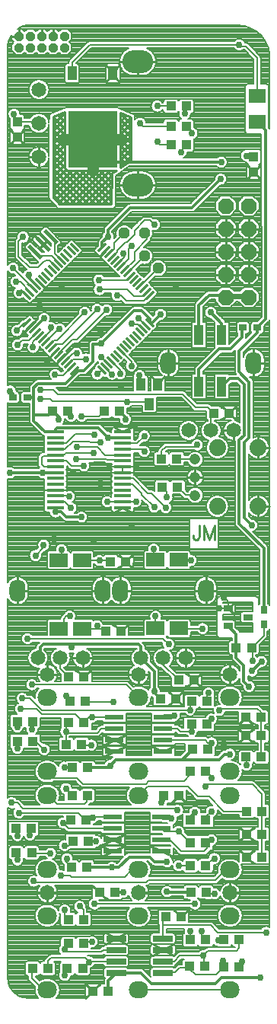
<source format=gtl>
G04 DipTrace 3.2.0.1*
G04 Mwarp.GTL*
%MOIN*%
G04 #@! TF.FileFunction,Copper,L1,Top*
G04 #@! TF.Part,Single*
%AMOUTLINE9*
4,1,4,
-0.019685,0.021654,
0.019685,0.021654,
0.019685,-0.021654,
-0.019685,-0.021654,
-0.019685,0.021654,
0*%
%AMOUTLINE12*
4,1,4,
-0.021654,-0.019685,
-0.021654,0.019685,
0.021654,0.019685,
0.021654,-0.019685,
-0.021654,-0.019685,
0*%
%AMOUTLINE15*
4,1,4,
0.021654,0.019685,
0.021654,-0.019685,
-0.021654,-0.019685,
-0.021654,0.019685,
0.021654,0.019685,
0*%
%AMOUTLINE27*
4,1,4,
-0.03937,-0.029528,
0.03937,-0.029528,
0.03937,0.029528,
-0.03937,0.029528,
-0.03937,-0.029528,
0*%
%AMOUTLINE30*
4,1,4,
-0.019685,-0.027559,
0.019685,-0.027559,
0.019685,0.027559,
-0.019685,0.027559,
-0.019685,-0.027559,
0*%
%AMOUTLINE33*
4,1,4,
-0.019685,-0.031496,
0.019685,-0.031496,
0.019685,0.031496,
-0.019685,0.031496,
-0.019685,-0.031496,
0*%
%AMOUTLINE36*
4,1,4,
-0.106299,-0.122047,
0.106299,-0.122047,
0.106299,0.122047,
-0.106299,0.122047,
-0.106299,-0.122047,
0*%
%AMOUTLINE39*
4,1,4,
0.019685,-0.01378,
0.019685,0.01378,
-0.019685,0.01378,
-0.019685,-0.01378,
0.019685,-0.01378,
0*%
%AMOUTLINE42*
4,1,4,
0.012528,-0.020879,
0.020879,-0.012528,
-0.012528,0.020879,
-0.020879,0.012528,
0.012528,-0.020879,
0*%
%AMOUTLINE45*
4,1,4,
0.020879,0.012528,
0.012528,0.020879,
-0.020879,-0.012528,
-0.012528,-0.020879,
0.020879,0.012528,
0*%
%AMOUTLINE48*
4,1,4,
-0.012528,0.020879,
-0.020879,0.012528,
0.012528,-0.020879,
0.020879,-0.012528,
-0.012528,0.020879,
0*%
%AMOUTLINE51*
4,1,4,
-0.020879,-0.012528,
-0.012528,-0.020879,
0.020879,0.012528,
0.012528,0.020879,
-0.020879,-0.012528,
0*%
%AMOUTLINE54*
4,1,4,
0.0375,0.0075,
-0.0375,0.0075,
-0.0375,-0.0075,
0.0375,-0.0075,
0.0375,0.0075,
0*%
%AMOUTLINE57*
4,1,4,
-0.043307,0.011811,
-0.043307,-0.011811,
0.043307,-0.011811,
0.043307,0.011811,
-0.043307,0.011811,
0*%
%AMOUTLINE60*
4,1,8,
-0.020325,0.008419,
-0.008419,0.020325,
0.008419,0.020325,
0.020325,0.008419,
0.020325,-0.008419,
0.008419,-0.020325,
-0.008419,-0.020325,
-0.020325,-0.008419,
-0.020325,0.008419,
0*%
%AMOUTLINE63*
4,1,8,
-0.014159,-0.034184,
-0.034184,-0.014159,
-0.034184,0.014159,
-0.014159,0.034184,
0.014159,0.034184,
0.034184,0.014159,
0.034184,-0.014159,
0.014159,-0.034184,
-0.014159,-0.034184,
0*%
%AMOUTLINE66*
4,1,4,
-0.016732,-0.01378,
0.016732,-0.01378,
0.016732,0.01378,
-0.016732,0.01378,
-0.016732,-0.01378,
0*%
%AMOUTLINE69*
4,1,4,
-0.01378,0.016732,
-0.01378,-0.016732,
0.01378,-0.016732,
0.01378,0.016732,
-0.01378,0.016732,
0*%
%AMOUTLINE75*
4,1,4,
0.035492,-0.031496,
0.035492,0.031496,
-0.035492,0.031496,
-0.035492,-0.031496,
0.035492,-0.031496,
0*%
%AMOUTLINE78*
4,1,36,
0.025,0.0,
0.024621,0.004341,
0.023492,0.00855,
0.021651,0.0125,
0.019151,0.01607,
0.01607,0.019151,
0.0125,0.021651,
0.00855,0.023492,
0.004341,0.024621,
0.0,0.025,
-0.004341,0.024621,
-0.00855,0.023492,
-0.0125,0.021651,
-0.01607,0.019151,
-0.019151,0.01607,
-0.021651,0.0125,
-0.023492,0.00855,
-0.024621,0.004341,
-0.025,0.0,
-0.024621,-0.004341,
-0.023492,-0.00855,
-0.021651,-0.0125,
-0.019151,-0.01607,
-0.01607,-0.019151,
-0.0125,-0.021651,
-0.00855,-0.023492,
-0.004341,-0.024621,
0.0,-0.025,
0.004341,-0.024621,
0.00855,-0.023492,
0.0125,-0.021651,
0.01607,-0.019151,
0.019151,-0.01607,
0.021651,-0.0125,
0.023492,-0.00855,
0.024621,-0.004341,
0.025,0.0,
0*%
%AMOUTLINE81*
4,1,4,
-0.033407,0.022272,
-0.022272,0.033407,
0.033407,-0.022272,
0.022272,-0.033407,
-0.033407,0.022272,
0*%
G04 #@! TA.AperFunction,Conductor*
%ADD13C,0.012*%
G04 #@! TA.AperFunction,CopperBalancing*
%ADD14C,0.01*%
G04 #@! TA.AperFunction,Conductor*
%ADD15C,0.007*%
G04 #@! TA.AperFunction,CopperBalancing*
%ADD16C,0.008*%
%ADD18C,0.011*%
%ADD19C,0.05*%
G04 #@! TA.AperFunction,ComponentPad*
%ADD22C,0.065*%
%ADD23O,0.135X0.1*%
%ADD26O,0.085X0.075*%
%ADD27R,0.03937X0.086614*%
%ADD31R,0.043307X0.03937*%
G04 #@! TA.AperFunction,ComponentPad*
%ADD36C,0.047559*%
%ADD37O,0.07X0.1*%
%ADD38C,0.074*%
%ADD39R,0.07874X0.023622*%
G04 #@! TA.AperFunction,ViaPad*
%ADD42C,0.03*%
%ADD80C,0.009264*%
%ADD90OUTLINE9*%
%ADD93OUTLINE12*%
%ADD96OUTLINE15*%
%ADD108OUTLINE27*%
%ADD111OUTLINE30*%
%ADD114OUTLINE33*%
%ADD117OUTLINE36*%
%ADD120OUTLINE39*%
%ADD123OUTLINE42*%
%ADD126OUTLINE45*%
%ADD129OUTLINE48*%
%ADD132OUTLINE51*%
%ADD135OUTLINE54*%
%ADD138OUTLINE57*%
G04 #@! TA.AperFunction,ComponentPad*
%ADD141OUTLINE60*%
%ADD144OUTLINE63*%
%ADD147OUTLINE66*%
%ADD150OUTLINE69*%
%ADD156OUTLINE75*%
%ADD159OUTLINE78*%
%ADD162OUTLINE81*%
%FSLAX26Y26*%
G04*
G70*
G90*
G75*
G01*
G04 Top*
%LPD*%
X918587Y2868549D2*
D13*
X853480D1*
X811889Y2910140D1*
X629889D1*
X623138Y2903389D1*
Y2894140D1*
X785625Y4175487D2*
D3*
X1349889Y4074140D2*
X886973D1*
X785625Y4175487D1*
X828373Y3700390D2*
Y3722624D1*
X853889Y3748140D1*
X1035750Y3371279D2*
X1047028D1*
X1083889Y3408140D1*
X526393Y3342733D2*
X573889Y3390229D1*
X707346Y3161780D2*
X723529D1*
X747529D1*
X787889Y3202140D1*
Y3276140D1*
X827889D1*
X823889Y3280140D1*
X1035750Y3371279D2*
Y3388279D1*
X999889Y3424140D1*
X967889D1*
X823889Y3280140D1*
X723529Y3161780D2*
X665889Y3104140D1*
X545889D1*
X527889Y3086140D1*
Y3044140D1*
Y2968140D1*
X594960D1*
X610960Y2984140D1*
X623138Y2894140D2*
X575889D1*
X527889Y2942140D1*
Y2968140D1*
X853889Y3748140D2*
Y3778140D1*
X949889Y3874140D1*
X1221889D1*
X1347889Y4000140D1*
X1459889Y4102140D2*
X1487889D1*
X1491889Y4098140D1*
X499889Y3044140D2*
X527889D1*
X635889Y2946140D2*
Y2959211D1*
X610960Y2984140D1*
X929889Y2948140D2*
Y2957604D1*
X903354Y2984140D1*
X991889Y3140140D2*
Y3107337D1*
X997086Y3102140D1*
X623138Y2561463D2*
Y2542892D1*
X567889Y2714140D2*
X622272D1*
X623138Y2715006D1*
X1095960Y1300389D2*
Y1277211D1*
X1087889Y1269140D1*
X1131640Y1200389D2*
X1094238D1*
X1087987Y1206640D1*
X1144140Y1650389D2*
X1100487D1*
X1094238Y1644140D1*
X1056640Y1756640D2*
Y1752209D1*
X1083460Y1725389D1*
X1056640Y1756640D2*
Y1843889D1*
X997389Y1903140D1*
Y1953389D1*
X987889Y1962889D1*
X693889D1*
X569140D1*
X556640Y1950389D1*
Y1913390D1*
X546389Y1903140D1*
X539606Y3533356D2*
Y3534423D1*
D14*
X493889Y3580140D1*
X506640D1*
X424506Y2714140D2*
D13*
X567889D1*
X623138Y2542892D2*
X647137D1*
X669889Y2520140D1*
X737889D1*
X693889Y1950140D2*
Y1962889D1*
X436897Y3044140D2*
Y3060345D1*
X425102Y3072140D1*
X540313Y3328813D2*
D15*
Y3327813D1*
X506640Y3294140D1*
X477889D1*
X457889Y3274140D1*
X462889Y1225389D2*
X725390D1*
X756640Y1194140D1*
X775389D1*
X786528Y1205279D1*
X787889Y1206640D1*
X875389D1*
X800389Y1100389D2*
X767318D1*
X456640Y4250389D2*
X544680D1*
X550930Y4244140D1*
X525687Y3519438D2*
X524591D1*
X501889Y3542140D1*
X505889D1*
X437889Y3610140D1*
X441889Y4284140D2*
Y4235638D1*
X456640Y4250389D1*
X765104Y1423175D2*
D13*
X853910D1*
X862875Y1432140D1*
X888875Y1458140D1*
X1176890D1*
X1223175Y1504425D1*
X1216925Y877604D2*
X1114425D1*
X1111889Y880140D1*
Y1010140D2*
X1057889D1*
X1035889Y1032140D1*
X945889D1*
X899889Y986140D1*
X871272D1*
X762818D1*
X761069Y987889D1*
X883889Y876140D2*
X917889D1*
X919889Y878140D1*
X1415425Y1948175D2*
Y1904604D1*
X1447889Y1872140D1*
Y1802140D1*
X1471889Y1778140D1*
X1387889Y1482140D2*
X1363889D1*
X1339889Y1458140D1*
X1181711D1*
X1223175Y1504425D1*
X1415425Y1948175D2*
Y2008301D1*
X1379389Y2044337D1*
X623138Y2587053D2*
D15*
X664976D1*
X691889Y2560140D1*
X685889Y2086140D2*
X671889D1*
X659889Y2074140D1*
Y2053640D1*
X637889Y2031640D1*
X623138Y2638234D2*
X561795D1*
X559889Y2640140D1*
X918587Y2715006D2*
X846755D1*
X845889Y2714140D1*
X918587Y2715006D2*
X997023D1*
X997889Y2714140D1*
X623138Y2638234D2*
X671984D1*
X687889Y2654140D1*
X918587Y2740596D2*
Y2715006D1*
Y2740596D2*
X846346D1*
X918587D2*
X991432D1*
X1379389Y2119140D2*
X1342889D1*
X1339889Y2122140D1*
X1379389Y2119140D2*
Y2150640D1*
X1361889Y2168140D1*
X918587Y2791778D2*
X840251D1*
X805889Y2826140D1*
X717889D1*
X715889Y3238140D2*
X700188D1*
X665587Y3203539D1*
X691889Y2962140D2*
X669889Y2984140D1*
X677889D1*
X679507Y3189619D2*
Y3192007D1*
X699640Y3212140D1*
X755889D1*
X713889Y2774140D2*
X782889D1*
X781640Y2775389D1*
X844140D1*
X850389Y2769140D1*
X915634D1*
X918587Y2766187D1*
X737889Y2962140D2*
X814425D1*
X836425Y2984140D1*
X623138Y2740596D2*
X572682D1*
X562889Y2750389D1*
Y2781638D1*
X569140Y2787889D1*
X619250D1*
X623138Y2791778D1*
Y2794140D1*
X662890D1*
X668890Y2800140D1*
X789889D1*
X805889Y3146140D2*
Y3141418D1*
X826959Y3162487D1*
X840879Y3176407D2*
X839620D1*
X870514Y3145514D1*
X793889Y2880140D2*
Y2884140D1*
X709140D1*
X669140Y2844140D1*
X624320D1*
X623138Y2842959D1*
X854797Y3190326D2*
X825389Y3219734D1*
X747889Y2744140D2*
X694138D1*
X672091Y2766187D1*
X623138D1*
Y2817368D2*
X665117D1*
X699889Y2852140D1*
X769889D1*
X775889Y2846140D1*
X821889D1*
X907889Y3148140D2*
Y3165074D1*
X868717Y3204246D1*
X918587Y2689415D2*
X962613D1*
X1027889Y2624140D1*
X1043889D1*
X1105889Y2562140D1*
X1061889Y2086140D2*
Y2033002D1*
X1061708Y2032821D1*
X918587Y2663825D2*
X962204D1*
X1001889Y2624140D1*
Y2618140D1*
X1055889Y2564140D1*
X1053889Y2380140D2*
Y2340640D1*
X1061708Y2332821D1*
X1037165Y3491599D2*
Y3491415D1*
X1011889Y3466140D1*
X933889D1*
X909889Y3490140D1*
X893889D1*
X815889Y3516140D2*
X935889D1*
X965889Y3486140D1*
X1003867D1*
X1023245Y3505518D1*
X813889Y3558140D2*
X936673D1*
X953648Y3575115D1*
X1007911Y3343440D2*
Y3340117D1*
X983889Y3364140D1*
X961889D1*
X957889Y3368140D1*
X897970Y3630793D2*
X899543D1*
X925389Y3656640D1*
Y3669140D1*
X919140Y3675389D1*
X1189889Y4286140D2*
Y4319140D1*
X1196354D1*
X1087889Y2775389D2*
Y2810140D1*
X1105889Y2828140D1*
X1235889D1*
X1243889Y2836140D1*
X805889Y3430140D2*
X653889Y3278140D1*
X625889D1*
Y3275195D1*
X609910Y3259216D1*
X595990Y3273136D2*
X596885D1*
X617889Y3294140D1*
X629889D1*
X751889Y3416140D1*
X1111889Y2606140D2*
Y2632140D1*
X1091889Y2652140D1*
X911889Y3616873D2*
Y3618138D1*
X944140Y3650389D1*
Y3694140D1*
X956640Y3706640D1*
X1173889Y4118140D2*
Y4123889D1*
X1200389Y4150389D1*
X1196354D1*
X870131Y3658632D2*
X871132D1*
X894140Y3681640D1*
Y3687889D1*
X931640Y3725389D1*
X937889D1*
X969140Y3756640D1*
Y3775390D1*
X1012889Y3819140D1*
X1037889D1*
X1056640Y3800389D1*
X1221889Y4200140D2*
Y4212140D1*
X1202389Y4231640D1*
X1196354D1*
X511767Y3505518D2*
Y3507762D1*
X469389Y3550140D1*
X449889D1*
X469889Y1680140D2*
X539389D1*
X562889Y1656640D1*
X711069D1*
X748569Y1619140D1*
X881640Y1644140D2*
X783889D1*
X778729Y1649300D1*
X748569Y1619140D1*
X779889Y1522140D2*
X737889D1*
Y1525389D1*
X554233Y3314894D2*
X552394D1*
X525389Y3287889D1*
Y3262890D1*
X500389Y1987889D2*
X1094140D1*
X1119140Y1962889D1*
X1095389Y1902864D2*
Y1874140D1*
X1162889Y1806640D1*
X497847Y3491599D2*
X496679D1*
X475014Y3513264D1*
X463889Y3502140D1*
X477889Y1726140D2*
X512138D1*
X562889Y1675389D1*
X1212889D1*
X1219140Y1581638D2*
Y1612889D1*
Y1581638D2*
X1169141D1*
X1156640Y1594140D1*
X1094238D1*
X1212889Y1675389D2*
Y1704818D1*
X1220960Y1712889D1*
X603889Y3350140D2*
Y3336712D1*
X568152Y3300974D1*
X644389Y1902864D2*
Y1856390D1*
X681640Y1819140D1*
X623138Y2612644D2*
X681385D1*
X683889Y2610140D1*
X649889Y2378140D2*
Y2319640D1*
X637889Y2331640D1*
X877889Y1710140D2*
X757568D1*
X754818Y1712889D1*
X687889D2*
Y1719140D1*
X669140Y1737889D1*
Y1581640D2*
Y1606640D1*
X681640Y1619140D1*
X669140Y1581640D2*
Y1527209D1*
X670960Y1525389D1*
X698175Y1423175D2*
X665103D1*
X662889Y1425389D1*
X881640Y1594140D2*
X825390D1*
X806640Y1575389D1*
X675390D1*
X669140Y1581640D1*
X1158818Y2652140D2*
Y2651211D1*
X1193889Y2616140D1*
X1234640D1*
X1235380Y2615400D1*
X1214711Y1406640D2*
Y1392961D1*
X1185889Y1364140D1*
X1031889D1*
X1019889Y1352140D1*
X743889D1*
X717889Y1378140D1*
X615889D1*
X587889Y1406140D1*
X1287889Y1712889D2*
Y1744140D1*
X1293889Y1750140D1*
X1305889Y1636140D2*
X1303889Y1638140D1*
Y1630709D1*
X1286069Y1612889D1*
X1307889Y1532140D2*
Y1522209D1*
X1290104Y1504425D1*
X1305889Y1376140D2*
Y1382390D1*
X1281640Y1406640D1*
X1307889Y1532140D2*
X1291889D1*
X1279889Y1544140D1*
X1094238D1*
X1214711Y1194140D2*
Y1208961D1*
X1233889Y1228140D1*
X523569Y1625389D2*
Y1593820D1*
X519889Y1590140D1*
Y1786140D2*
X932889D1*
X987889Y1731140D1*
X587889Y1300889D2*
X595140D1*
X631889Y1264140D1*
X751889D1*
X761889Y1274140D1*
Y1299389D1*
X762889Y1300389D1*
X695960D2*
Y1304820D1*
X669140Y1331640D1*
X656640Y1181640D2*
X677211D1*
X689711Y1194140D1*
X662889Y1081640D2*
X681640D1*
X700389Y1100389D1*
X673889Y1024140D2*
X669889D1*
Y1012140D1*
X694140Y987889D1*
X875389Y1156640D2*
X681640D1*
X656640Y1181640D1*
X523569Y1537889D2*
X538140D1*
X573889Y1502140D1*
X1021830Y3357359D2*
X1020670D1*
X991889Y3386140D1*
X979889D1*
X985889Y3392140D1*
X1154818Y2775389D2*
X1232871D1*
X1235380Y2772880D1*
X1281640Y1194140D2*
Y1206640D1*
X1306640Y1231640D1*
Y1106640D2*
X1292318D1*
X1279818Y1094140D1*
X1319140Y1025389D2*
X1312889D1*
X1281640Y994140D1*
X1087987Y1106640D2*
X1125389D1*
X1175389Y1056640D1*
X1275389D1*
X1287889Y1069140D1*
Y1086069D1*
X1279818Y1094140D1*
X1319889Y870140D2*
X1291318D1*
X1283854Y877604D1*
X1506640Y4362889D2*
Y4531389D1*
X1455889Y4582140D1*
X1433889D1*
X1427889Y4588140D1*
X773889D1*
X695889Y4510140D1*
Y4462917D1*
X695862Y4462889D1*
X918587Y2587053D2*
X917751Y2587889D1*
X850389D1*
X918587Y2587053D2*
X974802D1*
X975889Y2588140D1*
X1525389Y1469140D2*
Y1562889D1*
Y1642320D1*
X1523569Y1644140D1*
Y1666460D1*
X1507889Y1682140D1*
X1349889D1*
X1341889Y1674140D1*
X1267889Y2032140D2*
X1164751D1*
X1164070Y2032821D1*
X693427Y3175700D2*
Y3175678D1*
X657889Y3140140D1*
X625889D1*
X621889Y3144140D1*
X1460675Y1231640D2*
X1360389D1*
X1295889Y1296140D1*
X1247889D1*
X1203889Y1340140D1*
X1027140D1*
X987889Y1300889D1*
X1459889Y1434140D2*
Y1467711D1*
X1458460Y1469140D1*
X1527604Y1031640D2*
Y1131640D1*
Y1231640D1*
Y1308425D1*
X1485889Y1350140D1*
X1291889D1*
X1281889Y1340140D1*
X1217889Y2330140D2*
X1166751D1*
X1164070Y2332821D1*
X740251Y2031640D2*
X805889D1*
X831640D1*
X844140Y2019140D1*
X746354Y758854D2*
Y799675D1*
X729889Y816140D1*
X805889Y2044140D2*
Y2031640D1*
X939728Y3589035D2*
Y3589728D1*
X1012889Y3662889D1*
X675389Y544140D2*
Y525640D1*
X663889Y514140D1*
Y626140D2*
Y637069D1*
X679425Y652604D1*
X663889Y800140D2*
Y774389D1*
X679425Y758854D1*
X889415Y625389D2*
X833138D1*
X823889Y616140D1*
X673889D1*
X663889Y626140D1*
X925809Y3602953D2*
X927953D1*
X969140Y3644140D1*
Y3681640D1*
X1025389Y3737889D1*
Y3750389D1*
X1012889Y3762889D1*
X995406Y3533356D2*
X995856D1*
X1072640Y3610140D1*
X1073889D1*
X889415Y575389D2*
X773568D1*
X770322Y572144D1*
X742318Y544140D1*
X783889Y660140D2*
X753889D1*
X746354Y652604D1*
X590104Y544140D2*
Y576355D1*
X603889Y590140D1*
X752326D1*
X770322Y572144D1*
X587889Y449889D2*
X570140D1*
X519889Y500140D1*
Y540854D1*
X523175Y544140D1*
X856212Y3672550D2*
X860050D1*
X881640Y3694140D1*
Y3719140D1*
X925389Y3762889D1*
X740251Y2331640D2*
X815889D1*
X858460D1*
X864711Y2325389D1*
X1214711Y669140D2*
Y707318D1*
X1213889Y708140D1*
X1233889Y826140D2*
X793889D1*
X815889Y2330140D2*
Y2331640D1*
X1094140Y575389D2*
X1143138D1*
X1167889Y600140D1*
X1269889D1*
X1273889Y596140D1*
Y556320D1*
X1277604Y552604D1*
X1263889Y708140D2*
Y686890D1*
X1281640Y669140D1*
X1428818Y670140D2*
Y633069D1*
X1415889Y620140D1*
X1289889D1*
X1269889Y600140D1*
X1210675Y552604D2*
Y541354D1*
X1235889Y516140D1*
X1326426D1*
X1360675Y550389D1*
X1210675Y552604D2*
X1204211Y546140D1*
X1165889D1*
X1145889Y526140D1*
X1094890D1*
X1094140Y525389D1*
X1210675Y552604D2*
D3*
X1360675Y550389D2*
Y575354D1*
X1357889Y578140D1*
X1335889Y666140D2*
X1357889D1*
X1361889Y670140D1*
X1441889Y574140D2*
X1427604Y550389D1*
X1387889Y449889D2*
Y452140D1*
X990140D1*
X987889Y449889D1*
Y975889D2*
X957638D1*
X925889Y944140D1*
X693889D1*
X687889Y950140D1*
X647889D1*
X601889Y1048140D2*
X521389D1*
X519140Y1050389D1*
X1387889Y975640D2*
X1369389D1*
X1323889Y930140D1*
X1029889D1*
X1021889Y922140D1*
X531889D1*
X527889Y926140D1*
X511889Y1128140D2*
Y1151211D1*
X517318Y1156640D1*
X918587Y2817368D2*
X1002161D1*
X1012889Y2806640D1*
X918587Y2842959D2*
X980459D1*
X1012889Y2875389D1*
X1351889Y3316943D2*
D13*
Y3368140D1*
X1303889Y3416140D1*
X1251889Y3316943D2*
Y3448140D1*
X1295889Y3492140D1*
X1459140D1*
X1469140Y3482140D1*
X1369140D2*
X1469140D1*
X650961Y3644712D2*
D16*
X649817D1*
X619140Y3675389D1*
Y3730074D1*
X602732Y3746481D1*
X637041Y3630793D2*
Y3632487D1*
X606640Y3662889D1*
X551955D1*
X535548Y3679297D1*
X1129425Y4319140D2*
D15*
X1069140D1*
X1129425Y4150389D2*
X1081640D1*
X1069140Y4162889D1*
X1129425Y4231640D2*
X1006640D1*
X994138Y4244140D1*
X1251889Y3092140D2*
D13*
Y3166140D1*
X1341889Y3256140D1*
X1389889D1*
X1439889Y3306140D1*
Y3345132D1*
X1444897Y3350140D1*
X1535889Y2113132D2*
Y2384140D1*
X1427889Y2492140D1*
Y2856140D1*
X1449889Y2878140D1*
Y3100140D1*
X1423889Y3126140D1*
X1385889D1*
X1351889Y3092140D1*
X452211Y1050389D2*
D15*
Y1023569D1*
X456640Y1019140D1*
Y1125389D2*
Y1150389D1*
X450389Y1156640D1*
X456640Y1506640D2*
Y1537889D1*
Y1600389D2*
Y1625389D1*
X1034487Y3015526D2*
Y3024140D1*
X935889D1*
X955889Y3182140D2*
Y3200590D1*
X910476Y3246005D1*
X935889Y3024140D2*
Y3026140D1*
X611889D1*
X599889Y3038140D1*
X555889D1*
X571889Y2398140D2*
Y2388140D1*
X535889Y2352140D1*
X498554Y3370571D2*
X488321D1*
X453889Y3336140D1*
X431638Y1269140D2*
X456640D1*
X481640Y1244140D1*
X1150389D1*
X1158389Y1236140D1*
X1162889Y1144140D2*
X1100487D1*
X1087987Y1156640D1*
X1212889Y1094140D2*
X1162889Y1144140D1*
Y994140D2*
X1214711D1*
X1316925Y2975389D2*
X1305043Y2987271D1*
X1292174Y3000140D1*
X1237889D1*
X1179889Y3058140D1*
X633889D1*
X614889Y3077140D1*
X557889D1*
X641889Y3344140D2*
Y3346873D1*
X582071Y3287056D1*
X1305043Y2899186D2*
Y2987271D1*
X623123Y3616873D2*
Y3616906D1*
X595889Y3644140D1*
X581889D1*
X577889Y3640140D1*
X573889D1*
X547889Y3614140D1*
X509889D1*
X461889Y3662140D1*
Y3726140D1*
X481889Y3746140D1*
X637749Y3231377D2*
Y3235999D1*
X697889Y3296140D1*
X715889D1*
X847889Y3428140D1*
X854818Y444389D2*
D13*
Y490792D1*
X889415Y525389D1*
X996640D1*
X1043889Y478140D1*
X1323889D1*
X1349889Y504140D1*
X1521889D1*
X1483889Y1846140D2*
X1525889Y1888140D1*
X1507889Y3350140D2*
Y3328140D1*
X1427889Y3248140D1*
Y3156140D1*
X1471889Y3112140D1*
Y2866140D1*
X1451889Y2846140D1*
Y2516138D1*
X1483888Y2484140D1*
X1507889Y3350140D2*
Y3352140D1*
X1543889Y3388140D1*
Y4213671D1*
X1506640Y4250921D1*
X1094140Y675389D2*
D15*
Y732800D1*
Y756640D1*
X1106640Y769140D1*
X1094140Y732800D2*
X1303229D1*
X1333889Y702140D1*
X1545889D1*
X1485889Y1890140D2*
Y1944640D1*
X1482354Y1948175D1*
X1535889Y2050140D2*
Y2001711D1*
X1482354Y1948175D1*
D42*
X785625Y4175487D3*
X1349889Y4074140D3*
X853889Y3748140D3*
X1083889Y3408140D3*
X573889Y3390229D3*
X823889Y3280140D3*
X853889Y3748140D3*
X1347889Y4000140D3*
X1459889Y4102140D3*
X853480Y2868549D3*
D3*
X635889Y2946140D3*
X929889Y2948140D3*
X991889Y3140140D3*
X623138Y2542892D3*
X567889Y2714140D3*
X1087889Y1269140D3*
X1131640Y1200389D3*
X1144140Y1650389D3*
X1087889Y1269140D3*
X1056640Y1756640D3*
D3*
X506640Y3580140D3*
X424506Y2714140D3*
X567889D3*
X737889Y2520140D3*
X693889Y1950140D3*
X425102Y3072140D3*
X457889Y3274140D3*
X462889Y1225389D3*
X800389Y1100389D3*
X786528Y1205279D3*
X437889Y3610140D3*
X441889Y4284140D3*
X1111889Y880140D3*
Y1010140D3*
X871272Y986140D3*
X862875Y1432140D3*
X919889Y878140D3*
X871272Y986140D3*
X1471889Y1778140D3*
X1387889Y1482140D3*
X691889Y2560140D3*
X685889Y2086140D3*
X717889Y2826140D3*
X715889Y3238140D3*
X691889Y2962140D3*
X755889Y3212140D3*
X713889Y2774140D3*
X737889Y2962140D3*
X789889Y2800140D3*
X805889Y3146140D3*
X870514Y3145514D3*
X793889Y2880140D3*
X825389Y3219734D3*
X747889Y2744140D3*
X821889Y2846140D3*
X907889Y3148140D3*
X1105889Y2562140D3*
X1061889Y2086140D3*
X1055889Y2564140D3*
X1053889Y2380140D3*
X893889Y3490140D3*
X815889Y3516140D3*
X813889Y3558140D3*
X957889Y3368140D3*
X919140Y3675389D3*
X1189889Y4286140D3*
X1243889Y2836140D3*
X805889Y3430140D3*
X751889Y3416140D3*
X1111889Y2606140D3*
X956640Y3706640D3*
X1173889Y4118140D3*
X1056640Y3800389D3*
X1221889Y4200140D3*
X449889Y3550140D3*
X469889Y1680140D3*
X779889Y1522140D3*
X783889Y1644140D3*
X525389Y3262890D3*
X500389Y1987889D3*
X1119140Y1962889D3*
X463889Y3502140D3*
X477889Y1726140D3*
X1212889Y1675389D3*
X1219140Y1581638D3*
D3*
X603889Y3350140D3*
X683889Y2610140D3*
X649889Y2378140D3*
X877889Y1710140D3*
X669140Y1737889D3*
Y1581640D3*
D3*
X662889Y1425389D3*
X669140Y1581640D3*
X1293889Y1750140D3*
X1305889Y1636140D3*
X1307889Y1532140D3*
X1305889Y1376140D3*
X1307889Y1532140D3*
X1233889Y1228140D3*
X519889Y1590140D3*
Y1786140D3*
X669140Y1331640D3*
X656640Y1181640D3*
X662889Y1081640D3*
X673889Y1024140D3*
X656640Y1181640D3*
X573889Y1502140D3*
X985889Y3392140D3*
X1306640Y1231640D3*
Y1106640D3*
X1319140Y1025389D3*
X1319889Y870140D3*
X1427889Y4588140D3*
X850389Y2587889D3*
X975889Y2588140D3*
X1341889Y1674140D3*
X1267889Y2032140D3*
X621889Y3144140D3*
X1459889Y1434140D3*
X1281889Y1340140D3*
X1217889Y2330140D3*
X729889Y816140D3*
X805889Y2044140D3*
X663889Y514140D3*
Y626140D3*
Y800140D3*
Y626140D3*
X783889Y660140D3*
X770322Y572144D3*
X1213889Y708140D3*
X1233889Y826140D3*
X793889D3*
X815889Y2330140D3*
X1263889Y708140D3*
X1269889Y600140D3*
X1357889Y578140D3*
X1335889Y666140D3*
X1441889Y574140D3*
X647889Y950140D3*
X601889Y1048140D3*
X527889Y926140D3*
X511889Y1128140D3*
X1012889Y2806640D3*
Y2875389D3*
X1303889Y3416140D3*
X1069140Y4319140D3*
Y4162889D3*
X994138Y4244140D3*
X456640Y1019140D3*
Y1125389D3*
Y1506640D3*
Y1600389D3*
X935889Y3024140D3*
X955889Y3182140D3*
X555889Y3038140D3*
X571889Y2398140D3*
X535889Y2352140D3*
X453889Y3336140D3*
X431638Y1269140D3*
X1158389Y1236140D3*
X1162889Y1144140D3*
D3*
Y994140D3*
X557889Y3077140D3*
X641889Y3344140D3*
X481889Y3746140D3*
X847889Y3428140D3*
X1521889Y504140D3*
X1483889Y1846140D3*
X1525889Y1888140D3*
X1483888Y2484140D3*
X1545889Y702140D3*
X1485889Y1890140D3*
X1339889Y2122140D3*
X1361889Y2168140D3*
Y1528140D3*
X649889Y3534140D3*
X587889Y3196140D3*
X553889Y3448140D3*
X1151889Y3524140D3*
X821889Y3338140D3*
X969889Y2922140D3*
X821889Y2668140D3*
X909889Y3094140D3*
X617889Y2424140D3*
X789889Y2412140D3*
X957889Y2484140D3*
X701889Y2718140D3*
X474948Y4666271D2*
D16*
X1464129D1*
X459260Y4658402D2*
X1483785D1*
X484713Y4650533D2*
X491066D1*
X534713D2*
X541066D1*
X584713D2*
X591066D1*
X634713D2*
X641066D1*
X684713D2*
X1497269D1*
X692588Y4642665D2*
X1508316D1*
X696291Y4634796D2*
X1516848D1*
X696338Y4626927D2*
X1525379D1*
X425338Y4619058D2*
X429441D1*
X696338D2*
X1531254D1*
X422010Y4611190D2*
X430879D1*
X694901D2*
X1412426D1*
X1443354D2*
X1536738D1*
X418776Y4603321D2*
X437988D1*
X687791D2*
X768644D1*
X1451401D2*
X1542223D1*
X417479Y4595452D2*
X435988D1*
X689791D2*
X758035D1*
X1465229D2*
X1546144D1*
X416182Y4587583D2*
X430035D1*
X695744D2*
X750160D1*
X1473619D2*
X1549394D1*
X414948Y4579715D2*
X429441D1*
X696338D2*
X742285D1*
X1481494D2*
X1552644D1*
X414948Y4571846D2*
X429441D1*
X696338D2*
X734426D1*
X780776D2*
X941035D1*
X1026963D2*
X1405160D1*
X1489354D2*
X1555660D1*
X414948Y4563977D2*
X429816D1*
X695963D2*
X726551D1*
X772901D2*
X927660D1*
X1040338D2*
X1414348D1*
X1441432D2*
X1450879D1*
X1497229D2*
X1557051D1*
X414948Y4556108D2*
X435207D1*
X690573D2*
X718691D1*
X765026D2*
X919207D1*
X1048791D2*
X1458754D1*
X1505088D2*
X1558426D1*
X414948Y4548239D2*
X443066D1*
X482713D2*
X493066D1*
X532713D2*
X543066D1*
X582713D2*
X593066D1*
X632713D2*
X643066D1*
X682713D2*
X710816D1*
X757166D2*
X913238D1*
X1054776D2*
X1466613D1*
X1512963D2*
X1559816D1*
X414948Y4540371D2*
X702941D1*
X749291D2*
X908957D1*
X1059041D2*
X1474488D1*
X1520463D2*
X1560832D1*
X414948Y4532502D2*
X695082D1*
X741432D2*
X906004D1*
X1061994D2*
X1482348D1*
X1523213D2*
X1560832D1*
X414948Y4524633D2*
X687207D1*
X733557D2*
X904191D1*
X1063807D2*
X1490019D1*
X1523260D2*
X1560832D1*
X414948Y4516764D2*
X680723D1*
X725682D2*
X903426D1*
X1064588D2*
X1490019D1*
X1523260D2*
X1560832D1*
X414948Y4508896D2*
X679269D1*
X717823D2*
X903644D1*
X1064354D2*
X1490019D1*
X1523260D2*
X1560832D1*
X414948Y4501027D2*
X665004D1*
X726729D2*
X844535D1*
X1063119D2*
X1490019D1*
X1523260D2*
X1560832D1*
X414948Y4493158D2*
X663051D1*
X728666D2*
X842582D1*
X1060807D2*
X1490019D1*
X1523260D2*
X1560832D1*
X414948Y4485289D2*
X663051D1*
X728666D2*
X842582D1*
X1057291D2*
X1490019D1*
X1523260D2*
X1560832D1*
X414948Y4477421D2*
X663051D1*
X728666D2*
X842582D1*
X908198D2*
X915691D1*
X1052307D2*
X1490019D1*
X1523260D2*
X1560832D1*
X414948Y4469552D2*
X663051D1*
X728666D2*
X842582D1*
X908198D2*
X922644D1*
X1045354D2*
X1490019D1*
X1523260D2*
X1560848D1*
X414948Y4461683D2*
X663051D1*
X728666D2*
X842582D1*
X908198D2*
X932801D1*
X1035198D2*
X1490019D1*
X1523260D2*
X1560848D1*
X414948Y4453814D2*
X663051D1*
X728666D2*
X842582D1*
X908198D2*
X952019D1*
X1015994D2*
X1490019D1*
X1523260D2*
X1560848D1*
X414948Y4445946D2*
X663051D1*
X728666D2*
X842582D1*
X908198D2*
X1490019D1*
X1523260D2*
X1560848D1*
X414948Y4438077D2*
X663051D1*
X728666D2*
X842582D1*
X908198D2*
X1490019D1*
X1523260D2*
X1560848D1*
X414948Y4430208D2*
X527066D1*
X574791D2*
X663113D1*
X728604D2*
X842644D1*
X908135D2*
X1490019D1*
X1523260D2*
X1560848D1*
X414948Y4422339D2*
X517348D1*
X584510D2*
X667019D1*
X724698D2*
X846551D1*
X904229D2*
X1490019D1*
X1523260D2*
X1560848D1*
X414948Y4414470D2*
X511473D1*
X590385D2*
X1459082D1*
X1554198D2*
X1560848D1*
X414948Y4406602D2*
X507832D1*
X594026D2*
X1454348D1*
X414948Y4398733D2*
X505848D1*
X596010D2*
X1454144D1*
X414948Y4390864D2*
X505316D1*
X596541D2*
X1454144D1*
X414948Y4382995D2*
X506176D1*
X595682D2*
X1454144D1*
X414948Y4375127D2*
X508519D1*
X593338D2*
X1454144D1*
X414948Y4367258D2*
X512613D1*
X589244D2*
X1454144D1*
X414948Y4359389D2*
X519144D1*
X582713D2*
X1454144D1*
X414948Y4351520D2*
X530426D1*
X571432D2*
X1454144D1*
X414948Y4343652D2*
X1056269D1*
X1082010D2*
X1095629D1*
X1230135D2*
X1454144D1*
X414948Y4335783D2*
X1046676D1*
X1231135D2*
X1454144D1*
X414948Y4327914D2*
X1042473D1*
X1231135D2*
X1454144D1*
X414948Y4320045D2*
X1041035D1*
X1231135D2*
X1454144D1*
X414948Y4312176D2*
X664957D1*
X900666D2*
X1041926D1*
X1231135D2*
X1454144D1*
X414948Y4304308D2*
X422660D1*
X461119D2*
X644973D1*
X919776D2*
X1045394D1*
X1231135D2*
X1454144D1*
X467088Y4296439D2*
X625004D1*
X938885D2*
X1053144D1*
X1085135D2*
X1095019D1*
X1230760D2*
X1454144D1*
X469651Y4288570D2*
X544238D1*
X557619D2*
X605035D1*
X957994D2*
X1101207D1*
X1157651D2*
X1161879D1*
X1224573D2*
X1454144D1*
X485885Y4280701D2*
X524207D1*
X577651D2*
X595644D1*
X971119D2*
X1162316D1*
X1217463D2*
X1454144D1*
X489416Y4272833D2*
X515691D1*
X586166D2*
X594769D1*
X973010D2*
X1165223D1*
X1214557D2*
X1454144D1*
X414948Y4264964D2*
X421629D1*
X1012619D2*
X1171832D1*
X1207948D2*
X1454144D1*
X414948Y4257095D2*
X423832D1*
X1018994D2*
X1096082D1*
X1229698D2*
X1454144D1*
X414948Y4249226D2*
X423832D1*
X1021776D2*
X1094644D1*
X1231135D2*
X1454144D1*
X414948Y4241358D2*
X423832D1*
X1231135D2*
X1454144D1*
X414948Y4233489D2*
X423832D1*
X489448D2*
X506598D1*
X1231135D2*
X1454144D1*
X414948Y4225620D2*
X424238D1*
X489041D2*
X509316D1*
X1232541D2*
X1454144D1*
X414948Y4217751D2*
X430582D1*
X482698D2*
X513894D1*
X587963D2*
X594769D1*
X1243573D2*
X1454144D1*
X414948Y4209883D2*
X424801D1*
X488479D2*
X521223D1*
X580635D2*
X594769D1*
X1248213D2*
X1454144D1*
X414948Y4202014D2*
X423832D1*
X489448D2*
X534832D1*
X567041D2*
X594769D1*
X1249948D2*
X1456535D1*
X414948Y4194145D2*
X423832D1*
X489448D2*
X594769D1*
X1249338D2*
X1524769D1*
X414948Y4186276D2*
X423832D1*
X489448D2*
X594769D1*
X1246229D2*
X1524769D1*
X414948Y4178407D2*
X423832D1*
X489448D2*
X594769D1*
X1239244D2*
X1524769D1*
X414948Y4170539D2*
X423832D1*
X489448D2*
X594769D1*
X1231119D2*
X1524769D1*
X414948Y4162670D2*
X423832D1*
X489448D2*
X594769D1*
X1231135D2*
X1524769D1*
X414948Y4154801D2*
X426019D1*
X487260D2*
X594769D1*
X1231135D2*
X1524769D1*
X414948Y4146932D2*
X594769D1*
X1231135D2*
X1524769D1*
X414948Y4139064D2*
X536082D1*
X565776D2*
X594769D1*
X1231135D2*
X1524769D1*
X414948Y4131195D2*
X521754D1*
X580104D2*
X594769D1*
X1231135D2*
X1466738D1*
X1517041D2*
X1524769D1*
X414948Y4123326D2*
X514223D1*
X587635D2*
X594769D1*
X1228666D2*
X1441848D1*
X414948Y4115457D2*
X509519D1*
X1201869D2*
X1435238D1*
X414948Y4107589D2*
X506707D1*
X1199885D2*
X1432316D1*
X414948Y4099720D2*
X505426D1*
X1194869D2*
X1339488D1*
X1360276D2*
X1431879D1*
X414948Y4091851D2*
X505551D1*
X1371494D2*
X1433785D1*
X414948Y4083982D2*
X507098D1*
X1376182D2*
X1438676D1*
X414948Y4076113D2*
X510223D1*
X1377932D2*
X1450785D1*
X414948Y4068245D2*
X515348D1*
X586526D2*
X594769D1*
X1377369D2*
X1462254D1*
X414948Y4060376D2*
X523598D1*
X578260D2*
X594769D1*
X1374291D2*
X1461644D1*
X414948Y4052507D2*
X541566D1*
X560291D2*
X594769D1*
X943901D2*
X1332410D1*
X1367369D2*
X1459082D1*
X414948Y4044638D2*
X594769D1*
X931823D2*
X1459082D1*
X414948Y4036770D2*
X594769D1*
X919729D2*
X1459082D1*
X414948Y4028901D2*
X594769D1*
X907651D2*
X936832D1*
X1031166D2*
X1459082D1*
X414948Y4021032D2*
X594769D1*
X895573D2*
X925207D1*
X1042807D2*
X1329488D1*
X1366291D2*
X1459082D1*
X414948Y4013163D2*
X594769D1*
X887010D2*
X917488D1*
X1050510D2*
X1323066D1*
X1372698D2*
X1459082D1*
X414948Y4005295D2*
X594769D1*
X887010D2*
X912004D1*
X1055994D2*
X1320254D1*
X1375526D2*
X1459848D1*
X414948Y3997426D2*
X594769D1*
X887010D2*
X908082D1*
X1059916D2*
X1318473D1*
X1375869D2*
X1469254D1*
X1514526D2*
X1524769D1*
X414948Y3989557D2*
X594769D1*
X887010D2*
X905441D1*
X1062557D2*
X1310598D1*
X1373869D2*
X1524769D1*
X414948Y3981688D2*
X594769D1*
X887010D2*
X903894D1*
X1064104D2*
X1302723D1*
X1368838D2*
X1524769D1*
X414948Y3973820D2*
X594769D1*
X887010D2*
X903379D1*
X1064619D2*
X1294863D1*
X1356010D2*
X1524769D1*
X414948Y3965951D2*
X594769D1*
X887010D2*
X903863D1*
X1064135D2*
X1286988D1*
X1340416D2*
X1524769D1*
X414948Y3958082D2*
X594769D1*
X887010D2*
X905363D1*
X1062635D2*
X1279129D1*
X1332541D2*
X1524769D1*
X414948Y3950213D2*
X594769D1*
X887010D2*
X907957D1*
X1060041D2*
X1271254D1*
X1324666D2*
X1524769D1*
X414948Y3942344D2*
X594769D1*
X887010D2*
X911832D1*
X1056182D2*
X1263379D1*
X1316807D2*
X1524769D1*
X414948Y3934476D2*
X594769D1*
X887010D2*
X917254D1*
X1050760D2*
X1255519D1*
X1308932D2*
X1524769D1*
X414948Y3926607D2*
X594769D1*
X887010D2*
X924848D1*
X1043151D2*
X1247644D1*
X1301073D2*
X1347394D1*
X1390885D2*
X1447394D1*
X1490885D2*
X1524769D1*
X414948Y3918738D2*
X594769D1*
X887010D2*
X936269D1*
X1031744D2*
X1239785D1*
X1293198D2*
X1339176D1*
X1399104D2*
X1439176D1*
X1499104D2*
X1524769D1*
X414948Y3910869D2*
X597144D1*
X887010D2*
X1231910D1*
X1285323D2*
X1331301D1*
X1406979D2*
X1431301D1*
X1506979D2*
X1524769D1*
X414948Y3903001D2*
X604019D1*
X887010D2*
X1224035D1*
X1277463D2*
X1323816D1*
X1414463D2*
X1423816D1*
X1514463D2*
X1524769D1*
X414948Y3895132D2*
X610957D1*
X887010D2*
X1216176D1*
X1269588D2*
X1321832D1*
X1416448D2*
X1421832D1*
X1516448D2*
X1524769D1*
X414948Y3887263D2*
X617910D1*
X887010D2*
X936301D1*
X1261729D2*
X1321832D1*
X1416448D2*
X1421832D1*
X1516448D2*
X1524769D1*
X414948Y3879394D2*
X624848D1*
X886057D2*
X928441D1*
X1253854D2*
X1321832D1*
X1416448D2*
X1421832D1*
X1516448D2*
X1524769D1*
X414948Y3871526D2*
X920566D1*
X1245979D2*
X1321832D1*
X1416448D2*
X1421832D1*
X1516448D2*
X1524769D1*
X414948Y3863657D2*
X912691D1*
X1238119D2*
X1322613D1*
X1415666D2*
X1422613D1*
X1515666D2*
X1524769D1*
X414948Y3855788D2*
X904832D1*
X958244D2*
X1328926D1*
X1409354D2*
X1428926D1*
X1509354D2*
X1524769D1*
X414948Y3847919D2*
X896957D1*
X950369D2*
X1336801D1*
X1401479D2*
X1436801D1*
X1501479D2*
X1524769D1*
X414948Y3840050D2*
X889098D1*
X942510D2*
X1344660D1*
X1393619D2*
X1444660D1*
X1493619D2*
X1524769D1*
X414948Y3832182D2*
X881223D1*
X934635D2*
X1003129D1*
X1047651D2*
X1524769D1*
X414948Y3824313D2*
X873348D1*
X926776D2*
X994894D1*
X1070635D2*
X1344754D1*
X1393526D2*
X1444754D1*
X1493526D2*
X1524769D1*
X414948Y3816444D2*
X865488D1*
X918901D2*
X987019D1*
X1079541D2*
X1336879D1*
X1401401D2*
X1436879D1*
X1501401D2*
X1524769D1*
X414948Y3808575D2*
X857613D1*
X911026D2*
X979144D1*
X1083510D2*
X1329004D1*
X1409276D2*
X1429004D1*
X1509276D2*
X1524769D1*
X414948Y3800707D2*
X849754D1*
X903166D2*
X971285D1*
X1084760D2*
X1322644D1*
X1415635D2*
X1422644D1*
X1515635D2*
X1524769D1*
X414948Y3792838D2*
X841879D1*
X895291D2*
X902457D1*
X948323D2*
X963410D1*
X1083698D2*
X1321832D1*
X1416448D2*
X1421832D1*
X1516448D2*
X1524769D1*
X414948Y3784969D2*
X567316D1*
X593604D2*
X836082D1*
X887432D2*
X894613D1*
X1079994D2*
X1321832D1*
X1416448D2*
X1421832D1*
X1516448D2*
X1524769D1*
X414948Y3777100D2*
X559457D1*
X601463D2*
X834769D1*
X879557D2*
X890144D1*
X1071729D2*
X1321832D1*
X1416448D2*
X1421832D1*
X1516448D2*
X1524769D1*
X414948Y3769232D2*
X466488D1*
X497291D2*
X556207D1*
X609338D2*
X834769D1*
X873010D2*
X887816D1*
X1050463D2*
X1321832D1*
X1416448D2*
X1421832D1*
X1516448D2*
X1524769D1*
X414948Y3761363D2*
X458410D1*
X505369D2*
X558660D1*
X617213D2*
X829176D1*
X878588D2*
X887363D1*
X1050916D2*
X1323769D1*
X1414510D2*
X1423769D1*
X1514510D2*
X1524769D1*
X414948Y3753494D2*
X454785D1*
X508994D2*
X535848D1*
X557901D2*
X566363D1*
X625073D2*
X826301D1*
X881479D2*
X888566D1*
X1049713D2*
X1331223D1*
X1407057D2*
X1431223D1*
X1507057D2*
X1524769D1*
X414948Y3745625D2*
X453769D1*
X510010D2*
X527973D1*
X565760D2*
X574223D1*
X632948D2*
X824660D1*
X1046713D2*
X1339082D1*
X1399198D2*
X1439082D1*
X1499198D2*
X1524769D1*
X414948Y3737757D2*
X450332D1*
X508698D2*
X522894D1*
X573635D2*
X582098D1*
X640807D2*
X816801D1*
X1042010D2*
X1347269D1*
X1391010D2*
X1447269D1*
X1491010D2*
X1524769D1*
X414948Y3729888D2*
X445723D1*
X504651D2*
X523801D1*
X581494D2*
X589973D1*
X647869D2*
X684504D1*
X703713D2*
X810754D1*
X1039838D2*
X1524769D1*
X414948Y3722019D2*
X445269D1*
X495510D2*
X504410D1*
X522135D2*
X530644D1*
X589369D2*
X597832D1*
X649057D2*
X676644D1*
X711588D2*
X809254D1*
X1032698D2*
X1342457D1*
X1395823D2*
X1442457D1*
X1495823D2*
X1524769D1*
X414948Y3714150D2*
X445269D1*
X478510D2*
X496504D1*
X530057D2*
X538519D1*
X597244D2*
X602019D1*
X644307D2*
X668769D1*
X719448D2*
X809254D1*
X1024823D2*
X1334582D1*
X1403698D2*
X1434582D1*
X1503698D2*
X1524769D1*
X414948Y3706281D2*
X445269D1*
X478510D2*
X489957D1*
X537916D2*
X546394D1*
X636432D2*
X661098D1*
X727323D2*
X807691D1*
X1016948D2*
X1326723D1*
X1411557D2*
X1426723D1*
X1511557D2*
X1524769D1*
X414948Y3698413D2*
X445269D1*
X478510D2*
X489426D1*
X545791D2*
X554254D1*
X636260D2*
X653035D1*
X735182D2*
X799816D1*
X1024932D2*
X1322019D1*
X1416260D2*
X1422019D1*
X1516260D2*
X1524769D1*
X414948Y3690544D2*
X445269D1*
X478510D2*
X494941D1*
X553666D2*
X562129D1*
X636260D2*
X646066D1*
X740338D2*
X794676D1*
X1038682D2*
X1321832D1*
X1416448D2*
X1421832D1*
X1516448D2*
X1524769D1*
X414948Y3682675D2*
X445269D1*
X478510D2*
X502816D1*
X561526D2*
X569988D1*
X739494D2*
X795519D1*
X1045276D2*
X1321832D1*
X1416448D2*
X1421832D1*
X1516448D2*
X1524769D1*
X414948Y3674806D2*
X445269D1*
X478510D2*
X510676D1*
X732682D2*
X802332D1*
X1049026D2*
X1321832D1*
X1416448D2*
X1421832D1*
X1516448D2*
X1524769D1*
X414948Y3666938D2*
X445269D1*
X480260D2*
X518551D1*
X724541D2*
X810473D1*
X1050698D2*
X1321879D1*
X1416401D2*
X1421879D1*
X1516401D2*
X1524769D1*
X414948Y3659069D2*
X445566D1*
X488135D2*
X526410D1*
X716948D2*
X818066D1*
X1050729D2*
X1325644D1*
X1412635D2*
X1425644D1*
X1512635D2*
X1524769D1*
X414948Y3651200D2*
X449660D1*
X495994D2*
X534285D1*
X709073D2*
X825926D1*
X1049088D2*
X1333519D1*
X1404760D2*
X1433519D1*
X1504760D2*
X1524769D1*
X414948Y3643331D2*
X457519D1*
X503869D2*
X542160D1*
X701213D2*
X833801D1*
X1045432D2*
X1056191D1*
X1091588D2*
X1341379D1*
X1396901D2*
X1441379D1*
X1496901D2*
X1524769D1*
X414948Y3635463D2*
X426832D1*
X448948D2*
X465394D1*
X511744D2*
X546035D1*
X693338D2*
X841676D1*
X1038901D2*
X1045769D1*
X1102010D2*
X1524769D1*
X459713Y3627594D2*
X473269D1*
X685182D2*
X849832D1*
X1025776D2*
X1040160D1*
X1107619D2*
X1349207D1*
X1389073D2*
X1449207D1*
X1489073D2*
X1524769D1*
X464276Y3619725D2*
X481129D1*
X677604D2*
X857410D1*
X992901D2*
X1037113D1*
X1110666D2*
X1340160D1*
X1398119D2*
X1440160D1*
X1498119D2*
X1524769D1*
X465948Y3611856D2*
X489004D1*
X669244D2*
X865769D1*
X985026D2*
X1035879D1*
X1111901D2*
X1332285D1*
X1405994D2*
X1432285D1*
X1505994D2*
X1524769D1*
X467213Y3603988D2*
X492504D1*
X661869D2*
X873144D1*
X977166D2*
X1036285D1*
X1111494D2*
X1324535D1*
X1413744D2*
X1424535D1*
X1513744D2*
X1524769D1*
X475088Y3596119D2*
X483676D1*
X653979D2*
X881035D1*
X984260D2*
X1035441D1*
X1109229D2*
X1321832D1*
X1416448D2*
X1421832D1*
X1516448D2*
X1524769D1*
X414948Y3588250D2*
X420731D1*
X646135D2*
X888879D1*
X992135D2*
X1027582D1*
X1104807D2*
X1321832D1*
X1416448D2*
X1421832D1*
X1516448D2*
X1524769D1*
X414948Y3580381D2*
X444473D1*
X638260D2*
X797223D1*
X830557D2*
X896754D1*
X999619D2*
X1019707D1*
X1097088D2*
X1321832D1*
X1416448D2*
X1421832D1*
X1516448D2*
X1524769D1*
X414948Y3572512D2*
X433410D1*
X630307D2*
X789848D1*
X1058182D2*
X1321832D1*
X1416448D2*
X1421832D1*
X1516448D2*
X1524769D1*
X414948Y3564644D2*
X425941D1*
X622526D2*
X786551D1*
X1050323D2*
X1322301D1*
X1415979D2*
X1422301D1*
X1515979D2*
X1524769D1*
X414948Y3556775D2*
X422582D1*
X613901D2*
X785801D1*
X1042448D2*
X1327941D1*
X1410338D2*
X1427941D1*
X1510338D2*
X1524769D1*
X414948Y3548906D2*
X421801D1*
X606791D2*
X787379D1*
X1034573D2*
X1335801D1*
X1402479D2*
X1435801D1*
X1502479D2*
X1524769D1*
X414948Y3541037D2*
X423332D1*
X598791D2*
X791785D1*
X1039354D2*
X1343676D1*
X1394604D2*
X1443676D1*
X1494604D2*
X1524769D1*
X414948Y3533169D2*
X427676D1*
X591041D2*
X793723D1*
X1047229D2*
X1524769D1*
X414948Y3525300D2*
X437723D1*
X583182D2*
X789348D1*
X1054885D2*
X1345738D1*
X1392541D2*
X1445738D1*
X1492541D2*
X1524769D1*
X414948Y3517431D2*
X440457D1*
X575307D2*
X787801D1*
X1062963D2*
X1337863D1*
X1400416D2*
X1437863D1*
X1500416D2*
X1524769D1*
X414948Y3509562D2*
X436801D1*
X567448D2*
X788566D1*
X1069901D2*
X1289426D1*
X1508276D2*
X1524769D1*
X414948Y3501694D2*
X435769D1*
X558885D2*
X791894D1*
X1070916D2*
X1278738D1*
X1515198D2*
X1524769D1*
X414948Y3493825D2*
X437066D1*
X551713D2*
X799332D1*
X832448D2*
X866019D1*
X1065963D2*
X1270863D1*
X1516448D2*
X1524769D1*
X414948Y3485956D2*
X441082D1*
X543557D2*
X866098D1*
X1058104D2*
X1263004D1*
X1516448D2*
X1524769D1*
X414948Y3478087D2*
X450129D1*
X477651D2*
X484785D1*
X535963D2*
X868566D1*
X1050229D2*
X1255129D1*
X1516448D2*
X1524769D1*
X414948Y3470218D2*
X492644D1*
X528104D2*
X874394D1*
X1042354D2*
X1247254D1*
X1300682D2*
X1321832D1*
X1516448D2*
X1524769D1*
X414948Y3462350D2*
X500519D1*
X520229D2*
X914504D1*
X1034494D2*
X1239394D1*
X1292807D2*
X1323191D1*
X1415088D2*
X1423191D1*
X1515088D2*
X1524769D1*
X414948Y3454481D2*
X792691D1*
X819088D2*
X839848D1*
X855932D2*
X922394D1*
X1023385D2*
X1233894D1*
X1284932D2*
X1330238D1*
X1408041D2*
X1430238D1*
X1508041D2*
X1524769D1*
X414948Y3446612D2*
X783301D1*
X868823D2*
X1232769D1*
X1277073D2*
X1338098D1*
X1400182D2*
X1438098D1*
X1500182D2*
X1524769D1*
X414948Y3438743D2*
X735738D1*
X768041D2*
X779160D1*
X873869D2*
X956035D1*
X1011744D2*
X1232769D1*
X1271010D2*
X1287738D1*
X1320041D2*
X1346004D1*
X1392276D2*
X1446004D1*
X1492276D2*
X1524769D1*
X414948Y3430875D2*
X728082D1*
X875869D2*
X947910D1*
X1019869D2*
X1067941D1*
X1099838D2*
X1232769D1*
X1271010D2*
X1280082D1*
X1327698D2*
X1524769D1*
X414948Y3423006D2*
X724644D1*
X875526D2*
X940051D1*
X1027729D2*
X1060176D1*
X1107604D2*
X1232769D1*
X1271010D2*
X1276643D1*
X1331135D2*
X1524769D1*
X414948Y3415137D2*
X561863D1*
X585916D2*
X723785D1*
X872713D2*
X932176D1*
X1035604D2*
X1056676D1*
X1111104D2*
X1232769D1*
X1271010D2*
X1275775D1*
X1331994D2*
X1524769D1*
X414948Y3407268D2*
X551738D1*
X596041D2*
X719848D1*
X866323D2*
X924316D1*
X1043463D2*
X1055785D1*
X1111994D2*
X1232769D1*
X1271010D2*
X1277262D1*
X1339463D2*
X1524769D1*
X414948Y3399400D2*
X500801D1*
X521354D2*
X547348D1*
X600416D2*
X711973D1*
X842323D2*
X916441D1*
X1110573D2*
X1232769D1*
X1271010D2*
X1281504D1*
X1347338D2*
X1524769D1*
X414948Y3391531D2*
X492941D1*
X529213D2*
X545801D1*
X601979D2*
X704113D1*
X834448D2*
X908566D1*
X1106385D2*
X1232769D1*
X1271010D2*
X1291223D1*
X1355213D2*
X1520566D1*
X414948Y3383662D2*
X478644D1*
X601213D2*
X696238D1*
X826588D2*
X900707D1*
X1096823D2*
X1232769D1*
X1271010D2*
X1309660D1*
X1363073D2*
X1512707D1*
X414948Y3375793D2*
X470363D1*
X614088D2*
X688363D1*
X818713D2*
X892832D1*
X1078244D2*
X1232769D1*
X1271010D2*
X1317519D1*
X1369338D2*
X1424082D1*
X1465713D2*
X1487066D1*
X414948Y3367925D2*
X462504D1*
X656135D2*
X680504D1*
X810854D2*
X884973D1*
X1070385D2*
X1219082D1*
X1284698D2*
X1319082D1*
X1384698D2*
X1415707D1*
X1474073D2*
X1478707D1*
X1550385D2*
X1560848D1*
X414948Y3360056D2*
X439879D1*
X664901D2*
X672629D1*
X802979D2*
X877098D1*
X1069682D2*
X1219082D1*
X1284698D2*
X1319082D1*
X1384698D2*
X1415051D1*
X1542510D2*
X1560848D1*
X414948Y3352187D2*
X430973D1*
X795104D2*
X869223D1*
X1067854D2*
X1219082D1*
X1284698D2*
X1319082D1*
X1384698D2*
X1415051D1*
X1537744D2*
X1560848D1*
X414948Y3344318D2*
X427019D1*
X787244D2*
X861363D1*
X1060416D2*
X1219082D1*
X1284698D2*
X1319082D1*
X1384698D2*
X1415051D1*
X1537744D2*
X1560848D1*
X414948Y3336449D2*
X425769D1*
X779369D2*
X853488D1*
X1052541D2*
X1219082D1*
X1284698D2*
X1319082D1*
X1384698D2*
X1415051D1*
X1537744D2*
X1560848D1*
X414948Y3328581D2*
X426832D1*
X480948D2*
X488910D1*
X771510D2*
X845629D1*
X1044682D2*
X1219082D1*
X1284698D2*
X1319082D1*
X1384698D2*
X1417816D1*
X1471979D2*
X1480801D1*
X1534979D2*
X1560848D1*
X414948Y3320712D2*
X430535D1*
X477229D2*
X496785D1*
X763635D2*
X837754D1*
X1036807D2*
X1219082D1*
X1284698D2*
X1319082D1*
X1384698D2*
X1420769D1*
X1459010D2*
X1473754D1*
X1525432D2*
X1560848D1*
X414948Y3312843D2*
X438816D1*
X468963D2*
X502176D1*
X755760D2*
X829879D1*
X1028807D2*
X1219082D1*
X1284698D2*
X1319082D1*
X1384698D2*
X1419879D1*
X1459010D2*
X1465879D1*
X1519307D2*
X1560848D1*
X414948Y3304974D2*
X465551D1*
X747901D2*
X811707D1*
X1021073D2*
X1219082D1*
X1284698D2*
X1319082D1*
X1384698D2*
X1412019D1*
X1511432D2*
X1560848D1*
X414948Y3297106D2*
X442285D1*
X740026D2*
X801676D1*
X1012526D2*
X1219082D1*
X1284698D2*
X1319082D1*
X1384698D2*
X1404144D1*
X1503557D2*
X1560848D1*
X414948Y3289237D2*
X434316D1*
X732166D2*
X774285D1*
X1005338D2*
X1219082D1*
X1284698D2*
X1319082D1*
X1384698D2*
X1396285D1*
X1495698D2*
X1560848D1*
X414948Y3281368D2*
X430738D1*
X722354D2*
X769535D1*
X997385D2*
X1219082D1*
X1284698D2*
X1319082D1*
X1487823D2*
X1560848D1*
X414948Y3273499D2*
X429769D1*
X485994D2*
X499410D1*
X698416D2*
X768769D1*
X989604D2*
X1219082D1*
X1284698D2*
X1319082D1*
X1479963D2*
X1560848D1*
X414948Y3265631D2*
X431129D1*
X484651D2*
X497410D1*
X690557D2*
X768769D1*
X981729D2*
X1219082D1*
X1284698D2*
X1319082D1*
X1472088D2*
X1560848D1*
X414948Y3257762D2*
X435223D1*
X480557D2*
X497754D1*
X553026D2*
X559738D1*
X682682D2*
X696082D1*
X735698D2*
X768769D1*
X973838D2*
X1316801D1*
X1464213D2*
X1560848D1*
X414948Y3249893D2*
X444504D1*
X471276D2*
X500566D1*
X550213D2*
X567598D1*
X674823D2*
X688801D1*
X741354D2*
X768769D1*
X965994D2*
X1092660D1*
X1143432D2*
X1308941D1*
X1456354D2*
X1466660D1*
X1517432D2*
X1560848D1*
X414948Y3242024D2*
X506957D1*
X543823D2*
X575801D1*
X743729D2*
X768769D1*
X957307D2*
X1082910D1*
X1153182D2*
X1301066D1*
X1402369D2*
X1408769D1*
X1448479D2*
X1456910D1*
X1527182D2*
X1560848D1*
X414948Y3234155D2*
X583348D1*
X950260D2*
X1076879D1*
X1159213D2*
X1293191D1*
X1346619D2*
X1408769D1*
X1533213D2*
X1560848D1*
X414948Y3226287D2*
X591676D1*
X953369D2*
X1073019D1*
X1163073D2*
X1285332D1*
X1338744D2*
X1408769D1*
X1537073D2*
X1560848D1*
X414948Y3218418D2*
X599082D1*
X961229D2*
X1070785D1*
X1165307D2*
X1277457D1*
X1330869D2*
X1408769D1*
X1539307D2*
X1560848D1*
X414948Y3210549D2*
X606973D1*
X968979D2*
X1069941D1*
X1166151D2*
X1269598D1*
X1323010D2*
X1408769D1*
X1540151D2*
X1560848D1*
X414948Y3202680D2*
X614816D1*
X918776D2*
X930629D1*
X974698D2*
X1069926D1*
X1166166D2*
X1261723D1*
X1315135D2*
X1408769D1*
X1540166D2*
X1560848D1*
X414948Y3194812D2*
X622691D1*
X910916D2*
X930879D1*
X980885D2*
X1069926D1*
X1166166D2*
X1253848D1*
X1307276D2*
X1408769D1*
X1540166D2*
X1560848D1*
X414948Y3186943D2*
X630660D1*
X909198D2*
X928191D1*
X983588D2*
X1069926D1*
X1166166D2*
X1245988D1*
X1299401D2*
X1408769D1*
X1540166D2*
X1560848D1*
X414948Y3179074D2*
X638426D1*
X917057D2*
X927941D1*
X983838D2*
X1069926D1*
X1166166D2*
X1238113D1*
X1291526D2*
X1408769D1*
X1540166D2*
X1560848D1*
X414948Y3171205D2*
X617363D1*
X626394D2*
X647004D1*
X783666D2*
X793566D1*
X923323D2*
X930051D1*
X981729D2*
X1070644D1*
X1165432D2*
X1233488D1*
X1283666D2*
X1408769D1*
X1539432D2*
X1560848D1*
X414948Y3163337D2*
X601644D1*
X642135D2*
X654160D1*
X775791D2*
X783863D1*
X1007119D2*
X1072754D1*
X1163338D2*
X1232769D1*
X1275791D2*
X1408769D1*
X1537338D2*
X1560848D1*
X414948Y3155468D2*
X596223D1*
X767932D2*
X779410D1*
X935010D2*
X949176D1*
X962604D2*
X968473D1*
X1015307D2*
X1076457D1*
X1159635D2*
X1232769D1*
X1271010D2*
X1408785D1*
X1533635D2*
X1560848D1*
X414948Y3147599D2*
X593988D1*
X759932D2*
X777801D1*
X936010D2*
X964801D1*
X1018979D2*
X1082254D1*
X1153823D2*
X1219082D1*
X1284698D2*
X1319082D1*
X1384698D2*
X1410879D1*
X1527823D2*
X1560848D1*
X414948Y3139730D2*
X594129D1*
X728182D2*
X778535D1*
X934682D2*
X963769D1*
X1024729D2*
X1044254D1*
X1144541D2*
X1219082D1*
X1284698D2*
X1319082D1*
X1518541D2*
X1560848D1*
X414948Y3131862D2*
X596691D1*
X720323D2*
X781801D1*
X930635D2*
X964473D1*
X1029698D2*
X1039269D1*
X1104510D2*
X1219082D1*
X1284698D2*
X1319082D1*
X1478869D2*
X1560848D1*
X414948Y3123993D2*
X602644D1*
X712448D2*
X789098D1*
X822682D2*
X852879D1*
X888151D2*
X894316D1*
X921463D2*
X964285D1*
X1029885D2*
X1039082D1*
X1104698D2*
X1219082D1*
X1284698D2*
X1319082D1*
X1486651D2*
X1560848D1*
X414948Y3116124D2*
X531160D1*
X704588D2*
X964285D1*
X1029885D2*
X1039082D1*
X1104698D2*
X1219082D1*
X1284698D2*
X1319082D1*
X1490573D2*
X1560848D1*
X414948Y3108255D2*
X523301D1*
X696713D2*
X964285D1*
X1029885D2*
X1039082D1*
X1104698D2*
X1219082D1*
X1284698D2*
X1319082D1*
X1491010D2*
X1560848D1*
X414948Y3100386D2*
X515426D1*
X688838D2*
X964285D1*
X1029885D2*
X1039082D1*
X1104698D2*
X1219082D1*
X1284698D2*
X1319082D1*
X1386838D2*
X1422941D1*
X1491010D2*
X1560848D1*
X444104Y3092518D2*
X509910D1*
X680979D2*
X964285D1*
X1029885D2*
X1039082D1*
X1104698D2*
X1219082D1*
X1284698D2*
X1319082D1*
X1384698D2*
X1430769D1*
X1491010D2*
X1560848D1*
X450198Y3084649D2*
X508769D1*
X630557D2*
X964285D1*
X1029885D2*
X1039082D1*
X1104698D2*
X1219082D1*
X1284698D2*
X1319082D1*
X1384698D2*
X1430769D1*
X1491010D2*
X1560848D1*
X452823Y3076780D2*
X508769D1*
X638416D2*
X964285D1*
X1029885D2*
X1039082D1*
X1104698D2*
X1219082D1*
X1284698D2*
X1319082D1*
X1384698D2*
X1430769D1*
X1491010D2*
X1560848D1*
X459994Y3068911D2*
X476801D1*
X1192291D2*
X1219082D1*
X1284698D2*
X1319082D1*
X1384698D2*
X1430769D1*
X1491010D2*
X1560848D1*
X466354Y3061043D2*
X470441D1*
X1200166D2*
X1219082D1*
X1284698D2*
X1319082D1*
X1384698D2*
X1430769D1*
X1491010D2*
X1560848D1*
X1208026Y3053174D2*
X1219082D1*
X1284698D2*
X1319082D1*
X1384698D2*
X1430769D1*
X1491010D2*
X1560848D1*
X1284698Y3045305D2*
X1319082D1*
X1384698D2*
X1430769D1*
X1491010D2*
X1560848D1*
X1067291Y3037436D2*
X1177426D1*
X1284698D2*
X1319082D1*
X1384698D2*
X1430769D1*
X1491010D2*
X1560848D1*
X1067291Y3029568D2*
X1185285D1*
X1231635D2*
X1430769D1*
X1491010D2*
X1560848D1*
X463198Y3021699D2*
X473598D1*
X1067291D2*
X1193160D1*
X1239510D2*
X1430769D1*
X1491010D2*
X1560848D1*
X414948Y3013830D2*
X508769D1*
X1067291D2*
X1201019D1*
X1300901D2*
X1430769D1*
X1491010D2*
X1560848D1*
X414948Y3005961D2*
X508769D1*
X957088D2*
X1001676D1*
X1067291D2*
X1208894D1*
X1345151D2*
X1355629D1*
X1412073D2*
X1430769D1*
X1491010D2*
X1560848D1*
X414948Y2998092D2*
X508769D1*
X944932D2*
X1001676D1*
X1067291D2*
X1216769D1*
X1418244D2*
X1430769D1*
X1491010D2*
X1560848D1*
X414948Y2990224D2*
X508769D1*
X938135D2*
X1001676D1*
X1067291D2*
X1224629D1*
X1418619D2*
X1430769D1*
X1491010D2*
X1560848D1*
X414948Y2982355D2*
X508769D1*
X938135D2*
X1003035D1*
X1065948D2*
X1282144D1*
X1418619D2*
X1430769D1*
X1491010D2*
X1560848D1*
X414948Y2974486D2*
X508769D1*
X939713D2*
X1282144D1*
X1418619D2*
X1430769D1*
X1491010D2*
X1560848D1*
X414948Y2966617D2*
X508769D1*
X950807D2*
X1282144D1*
X1418619D2*
X1430769D1*
X1491010D2*
X1560848D1*
X414948Y2958749D2*
X508769D1*
X955869D2*
X1282144D1*
X1418619D2*
X1430769D1*
X1491010D2*
X1560848D1*
X414948Y2950880D2*
X508769D1*
X826338D2*
X901910D1*
X957869D2*
X1283129D1*
X1417651D2*
X1430769D1*
X1491010D2*
X1560848D1*
X414948Y2943011D2*
X508769D1*
X663823D2*
X671582D1*
X712198D2*
X717582D1*
X758198D2*
X902254D1*
X957526D2*
X1195644D1*
X1218432D2*
X1288426D1*
X1321666D2*
X1391644D1*
X1414432D2*
X1430769D1*
X1491010D2*
X1560848D1*
X414948Y2935142D2*
X510160D1*
X661698D2*
X686910D1*
X696869D2*
X732910D1*
X742869D2*
X905066D1*
X954713D2*
X1179113D1*
X1234963D2*
X1277488D1*
X1332604D2*
X1375113D1*
X1491010D2*
X1560848D1*
X414948Y2927274D2*
X516051D1*
X819166D2*
X911457D1*
X948323D2*
X1171098D1*
X1242994D2*
X1269316D1*
X1340776D2*
X1367098D1*
X1491010D2*
X1560848D1*
X414948Y2919405D2*
X523910D1*
X829338D2*
X1166098D1*
X1247979D2*
X1264238D1*
X1345838D2*
X1362098D1*
X1491010D2*
X1560848D1*
X414948Y2911536D2*
X531785D1*
X837198D2*
X872941D1*
X964229D2*
X1163082D1*
X1251010D2*
X1261160D1*
X1348932D2*
X1359082D1*
X1491010D2*
X1560848D1*
X414948Y2903667D2*
X539660D1*
X845073D2*
X868129D1*
X969041D2*
X1161613D1*
X1252463D2*
X1259644D1*
X1350432D2*
X1357613D1*
X1491010D2*
X1560848D1*
X414948Y2895799D2*
X547519D1*
X856244D2*
X867973D1*
X969213D2*
X993926D1*
X1031854D2*
X1161566D1*
X1252510D2*
X1259551D1*
X1350541D2*
X1357566D1*
X1491010D2*
X1560848D1*
X414948Y2887930D2*
X555394D1*
X969213D2*
X987816D1*
X1037963D2*
X1162926D1*
X1251151D2*
X1260863D1*
X1349229D2*
X1358926D1*
X1491010D2*
X1560848D1*
X414948Y2880061D2*
X563363D1*
X968541D2*
X985176D1*
X1040604D2*
X1165832D1*
X1248244D2*
X1263707D1*
X1346385D2*
X1361832D1*
X1491010D2*
X1560848D1*
X414948Y2872192D2*
X572519D1*
X969213D2*
X984957D1*
X1040823D2*
X1170676D1*
X1243416D2*
X1268457D1*
X1342604D2*
X1366676D1*
X1491010D2*
X1501676D1*
X1520604D2*
X1560848D1*
X414948Y2864323D2*
X572519D1*
X969213D2*
X978644D1*
X1038666D2*
X1178426D1*
X1235666D2*
X1276082D1*
X1361823D2*
X1374426D1*
X1539823D2*
X1560848D1*
X414948Y2856455D2*
X573410D1*
X1033385D2*
X1193629D1*
X1220463D2*
X1224821D1*
X1262963D2*
X1290723D1*
X1370760D2*
X1389629D1*
X1548760D2*
X1560848D1*
X414948Y2848586D2*
X572519D1*
X1018979D2*
X1218769D1*
X1269010D2*
X1289801D1*
X1376479D2*
X1408769D1*
X1554479D2*
X1560848D1*
X414948Y2840717D2*
X572519D1*
X1001385D2*
X1095488D1*
X1271619D2*
X1286066D1*
X1380213D2*
X1408769D1*
X414948Y2832848D2*
X572801D1*
X1021401D2*
X1087426D1*
X1271807D2*
X1283894D1*
X1382385D2*
X1408769D1*
X414948Y2824980D2*
X572519D1*
X1033932D2*
X1079551D1*
X1269619D2*
X1283035D1*
X1383244D2*
X1408769D1*
X414948Y2817111D2*
X572519D1*
X1038916D2*
X1072894D1*
X1264291D2*
X1283457D1*
X1382823D2*
X1408769D1*
X414948Y2809242D2*
X572535D1*
X1040885D2*
X1071269D1*
X1110166D2*
X1238301D1*
X1249479D2*
X1285176D1*
X1381104D2*
X1408769D1*
X414948Y2801373D2*
X560066D1*
X969026D2*
X985285D1*
X1040494D2*
X1054848D1*
X1187854D2*
X1212410D1*
X1258338D2*
X1288332D1*
X1377948D2*
X1408769D1*
X1555948D2*
X1560834D1*
X414948Y2793505D2*
X551582D1*
X969213D2*
X988129D1*
X1037651D2*
X1053113D1*
X1189588D2*
X1204957D1*
X1265807D2*
X1293301D1*
X1372979D2*
X1408769D1*
X1550979D2*
X1560848D1*
X414948Y2785636D2*
X546785D1*
X969213D2*
X994613D1*
X1031166D2*
X1053113D1*
X1269948D2*
X1300910D1*
X1365369D2*
X1408769D1*
X1471010D2*
X1478910D1*
X1543369D2*
X1560848D1*
X414948Y2777767D2*
X546269D1*
X968510D2*
X1053113D1*
X1271948D2*
X1314223D1*
X1352057D2*
X1408769D1*
X1471010D2*
X1492223D1*
X1530057D2*
X1560848D1*
X414948Y2769898D2*
X546269D1*
X969213D2*
X1053113D1*
X1272151D2*
X1408769D1*
X1471010D2*
X1560848D1*
X414948Y2762029D2*
X546269D1*
X969213D2*
X1053113D1*
X1270604D2*
X1408769D1*
X1471010D2*
X1560848D1*
X414948Y2754161D2*
X546269D1*
X774104D2*
X844504D1*
X968338D2*
X1053207D1*
X1189494D2*
X1203707D1*
X1267041D2*
X1408769D1*
X1471010D2*
X1560848D1*
X414948Y2746292D2*
X546816D1*
X775932D2*
X867973D1*
X969213D2*
X1057488D1*
X1118291D2*
X1124410D1*
X1185229D2*
X1210160D1*
X1260604D2*
X1408769D1*
X1471010D2*
X1560848D1*
X437823Y2738423D2*
X551676D1*
X775401D2*
X867973D1*
X969213D2*
X1223816D1*
X1246948D2*
X1408769D1*
X1471010D2*
X1560848D1*
X673494Y2730554D2*
X685238D1*
X772385D2*
X868238D1*
X968948D2*
X1408769D1*
X1471010D2*
X1560848D1*
X673760Y2722686D2*
X730176D1*
X765604D2*
X867973D1*
X969213D2*
X1212488D1*
X1258276D2*
X1408769D1*
X1471010D2*
X1560848D1*
X673760Y2714817D2*
X867973D1*
X969213D2*
X1204988D1*
X1265776D2*
X1408769D1*
X1471010D2*
X1560848D1*
X673744Y2706948D2*
X867973D1*
X969198D2*
X1200832D1*
X1269932D2*
X1408769D1*
X1471010D2*
X1560848D1*
X673573Y2699079D2*
X868160D1*
X976119D2*
X1198816D1*
X1271948D2*
X1408769D1*
X1471010D2*
X1560848D1*
X440166Y2691211D2*
X552238D1*
X673760D2*
X867973D1*
X983994D2*
X1198598D1*
X1272166D2*
X1408769D1*
X1471010D2*
X1560848D1*
X414948Y2683342D2*
X572519D1*
X673760D2*
X867973D1*
X991854D2*
X1065066D1*
X1118713D2*
X1131988D1*
X1185651D2*
X1200129D1*
X1270619D2*
X1408769D1*
X1471010D2*
X1560848D1*
X414948Y2675473D2*
X573238D1*
X673041D2*
X868691D1*
X999729D2*
X1057676D1*
X1193041D2*
X1203676D1*
X1267073D2*
X1408769D1*
X1471010D2*
X1560848D1*
X414948Y2667604D2*
X572519D1*
X673760D2*
X867973D1*
X1007604D2*
X1057113D1*
X1193588D2*
X1210098D1*
X1260651D2*
X1408769D1*
X1471010D2*
X1560848D1*
X414948Y2659736D2*
X572519D1*
X673760D2*
X867973D1*
X1015463D2*
X1057113D1*
X1193588D2*
X1223644D1*
X1247119D2*
X1408769D1*
X1471010D2*
X1560848D1*
X414948Y2651867D2*
X573348D1*
X672916D2*
X868801D1*
X1023338D2*
X1057113D1*
X1193588D2*
X1408769D1*
X1471010D2*
X1560848D1*
X414948Y2643998D2*
X572519D1*
X673760D2*
X867973D1*
X1031198D2*
X1057113D1*
X1193588D2*
X1212551D1*
X1258213D2*
X1408769D1*
X1471010D2*
X1560848D1*
X414948Y2636129D2*
X572519D1*
X693104D2*
X867973D1*
X1197073D2*
X1205019D1*
X1265729D2*
X1408769D1*
X1471010D2*
X1560848D1*
X414948Y2628260D2*
X572769D1*
X705135D2*
X868223D1*
X1269916D2*
X1408769D1*
X1471010D2*
X1560848D1*
X414948Y2620392D2*
X572519D1*
X710010D2*
X867973D1*
X1271932D2*
X1408769D1*
X1471010D2*
X1560848D1*
X414948Y2612523D2*
X572519D1*
X711901D2*
X837769D1*
X863010D2*
X867961D1*
X1139260D2*
X1174332D1*
X1272166D2*
X1311894D1*
X1354385D2*
X1408769D1*
X1471010D2*
X1489894D1*
X1532385D2*
X1560848D1*
X414948Y2604654D2*
X572535D1*
X711448D2*
X828019D1*
X1139963D2*
X1182207D1*
X1270651D2*
X1299738D1*
X1366541D2*
X1408769D1*
X1471010D2*
X1477738D1*
X1544541D2*
X1560848D1*
X414948Y2596785D2*
X572723D1*
X708526D2*
X823754D1*
X1138354D2*
X1203644D1*
X1267104D2*
X1292551D1*
X1373729D2*
X1408769D1*
X1551729D2*
X1560848D1*
X414948Y2588917D2*
X572519D1*
X701885D2*
X822285D1*
X1133901D2*
X1210051D1*
X1260713D2*
X1287848D1*
X1378432D2*
X1408769D1*
X1556432D2*
X1560844D1*
X414948Y2581048D2*
X572519D1*
X710276D2*
X823144D1*
X1003073D2*
X1015801D1*
X1126416D2*
X1223488D1*
X1247276D2*
X1284879D1*
X1381401D2*
X1408769D1*
X414948Y2573179D2*
X573269D1*
X716698D2*
X826566D1*
X999541D2*
X1023676D1*
X1131682D2*
X1283332D1*
X1382948D2*
X1408769D1*
X414948Y2565310D2*
X572519D1*
X719510D2*
X834207D1*
X991698D2*
X1027801D1*
X1133823D2*
X1283082D1*
X1383198D2*
X1408769D1*
X414948Y2557442D2*
X572519D1*
X719869D2*
X867973D1*
X969213D2*
X1028598D1*
X1133604D2*
X1284082D1*
X1382198D2*
X1408769D1*
X414948Y2549573D2*
X573332D1*
X717885D2*
X868769D1*
X968401D2*
X1031973D1*
X1130948D2*
X1286441D1*
X1379838D2*
X1408769D1*
X414948Y2541704D2*
X583613D1*
X712854D2*
X720316D1*
X755463D2*
X879051D1*
X958119D2*
X1039504D1*
X1072276D2*
X1086957D1*
X1124823D2*
X1290394D1*
X1375885D2*
X1408769D1*
X1553885D2*
X1560848D1*
X414948Y2533835D2*
X596566D1*
X762323D2*
X1296426D1*
X1369854D2*
X1408769D1*
X1547854D2*
X1560848D1*
X414948Y2525967D2*
X600894D1*
X765385D2*
X1305957D1*
X1360323D2*
X1408769D1*
X1471010D2*
X1483957D1*
X1538323D2*
X1560848D1*
X414948Y2518098D2*
X610863D1*
X635416D2*
X645223D1*
X765932D2*
X1408769D1*
X1476635D2*
X1560848D1*
X414948Y2510229D2*
X653098D1*
X764151D2*
X1208144D1*
X1336776D2*
X1408769D1*
X1492791D2*
X1560848D1*
X414948Y2502360D2*
X664676D1*
X759432D2*
X1208144D1*
X1336776D2*
X1408769D1*
X1505041D2*
X1560848D1*
X414948Y2494491D2*
X727676D1*
X748104D2*
X1208144D1*
X1336776D2*
X1408769D1*
X1509963D2*
X1560848D1*
X414948Y2486623D2*
X1208144D1*
X1336776D2*
X1409613D1*
X1511901D2*
X1560848D1*
X414948Y2478754D2*
X1208144D1*
X1336776D2*
X1414566D1*
X1511479D2*
X1560848D1*
X414948Y2470885D2*
X1208144D1*
X1336776D2*
X1422441D1*
X1508573D2*
X1560848D1*
X414948Y2463016D2*
X1208144D1*
X1336776D2*
X1430301D1*
X1502010D2*
X1560848D1*
X414948Y2455148D2*
X1208144D1*
X1336776D2*
X1438176D1*
X1491588D2*
X1560848D1*
X414948Y2447279D2*
X1208144D1*
X1336776D2*
X1446035D1*
X1499463D2*
X1560848D1*
X414948Y2439410D2*
X1208144D1*
X1336776D2*
X1453910D1*
X1507323D2*
X1560848D1*
X414948Y2431541D2*
X1208144D1*
X1336776D2*
X1461785D1*
X1515198D2*
X1560848D1*
X414948Y2423673D2*
X561363D1*
X582401D2*
X1208144D1*
X1336776D2*
X1469644D1*
X1523073D2*
X1560848D1*
X414948Y2415804D2*
X550254D1*
X593526D2*
X1208144D1*
X1336776D2*
X1477519D1*
X1530932D2*
X1560848D1*
X414948Y2407935D2*
X545582D1*
X598198D2*
X1208144D1*
X1336776D2*
X1485379D1*
X1538807D2*
X1560848D1*
X414948Y2400066D2*
X543832D1*
X599948D2*
X632785D1*
X666994D2*
X1034394D1*
X1073385D2*
X1208144D1*
X1336776D2*
X1493254D1*
X1546666D2*
X1560848D1*
X414948Y2392197D2*
X544426D1*
X599354D2*
X625660D1*
X674119D2*
X1028566D1*
X1079198D2*
X1208144D1*
X1336776D2*
X1501129D1*
X1553135D2*
X1560848D1*
X414948Y2384329D2*
X544910D1*
X596260D2*
X622473D1*
X677291D2*
X1026098D1*
X1081682D2*
X1208144D1*
X1336776D2*
X1508988D1*
X1555010D2*
X1560829D1*
X414948Y2376460D2*
X522644D1*
X589307D2*
X621816D1*
X677963D2*
X1026019D1*
X1081760D2*
X1516769D1*
X1555010D2*
X1560829D1*
X414948Y2368591D2*
X513285D1*
X575510D2*
X587894D1*
X790260D2*
X1010910D1*
X1214854D2*
X1516769D1*
X1555010D2*
X1560829D1*
X414948Y2360722D2*
X509160D1*
X567651D2*
X585394D1*
X792744D2*
X1009223D1*
X1216557D2*
X1516769D1*
X1555010D2*
X1560829D1*
X414948Y2352854D2*
X507785D1*
X563994D2*
X585394D1*
X792744D2*
X799910D1*
X963651D2*
X1009223D1*
X1233869D2*
X1516769D1*
X1555010D2*
X1560829D1*
X414948Y2344985D2*
X508723D1*
X563057D2*
X585394D1*
X966416D2*
X1009223D1*
X1241619D2*
X1516769D1*
X1555010D2*
X1560829D1*
X414948Y2337116D2*
X512269D1*
X559510D2*
X585394D1*
X966416D2*
X1009223D1*
X1245104D2*
X1516769D1*
X1555010D2*
X1560829D1*
X414948Y2329247D2*
X520176D1*
X551604D2*
X585394D1*
X966416D2*
X1009223D1*
X1245994D2*
X1516769D1*
X1555010D2*
X1560829D1*
X414948Y2321379D2*
X585394D1*
X966416D2*
X1009223D1*
X1244573D2*
X1516769D1*
X1555010D2*
X1560829D1*
X414948Y2313510D2*
X585394D1*
X966416D2*
X1009223D1*
X1240369D2*
X1516769D1*
X1555010D2*
X1560829D1*
X414948Y2305641D2*
X585394D1*
X792744D2*
X803004D1*
X966416D2*
X1009223D1*
X1230776D2*
X1516769D1*
X1555010D2*
X1560829D1*
X414948Y2297772D2*
X586191D1*
X791948D2*
X832832D1*
X963526D2*
X1010519D1*
X1215260D2*
X1516769D1*
X1555010D2*
X1560829D1*
X414948Y2289904D2*
X596066D1*
X679713D2*
X698426D1*
X782073D2*
X1516769D1*
X1555010D2*
X1560829D1*
X414948Y2282035D2*
X1516769D1*
X1555010D2*
X1560829D1*
X414948Y2274166D2*
X1516769D1*
X1555010D2*
X1560829D1*
X414948Y2266297D2*
X1516769D1*
X1555010D2*
X1560829D1*
X414948Y2258428D2*
X442879D1*
X471901D2*
X816879D1*
X845901D2*
X893879D1*
X922901D2*
X1267879D1*
X1296901D2*
X1516769D1*
X1555010D2*
X1560829D1*
X414948Y2250560D2*
X427629D1*
X487151D2*
X801629D1*
X861151D2*
X878629D1*
X938151D2*
X1252629D1*
X1312151D2*
X1516769D1*
X1555010D2*
X1560829D1*
X414948Y2242691D2*
X419638D1*
X495151D2*
X793629D1*
X946151D2*
X1244629D1*
X1320151D2*
X1516769D1*
X1555010D2*
X1560829D1*
X500244Y2234822D2*
X788535D1*
X951244D2*
X1239535D1*
X1325244D2*
X1516769D1*
X1555010D2*
X1560829D1*
X503448Y2226953D2*
X785332D1*
X954448D2*
X1236332D1*
X1328448D2*
X1516769D1*
X1555010D2*
X1560829D1*
X505135Y2219085D2*
X783644D1*
X956135D2*
X1234644D1*
X1330135D2*
X1516769D1*
X1555010D2*
X1560829D1*
X505510Y2211216D2*
X783269D1*
X956510D2*
X1234269D1*
X1330510D2*
X1516769D1*
X1555010D2*
X1560829D1*
X505510Y2203347D2*
X783269D1*
X956510D2*
X1234269D1*
X1330510D2*
X1516769D1*
X1555010D2*
X1560829D1*
X505510Y2195478D2*
X783269D1*
X956510D2*
X1234269D1*
X1330510D2*
X1516769D1*
X1555010D2*
X1560829D1*
X505510Y2187610D2*
X783269D1*
X956510D2*
X1234269D1*
X1330510D2*
X1516769D1*
X1555010D2*
X1560829D1*
X505385Y2179741D2*
X783394D1*
X956385D2*
X1234394D1*
X1330385D2*
X1516769D1*
X1555010D2*
X1560829D1*
X504151Y2171872D2*
X784629D1*
X955151D2*
X1235629D1*
X1329151D2*
X1340113D1*
X1505291D2*
X1516769D1*
X1555010D2*
X1560829D1*
X501463Y2164003D2*
X787316D1*
X952463D2*
X1238316D1*
X1326463D2*
X1331660D1*
X1555010D2*
X1560829D1*
X497041Y2156134D2*
X791738D1*
X948041D2*
X1242738D1*
X1322041D2*
X1330832D1*
X1555010D2*
X1560829D1*
X414948Y2148266D2*
X424598D1*
X490166D2*
X798598D1*
X864166D2*
X875598D1*
X941166D2*
X1249598D1*
X1315166D2*
X1330832D1*
X1555010D2*
X1560829D1*
X414948Y2140397D2*
X436285D1*
X478494D2*
X810285D1*
X852494D2*
X887285D1*
X929494D2*
X1261285D1*
X1303494D2*
X1330832D1*
X1409666D2*
X1486973D1*
X414948Y2132528D2*
X1330832D1*
X1412198D2*
X1486973D1*
X414948Y2124659D2*
X1330832D1*
X1412198D2*
X1486973D1*
X414948Y2116791D2*
X1330832D1*
X1412198D2*
X1486973D1*
X414948Y2108922D2*
X670004D1*
X701760D2*
X1046004D1*
X1077760D2*
X1330832D1*
X1412198D2*
X1486973D1*
X414948Y2101053D2*
X662191D1*
X709573D2*
X1038191D1*
X1085573D2*
X1330832D1*
X1411416D2*
X1434519D1*
X414948Y2093184D2*
X655754D1*
X713088D2*
X1034691D1*
X1089088D2*
X1330832D1*
X1401760D2*
X1433191D1*
X414948Y2085316D2*
X647894D1*
X713994D2*
X1033785D1*
X1089994D2*
X1330832D1*
X1358432D2*
X1433191D1*
X414948Y2077447D2*
X643613D1*
X712588D2*
X1035191D1*
X1088588D2*
X1330832D1*
X1358432D2*
X1433191D1*
X414948Y2069578D2*
X588723D1*
X789416D2*
X795129D1*
X816651D2*
X1011566D1*
X1214213D2*
X1330832D1*
X1404385D2*
X1433191D1*
X414948Y2061709D2*
X585410D1*
X827604D2*
X1009223D1*
X1216557D2*
X1330832D1*
X1411666D2*
X1434894D1*
X414948Y2053841D2*
X585394D1*
X832229D2*
X1009223D1*
X1216557D2*
X1250488D1*
X1285291D2*
X1330832D1*
X1412198D2*
X1486973D1*
X414948Y2045972D2*
X585394D1*
X943557D2*
X1009223D1*
X1292244D2*
X1330832D1*
X1412198D2*
X1486973D1*
X414948Y2038103D2*
X585394D1*
X945838D2*
X1009223D1*
X1295354D2*
X1330832D1*
X1412338D2*
X1486973D1*
X414948Y2030234D2*
X585394D1*
X945838D2*
X1009223D1*
X1295948D2*
X1330832D1*
X1420198D2*
X1486973D1*
X414948Y2022365D2*
X585394D1*
X945838D2*
X1009223D1*
X1294198D2*
X1330832D1*
X1428073D2*
X1486973D1*
X1555932D2*
X1560833D1*
X414948Y2014497D2*
X493394D1*
X507385D2*
X585394D1*
X945838D2*
X1009223D1*
X1216557D2*
X1246223D1*
X1289541D2*
X1330832D1*
X1552510D2*
X1560848D1*
X414948Y2006628D2*
X479707D1*
X521073D2*
X585394D1*
X945838D2*
X1009223D1*
X1216557D2*
X1257316D1*
X1278463D2*
X1330832D1*
X1552510D2*
X1560848D1*
X414948Y1998759D2*
X474519D1*
X1215698D2*
X1331957D1*
X1552229D2*
X1560848D1*
X414948Y1990890D2*
X472441D1*
X1114307D2*
X1396301D1*
X1548229D2*
X1560848D1*
X414948Y1983022D2*
X472707D1*
X1138401D2*
X1396301D1*
X1540369D2*
X1560848D1*
X414948Y1975153D2*
X475426D1*
X1144354D2*
X1383035D1*
X1532510D2*
X1560848D1*
X414948Y1967284D2*
X481644D1*
X519135D2*
X546832D1*
X1010198D2*
X1091379D1*
X1146901D2*
X1380644D1*
X1524635D2*
X1560848D1*
X414948Y1959415D2*
X539894D1*
X1015494D2*
X1091238D1*
X1147041D2*
X1380644D1*
X1517135D2*
X1560848D1*
X414948Y1951547D2*
X537551D1*
X1016510D2*
X1093488D1*
X1144791D2*
X1380644D1*
X1517135D2*
X1560848D1*
X414948Y1943678D2*
X526473D1*
X576635D2*
X625066D1*
X762307D2*
X977473D1*
X1017307D2*
X1076066D1*
X1139369D2*
X1173473D1*
X1213307D2*
X1380644D1*
X1517135D2*
X1560848D1*
X414948Y1935809D2*
X514910D1*
X577869D2*
X613207D1*
X773869D2*
X965910D1*
X1028869D2*
X1064207D1*
X1126573D2*
X1161910D1*
X1224869D2*
X1380644D1*
X1517135D2*
X1560848D1*
X414948Y1927940D2*
X508254D1*
X584526D2*
X606441D1*
X780526D2*
X959254D1*
X1035526D2*
X1057441D1*
X1133338D2*
X1155254D1*
X1231526D2*
X1380660D1*
X1517119D2*
X1560848D1*
X414948Y1920071D2*
X504098D1*
X588682D2*
X602207D1*
X686573D2*
X700098D1*
X784682D2*
X955098D1*
X1039682D2*
X1053207D1*
X1137573D2*
X1151098D1*
X1235682D2*
X1383973D1*
X1513807D2*
X1560848D1*
X414948Y1912203D2*
X501691D1*
X591088D2*
X599754D1*
X689026D2*
X697691D1*
X787088D2*
X952691D1*
X1042088D2*
X1050754D1*
X1140026D2*
X1148691D1*
X1238088D2*
X1396301D1*
X1502807D2*
X1512160D1*
X1539619D2*
X1560848D1*
X414948Y1904334D2*
X500785D1*
X591994D2*
X598801D1*
X689979D2*
X696785D1*
X787994D2*
X951785D1*
X1042994D2*
X1049801D1*
X1140979D2*
X1147785D1*
X1238994D2*
X1396301D1*
X1548698D2*
X1560848D1*
X414948Y1896465D2*
X501269D1*
X591510D2*
X599223D1*
X689557D2*
X697269D1*
X787510D2*
X952269D1*
X1042510D2*
X1050223D1*
X1140557D2*
X1148269D1*
X1238510D2*
X1398207D1*
X1552713D2*
X1560848D1*
X414948Y1888596D2*
X503191D1*
X589588D2*
X601098D1*
X687682D2*
X699191D1*
X785588D2*
X954191D1*
X1040588D2*
X1052098D1*
X1138682D2*
X1150191D1*
X1236588D2*
X1404723D1*
X1554010D2*
X1560848D1*
X414948Y1880728D2*
X506769D1*
X586010D2*
X604613D1*
X684166D2*
X702769D1*
X782010D2*
X957769D1*
X1046510D2*
X1055613D1*
X1135166D2*
X1153769D1*
X1233010D2*
X1412598D1*
X1552979D2*
X1560848D1*
X414948Y1872859D2*
X512551D1*
X605073D2*
X610301D1*
X678479D2*
X708551D1*
X776229D2*
X963551D1*
X1054385D2*
X1061301D1*
X1129479D2*
X1159551D1*
X1227229D2*
X1370707D1*
X1405073D2*
X1420457D1*
X1549338D2*
X1560848D1*
X414948Y1864990D2*
X522066D1*
X669151D2*
X718066D1*
X766713D2*
X957707D1*
X1062244D2*
X1070629D1*
X1127713D2*
X1169066D1*
X1217713D2*
X1357707D1*
X1418073D2*
X1428332D1*
X1541198D2*
X1560848D1*
X414948Y1857121D2*
X550566D1*
X666838D2*
X950566D1*
X1070119D2*
X1089238D1*
X1135588D2*
X1350566D1*
X1521573D2*
X1560848D1*
X414948Y1849253D2*
X546098D1*
X710651D2*
X719551D1*
X777588D2*
X946098D1*
X1074963D2*
X1097098D1*
X1143448D2*
X1346098D1*
X1513713D2*
X1560848D1*
X414948Y1841384D2*
X543457D1*
X783073D2*
X943457D1*
X1075760D2*
X1104973D1*
X1151323D2*
X1343457D1*
X1511588D2*
X1560848D1*
X414948Y1833515D2*
X542332D1*
X633448D2*
X644098D1*
X783338D2*
X942332D1*
X1033448D2*
X1037519D1*
X1075760D2*
X1112848D1*
X1262276D2*
X1342332D1*
X1508916D2*
X1560848D1*
X414948Y1825646D2*
X542613D1*
X633166D2*
X646863D1*
X783338D2*
X942613D1*
X1033166D2*
X1037519D1*
X1075760D2*
X1120707D1*
X1264588D2*
X1342613D1*
X1502760D2*
X1560848D1*
X414948Y1817778D2*
X544301D1*
X631463D2*
X646863D1*
X783338D2*
X944301D1*
X1031463D2*
X1037519D1*
X1075760D2*
X1128113D1*
X1264588D2*
X1344301D1*
X1467010D2*
X1560848D1*
X414948Y1809909D2*
X505613D1*
X534151D2*
X547613D1*
X628166D2*
X646863D1*
X783338D2*
X947613D1*
X1028166D2*
X1037519D1*
X1075760D2*
X1128113D1*
X1264588D2*
X1347613D1*
X1467010D2*
X1560848D1*
X414948Y1802040D2*
X496879D1*
X542901D2*
X553004D1*
X622776D2*
X646863D1*
X783338D2*
X953004D1*
X1022776D2*
X1037519D1*
X1075760D2*
X1128113D1*
X1264588D2*
X1353004D1*
X1422776D2*
X1428769D1*
X1485916D2*
X1560848D1*
X414948Y1794171D2*
X492973D1*
X948026D2*
X961754D1*
X1014026D2*
X1037519D1*
X1075760D2*
X1128113D1*
X1264588D2*
X1361754D1*
X1414026D2*
X1430598D1*
X1494807D2*
X1560848D1*
X414948Y1786302D2*
X491769D1*
X955901D2*
X1037519D1*
X1075760D2*
X1128129D1*
X1264573D2*
X1437019D1*
X1498760D2*
X1560848D1*
X414948Y1778434D2*
X492879D1*
X1009354D2*
X1037519D1*
X1075760D2*
X1131535D1*
X1194244D2*
X1198473D1*
X1261166D2*
X1366426D1*
X1409354D2*
X1443769D1*
X1500010D2*
X1560848D1*
X414948Y1770565D2*
X496644D1*
X1024151D2*
X1032332D1*
X1080948D2*
X1274941D1*
X1312838D2*
X1351629D1*
X1424151D2*
X1444848D1*
X1498932D2*
X1560848D1*
X414948Y1762696D2*
X505066D1*
X534713D2*
X543535D1*
X1084073D2*
X1268832D1*
X1318948D2*
X1343535D1*
X1432244D2*
X1448551D1*
X1495229D2*
X1560848D1*
X414948Y1754827D2*
X538254D1*
X1185166D2*
X1266176D1*
X1321604D2*
X1338254D1*
X1437510D2*
X1456848D1*
X1486932D2*
X1560848D1*
X414948Y1746959D2*
X459394D1*
X496385D2*
X534848D1*
X1185166D2*
X1265957D1*
X1321823D2*
X1334848D1*
X1440932D2*
X1560848D1*
X414948Y1739090D2*
X453035D1*
X522026D2*
X532910D1*
X1320791D2*
X1332910D1*
X1442869D2*
X1560848D1*
X414948Y1731221D2*
X450238D1*
X1322666D2*
X1332269D1*
X1443510D2*
X1560848D1*
X414948Y1723352D2*
X449910D1*
X1042901D2*
X1048691D1*
X1322666D2*
X1332879D1*
X1442901D2*
X1560848D1*
X414948Y1715484D2*
X451926D1*
X1040979D2*
X1048691D1*
X1322666D2*
X1334801D1*
X1440979D2*
X1560848D1*
X414948Y1707615D2*
X457004D1*
X1037604D2*
X1048691D1*
X1322666D2*
X1338176D1*
X1437604D2*
X1560848D1*
X414948Y1699746D2*
X450066D1*
X1032369D2*
X1048691D1*
X1322666D2*
X1331566D1*
X1432369D2*
X1560848D1*
X414948Y1691877D2*
X444426D1*
X1024354D2*
X1186254D1*
X1521323D2*
X1560848D1*
X414948Y1684008D2*
X442051D1*
X1251619D2*
X1257240D1*
X1529198D2*
X1560848D1*
X414948Y1676140D2*
X442066D1*
X1240994D2*
X1313848D1*
X1546385D2*
X1560848D1*
X414948Y1668271D2*
X444488D1*
X1240073D2*
X1314410D1*
X414948Y1660402D2*
X450207D1*
X1236526D2*
X1292535D1*
X1366307D2*
X1421863D1*
X414948Y1652533D2*
X424379D1*
X934135D2*
X1041754D1*
X1172182D2*
X1197129D1*
X1228651D2*
X1283238D1*
X1359416D2*
X1421863D1*
X414948Y1644665D2*
X421863D1*
X934135D2*
X1041754D1*
X1171651D2*
X1184363D1*
X1332651D2*
X1421863D1*
X414948Y1636796D2*
X421863D1*
X558338D2*
X646863D1*
X934135D2*
X1041754D1*
X1168635D2*
X1184363D1*
X1333994D2*
X1421863D1*
X414948Y1628927D2*
X421863D1*
X558338D2*
X646863D1*
X934135D2*
X1041754D1*
X1161838D2*
X1184363D1*
X1333041D2*
X1421863D1*
X414948Y1621058D2*
X421863D1*
X558338D2*
X646863D1*
X799307D2*
X829144D1*
X934135D2*
X1041754D1*
X1146729D2*
X1184363D1*
X1329463D2*
X1422348D1*
X414948Y1613190D2*
X421863D1*
X558338D2*
X646863D1*
X783338D2*
X829144D1*
X934135D2*
X1041754D1*
X1146729D2*
X1184363D1*
X1321510D2*
X1429191D1*
X1484088D2*
X1496129D1*
X1551010D2*
X1560848D1*
X414948Y1605321D2*
X421879D1*
X558338D2*
X646863D1*
X783338D2*
X813394D1*
X934135D2*
X1041754D1*
X1168635D2*
X1184363D1*
X1320838D2*
X1508769D1*
X1542010D2*
X1560848D1*
X414948Y1597452D2*
X425035D1*
X555166D2*
X646066D1*
X783338D2*
X805535D1*
X934135D2*
X1041754D1*
X1320838D2*
X1508769D1*
X1542010D2*
X1560848D1*
X414948Y1589583D2*
X430754D1*
X482526D2*
X491769D1*
X548010D2*
X642207D1*
X934135D2*
X1041754D1*
X1320838D2*
X1425879D1*
X414948Y1581715D2*
X435894D1*
X477385D2*
X493098D1*
X546682D2*
X641019D1*
X934135D2*
X1041754D1*
X1320838D2*
X1423691D1*
X414948Y1573846D2*
X449379D1*
X463901D2*
X497160D1*
X542619D2*
X642160D1*
X934135D2*
X1041754D1*
X1146729D2*
X1153754D1*
X1246119D2*
X1423691D1*
X414948Y1565977D2*
X421863D1*
X558338D2*
X645957D1*
X820401D2*
X829144D1*
X934135D2*
X1041754D1*
X1146729D2*
X1166113D1*
X1242323D2*
X1423691D1*
X414948Y1558108D2*
X421863D1*
X558338D2*
X652519D1*
X685760D2*
X829144D1*
X934135D2*
X1041754D1*
X1288119D2*
X1298598D1*
X1317182D2*
X1423691D1*
X414948Y1550239D2*
X421863D1*
X558338D2*
X637316D1*
X771526D2*
X829144D1*
X934135D2*
X1041754D1*
X1329151D2*
X1423691D1*
X414948Y1542371D2*
X421863D1*
X558338D2*
X636191D1*
X799041D2*
X829144D1*
X934135D2*
X1041754D1*
X1334026D2*
X1423707D1*
X414948Y1534502D2*
X421863D1*
X564698D2*
X636191D1*
X805057D2*
X829144D1*
X934135D2*
X1041754D1*
X1335901D2*
X1427285D1*
X1489635D2*
X1494207D1*
X1556557D2*
X1560829D1*
X414948Y1526633D2*
X421863D1*
X586791D2*
X636191D1*
X807635D2*
X829144D1*
X934135D2*
X1041754D1*
X1146729D2*
X1188660D1*
X1335448D2*
X1508769D1*
X1542010D2*
X1560848D1*
X414948Y1518764D2*
X421863D1*
X596369D2*
X636191D1*
X807807D2*
X1188394D1*
X1332510D2*
X1508769D1*
X1542010D2*
X1560848D1*
X414948Y1510896D2*
X421863D1*
X600573D2*
X636191D1*
X805588D2*
X829144D1*
X934135D2*
X1041754D1*
X1146729D2*
X1188394D1*
X1325869D2*
X1508769D1*
X1542010D2*
X1560848D1*
X414948Y1503027D2*
X428754D1*
X484526D2*
X545785D1*
X601994D2*
X636488D1*
X800213D2*
X829144D1*
X934135D2*
X1041754D1*
X1146729D2*
X1188394D1*
X1324885D2*
X1369473D1*
X1406291D2*
X1508769D1*
X1542010D2*
X1560848D1*
X414948Y1495158D2*
X431051D1*
X482229D2*
X546676D1*
X601104D2*
X642144D1*
X699776D2*
X709066D1*
X766713D2*
X774801D1*
X784979D2*
X829144D1*
X934135D2*
X1041754D1*
X1146729D2*
X1187207D1*
X1324885D2*
X1350207D1*
X1412713D2*
X1425441D1*
X414948Y1487289D2*
X436551D1*
X476729D2*
X550160D1*
X597619D2*
X829144D1*
X934135D2*
X1041754D1*
X1146729D2*
X1179332D1*
X1324885D2*
X1342332D1*
X1415526D2*
X1423691D1*
X414948Y1479421D2*
X453488D1*
X459796D2*
X557910D1*
X589869D2*
X829144D1*
X934135D2*
X1041754D1*
X1146729D2*
X1171457D1*
X1323666D2*
X1334457D1*
X1415869D2*
X1423691D1*
X414948Y1471552D2*
X829144D1*
X1413869D2*
X1423691D1*
X414948Y1463683D2*
X867707D1*
X1408838D2*
X1423691D1*
X414948Y1455814D2*
X578285D1*
X597494D2*
X848441D1*
X1397494D2*
X1423691D1*
X414948Y1447946D2*
X554988D1*
X620791D2*
X646676D1*
X798776D2*
X839785D1*
X414948Y1440077D2*
X545613D1*
X630166D2*
X639051D1*
X1488901D2*
X1494941D1*
X1555838D2*
X1560854D1*
X414948Y1432208D2*
X539629D1*
X1487948D2*
X1560848D1*
X414948Y1424339D2*
X535707D1*
X1486198D2*
X1560848D1*
X414948Y1416470D2*
X533348D1*
X1481526D2*
X1560848D1*
X414948Y1408602D2*
X532332D1*
X1443448D2*
X1449379D1*
X1470401D2*
X1560848D1*
X414948Y1400733D2*
X532566D1*
X1443213D2*
X1560848D1*
X414948Y1392864D2*
X534066D1*
X1441713D2*
X1560848D1*
X414948Y1384995D2*
X536973D1*
X1438807D2*
X1560848D1*
X414948Y1377127D2*
X541582D1*
X1434182D2*
X1560848D1*
X414948Y1369258D2*
X548598D1*
X1427182D2*
X1560848D1*
X414948Y1361389D2*
X560191D1*
X615588D2*
X711473D1*
X1497807D2*
X1560848D1*
X414948Y1353520D2*
X651988D1*
X686291D2*
X719332D1*
X1505682D2*
X1560848D1*
X414948Y1345652D2*
X560223D1*
X615557D2*
X644879D1*
X693401D2*
X727207D1*
X1513557D2*
X1560848D1*
X414948Y1337783D2*
X548613D1*
X627166D2*
X641723D1*
X696557D2*
X736441D1*
X1521416D2*
X1560848D1*
X414948Y1329914D2*
X541598D1*
X634182D2*
X641082D1*
X725823D2*
X733019D1*
X792760D2*
X941598D1*
X1529291D2*
X1560848D1*
X414948Y1322045D2*
X536988D1*
X797510D2*
X936988D1*
X1537151D2*
X1560848D1*
X414948Y1314176D2*
X534066D1*
X641698D2*
X647332D1*
X797666D2*
X934066D1*
X1197666D2*
X1206676D1*
X1543135D2*
X1560848D1*
X414948Y1306308D2*
X532566D1*
X643213D2*
X658113D1*
X797666D2*
X932566D1*
X1197666D2*
X1214551D1*
X1544229D2*
X1560848D1*
X414948Y1298439D2*
X532332D1*
X643448D2*
X661191D1*
X797666D2*
X932332D1*
X1197666D2*
X1222410D1*
X1544229D2*
X1560848D1*
X449385Y1290570D2*
X533348D1*
X642432D2*
X661191D1*
X797666D2*
X933348D1*
X1197666D2*
X1230285D1*
X1544229D2*
X1560848D1*
X465588Y1282701D2*
X535707D1*
X640073D2*
X661191D1*
X797666D2*
X935707D1*
X1197666D2*
X1238738D1*
X1544229D2*
X1560848D1*
X474119Y1274833D2*
X539629D1*
X796166D2*
X939629D1*
X1197666D2*
X1294019D1*
X1544229D2*
X1560848D1*
X481994Y1266964D2*
X545598D1*
X776791D2*
X945598D1*
X1115916D2*
X1301894D1*
X1544229D2*
X1560848D1*
X1174010Y1259095D2*
X1309754D1*
X1181963Y1251226D2*
X1218488D1*
X1249291D2*
X1286801D1*
X414948Y1243358D2*
X421801D1*
X1185541D2*
X1210394D1*
X1257385D2*
X1281160D1*
X414948Y1235489D2*
X436707D1*
X1186494D2*
X1206769D1*
X1260994D2*
X1278785D1*
X414948Y1227620D2*
X434863D1*
X927885D2*
X1035504D1*
X1185151D2*
X1205769D1*
X1262010D2*
X1278816D1*
X1334463D2*
X1341238D1*
X414948Y1219751D2*
X435363D1*
X927885D2*
X1035504D1*
X1332041D2*
X1349144D1*
X414948Y1211883D2*
X438348D1*
X927885D2*
X1035504D1*
X1171760D2*
X1179941D1*
X1326307D2*
X1425894D1*
X414948Y1204014D2*
X445082D1*
X480698D2*
X640160D1*
X927885D2*
X1035504D1*
X1159526D2*
X1179941D1*
X1316416D2*
X1428801D1*
X414948Y1196145D2*
X632691D1*
X927885D2*
X1035504D1*
X1159432D2*
X1179941D1*
X1316416D2*
X1510988D1*
X1544229D2*
X1560848D1*
X552088Y1188276D2*
X629332D1*
X808713D2*
X822894D1*
X927885D2*
X1035504D1*
X1156932D2*
X1179941D1*
X1316416D2*
X1510988D1*
X1544229D2*
X1560848D1*
X552088Y1180407D2*
X628551D1*
X798635D2*
X822894D1*
X927885D2*
X1035504D1*
X1151073D2*
X1179941D1*
X1316416D2*
X1510988D1*
X1544229D2*
X1560848D1*
X552088Y1172539D2*
X630082D1*
X791260D2*
X822894D1*
X927885D2*
X1035504D1*
X1140479D2*
X1179941D1*
X1316416D2*
X1510988D1*
X1544229D2*
X1560848D1*
X552088Y1164670D2*
X634426D1*
X927885D2*
X1035504D1*
X1316416D2*
X1510988D1*
X1544229D2*
X1560848D1*
X552088Y1156801D2*
X644457D1*
X927885D2*
X1035504D1*
X1187901D2*
X1427191D1*
X552088Y1148932D2*
X666176D1*
X927885D2*
X1035504D1*
X1190588D2*
X1425894D1*
X552088Y1141064D2*
X678066D1*
X927885D2*
X1035504D1*
X1190838D2*
X1425894D1*
X552088Y1133195D2*
X822894D1*
X927885D2*
X1035504D1*
X1197010D2*
X1299426D1*
X1313854D2*
X1425894D1*
X552088Y1125326D2*
X665613D1*
X812354D2*
X822894D1*
X927885D2*
X1035504D1*
X1327369D2*
X1425894D1*
X414948Y1117457D2*
X429691D1*
X537838D2*
X665613D1*
X927885D2*
X1035504D1*
X1332526D2*
X1425894D1*
X414948Y1109589D2*
X433551D1*
X479729D2*
X491035D1*
X532744D2*
X665613D1*
X927885D2*
X1035504D1*
X1334604D2*
X1426129D1*
X414948Y1101720D2*
X442191D1*
X471088D2*
X504129D1*
X519651D2*
X643566D1*
X927885D2*
X1035504D1*
X1334307D2*
X1431363D1*
X1489979D2*
X1498301D1*
X414948Y1093851D2*
X637644D1*
X927885D2*
X1035504D1*
X1331588D2*
X1510988D1*
X1544229D2*
X1560848D1*
X414948Y1085982D2*
X635113D1*
X927885D2*
X1035504D1*
X1325323D2*
X1510988D1*
X1544229D2*
X1560848D1*
X414948Y1078113D2*
X420419D1*
X550932D2*
X635004D1*
X817010D2*
X822894D1*
X927885D2*
X1035504D1*
X1314588D2*
X1510988D1*
X1544229D2*
X1560848D1*
X553916Y1070245D2*
X585035D1*
X618744D2*
X637254D1*
X802088D2*
X822894D1*
X927885D2*
X1035504D1*
X1314588D2*
X1510988D1*
X1544229D2*
X1560848D1*
X626010Y1062376D2*
X642723D1*
X683057D2*
X822894D1*
X927885D2*
X1035504D1*
X1140479D2*
X1146473D1*
X1314588D2*
X1432769D1*
X1488573D2*
X1499707D1*
X1555510D2*
X1560832D1*
X629260Y1054507D2*
X658894D1*
X666877D2*
X822894D1*
X927885D2*
X1035504D1*
X1140479D2*
X1154348D1*
X1296432D2*
X1426316D1*
X629963Y1046638D2*
X657598D1*
X690182D2*
X822894D1*
X927885D2*
X933894D1*
X1140479D2*
X1162223D1*
X1288557D2*
X1301176D1*
X1337104D2*
X1425894D1*
X628354Y1038770D2*
X650019D1*
X697760D2*
X822894D1*
X1140479D2*
X1294519D1*
X1343760D2*
X1425894D1*
X553916Y1030901D2*
X579894D1*
X623885D2*
X646613D1*
X701166D2*
X917941D1*
X1130448D2*
X1291582D1*
X1346698D2*
X1425894D1*
X414948Y1023032D2*
X420107D1*
X551229D2*
X565973D1*
X613463D2*
X645785D1*
X701994D2*
X910066D1*
X1136776D2*
X1184066D1*
X1245354D2*
X1251004D1*
X1347151D2*
X1366723D1*
X1409057D2*
X1425894D1*
X414948Y1015163D2*
X428816D1*
X484463D2*
X551441D1*
X624338D2*
X647285D1*
X793229D2*
X902207D1*
X1139541D2*
X1144632D1*
X1345276D2*
X1351754D1*
X414948Y1007295D2*
X431223D1*
X482057D2*
X543410D1*
X632369D2*
X651582D1*
X795838D2*
X853191D1*
X889354D2*
X894332D1*
X414948Y999426D2*
X436926D1*
X476354D2*
X538176D1*
X637604D2*
X659363D1*
X1037604D2*
X1041894D1*
X1328448D2*
X1338316D1*
X1437463D2*
X1560848D1*
X414948Y991557D2*
X534801D1*
X640979D2*
X659363D1*
X1040979D2*
X1091066D1*
X1316416D2*
X1334879D1*
X1440901D2*
X1560848D1*
X414948Y983688D2*
X532879D1*
X642901D2*
X659363D1*
X1042901D2*
X1104254D1*
X1119526D2*
X1136848D1*
X1316416D2*
X1332926D1*
X1442854D2*
X1560848D1*
X414948Y975820D2*
X532269D1*
X1043510D2*
X1141816D1*
X1316416D2*
X1332269D1*
X1443510D2*
X1560848D1*
X414948Y967951D2*
X532910D1*
X1042869D2*
X1154316D1*
X1171463D2*
X1181801D1*
X1314557D2*
X1332863D1*
X1442916D2*
X1560848D1*
X414948Y960082D2*
X534848D1*
X1040932D2*
X1330660D1*
X1441010D2*
X1560848D1*
X414948Y952213D2*
X518926D1*
X1037526D2*
X1322785D1*
X1437651D2*
X1560848D1*
X414948Y944344D2*
X506723D1*
X1432448D2*
X1560848D1*
X414948Y936476D2*
X501801D1*
X1424479D2*
X1560848D1*
X414948Y928607D2*
X499879D1*
X1345526D2*
X1365660D1*
X1410119D2*
X1560848D1*
X414948Y920738D2*
X500301D1*
X1337666D2*
X1560848D1*
X414948Y912869D2*
X503207D1*
X1035791D2*
X1362129D1*
X1413651D2*
X1560848D1*
X414948Y905001D2*
X509785D1*
X545994D2*
X553004D1*
X622760D2*
X786285D1*
X1022760D2*
X1099754D1*
X1124010D2*
X1184863D1*
X1315916D2*
X1353223D1*
X1422557D2*
X1560848D1*
X414948Y897132D2*
X547629D1*
X628151D2*
X782254D1*
X1028151D2*
X1089691D1*
X1134088D2*
X1182144D1*
X1324916D2*
X1347754D1*
X1428026D2*
X1560848D1*
X414948Y889263D2*
X544316D1*
X631463D2*
X782191D1*
X1031463D2*
X1085332D1*
X1340198D2*
X1344378D1*
X1431385D2*
X1560848D1*
X414948Y881394D2*
X542613D1*
X633166D2*
X782191D1*
X1033166D2*
X1083801D1*
X1433135D2*
X1560848D1*
X414948Y873526D2*
X542285D1*
X633494D2*
X782191D1*
X1033494D2*
X1084582D1*
X1433494D2*
X1560848D1*
X414948Y865657D2*
X543223D1*
X632541D2*
X782191D1*
X1032541D2*
X1087926D1*
X1432541D2*
X1560848D1*
X414948Y857788D2*
X545660D1*
X630119D2*
X782191D1*
X938916D2*
X945660D1*
X1030119D2*
X1095379D1*
X1128401D2*
X1182144D1*
X1430119D2*
X1560848D1*
X414948Y849919D2*
X549863D1*
X625916D2*
X779644D1*
X916791D2*
X949863D1*
X1025916D2*
X1185098D1*
X1339057D2*
X1349863D1*
X1425916D2*
X1560848D1*
X414948Y842050D2*
X556582D1*
X619198D2*
X720426D1*
X739354D2*
X770879D1*
X816901D2*
X956582D1*
X1019198D2*
X1210879D1*
X1256901D2*
X1356582D1*
X1419198D2*
X1560848D1*
X414948Y834182D2*
X568332D1*
X607448D2*
X708566D1*
X751198D2*
X766973D1*
X1260791D2*
X1368332D1*
X1407448D2*
X1560848D1*
X414948Y826313D2*
X655254D1*
X672526D2*
X703738D1*
X756041D2*
X765769D1*
X1262010D2*
X1560848D1*
X414948Y818444D2*
X557910D1*
X617869D2*
X642801D1*
X684963D2*
X701863D1*
X757916D2*
X766879D1*
X1260901D2*
X1357910D1*
X1417869D2*
X1560848D1*
X414948Y810575D2*
X547332D1*
X628448D2*
X637848D1*
X689932D2*
X702348D1*
X758619D2*
X770629D1*
X1257135D2*
X1347332D1*
X1428448D2*
X1560848D1*
X414948Y802707D2*
X540754D1*
X691885D2*
X705301D1*
X762682D2*
X779051D1*
X808729D2*
X940754D1*
X1035026D2*
X1219051D1*
X1248729D2*
X1340754D1*
X1435026D2*
X1560848D1*
X414948Y794838D2*
X536441D1*
X691494D2*
X711988D1*
X762979D2*
X936441D1*
X1039338D2*
X1071863D1*
X1208338D2*
X1336441D1*
X1439338D2*
X1560848D1*
X414948Y786969D2*
X533754D1*
X710869D2*
X714910D1*
X777791D2*
X933754D1*
X1042026D2*
X1071863D1*
X1208338D2*
X1333754D1*
X1442026D2*
X1560848D1*
X414948Y779100D2*
X532441D1*
X781119D2*
X932441D1*
X1043338D2*
X1071863D1*
X1208338D2*
X1332441D1*
X1443338D2*
X1560848D1*
X414948Y771232D2*
X532410D1*
X781135D2*
X932410D1*
X1043369D2*
X1071863D1*
X1208338D2*
X1332410D1*
X1443369D2*
X1560848D1*
X414948Y763363D2*
X533613D1*
X781135D2*
X933613D1*
X1042151D2*
X1071863D1*
X1208338D2*
X1333613D1*
X1442151D2*
X1560848D1*
X414948Y755494D2*
X536207D1*
X639573D2*
X644663D1*
X781135D2*
X936207D1*
X1039573D2*
X1071863D1*
X1208338D2*
X1336207D1*
X1439573D2*
X1560848D1*
X414948Y747625D2*
X540394D1*
X635385D2*
X644644D1*
X781135D2*
X940394D1*
X1035385D2*
X1071863D1*
X1309557D2*
X1340394D1*
X1435385D2*
X1560848D1*
X414948Y739757D2*
X546769D1*
X629010D2*
X644644D1*
X781135D2*
X946769D1*
X1029010D2*
X1071863D1*
X1319448D2*
X1346769D1*
X1429010D2*
X1560848D1*
X414948Y731888D2*
X556926D1*
X618854D2*
X647035D1*
X778744D2*
X956926D1*
X1018854D2*
X1077519D1*
X1327307D2*
X1356926D1*
X1418854D2*
X1560848D1*
X414948Y724019D2*
X1077519D1*
X1335182D2*
X1528723D1*
X414948Y716150D2*
X1077519D1*
X1110760D2*
X1186973D1*
X414948Y708281D2*
X1077519D1*
X1110760D2*
X1185769D1*
X414948Y700413D2*
X1077519D1*
X1110760D2*
X1186879D1*
X414948Y692544D2*
X834207D1*
X944619D2*
X1038926D1*
X1149354D2*
X1180519D1*
X414948Y684675D2*
X771066D1*
X796713D2*
X832988D1*
X945838D2*
X1037707D1*
X1150573D2*
X1179941D1*
X414948Y676806D2*
X645504D1*
X806338D2*
X832988D1*
X945838D2*
X1037707D1*
X1150573D2*
X1179941D1*
X414948Y668938D2*
X644644D1*
X810557D2*
X832988D1*
X945838D2*
X1037707D1*
X1150573D2*
X1179941D1*
X414948Y661069D2*
X644644D1*
X811994D2*
X833254D1*
X945588D2*
X1037973D1*
X1150307D2*
X1179941D1*
X414948Y653200D2*
X644644D1*
X811119D2*
X838676D1*
X940166D2*
X1043394D1*
X1144885D2*
X1179941D1*
X414948Y645331D2*
X643644D1*
X807651D2*
X836051D1*
X942776D2*
X1040769D1*
X1147510D2*
X1180644D1*
X414948Y637463D2*
X638223D1*
X799932D2*
X822113D1*
X945838D2*
X1037723D1*
X1150557D2*
X1189441D1*
X1239994D2*
X1256363D1*
X1306916D2*
X1410035D1*
X414948Y629594D2*
X635988D1*
X945838D2*
X1037707D1*
X1150573D2*
X1276176D1*
X414948Y621725D2*
X636129D1*
X945838D2*
X1037707D1*
X1150573D2*
X1252348D1*
X414948Y613856D2*
X638691D1*
X945838D2*
X1037707D1*
X1150573D2*
X1159207D1*
X414948Y605988D2*
X644644D1*
X943229D2*
X1040332D1*
X414948Y598119D2*
X588691D1*
X779588D2*
X839598D1*
X939229D2*
X1044332D1*
X414948Y590250D2*
X580832D1*
X945463D2*
X1038098D1*
X414948Y582381D2*
X574676D1*
X945838D2*
X1037707D1*
X1173307D2*
X1181160D1*
X414948Y574512D2*
X494598D1*
X551760D2*
X561519D1*
X945838D2*
X1037707D1*
X1165432D2*
X1176098D1*
X414948Y566644D2*
X488723D1*
X624557D2*
X640941D1*
X945838D2*
X1037707D1*
X1157573D2*
X1175894D1*
X414948Y558775D2*
X488394D1*
X624885D2*
X640613D1*
X794948D2*
X833957D1*
X944869D2*
X1038691D1*
X1149588D2*
X1155566D1*
X414948Y550906D2*
X488394D1*
X624885D2*
X640613D1*
X788307D2*
X1147488D1*
X414948Y543037D2*
X488394D1*
X624885D2*
X640613D1*
X777088D2*
X834457D1*
X1002354D2*
X1039176D1*
X414948Y535169D2*
X488394D1*
X624885D2*
X640613D1*
X777088D2*
X832988D1*
X1013573D2*
X1037707D1*
X414948Y527300D2*
X488394D1*
X624885D2*
X639144D1*
X777088D2*
X832988D1*
X1021432D2*
X1037707D1*
X414948Y519431D2*
X489473D1*
X623807D2*
X636285D1*
X776026D2*
X832988D1*
X1029307D2*
X1037707D1*
X414948Y511562D2*
X503269D1*
X536510D2*
X635894D1*
X691885D2*
X833160D1*
X415276Y503694D2*
X503269D1*
X539510D2*
X637848D1*
X689932D2*
X837957D1*
X415979Y495825D2*
X503863D1*
X547369D2*
X562801D1*
X612979D2*
X642816D1*
X684963D2*
X836410D1*
X416666Y487956D2*
X508894D1*
X625823D2*
X655285D1*
X672479D2*
X835691D1*
X417791Y480087D2*
X516769D1*
X633307D2*
X835691D1*
X420823Y472218D2*
X524644D1*
X638229D2*
X753113D1*
X423854Y464350D2*
X532504D1*
X641369D2*
X753113D1*
X427791Y456481D2*
X532707D1*
X643073D2*
X753113D1*
X433729Y448612D2*
X532285D1*
X643494D2*
X753113D1*
X439666Y440743D2*
X533113D1*
X642666D2*
X753113D1*
X449479Y432875D2*
X535269D1*
X640510D2*
X753113D1*
X460057Y425006D2*
X538926D1*
X636854D2*
X753113D1*
X480526Y417137D2*
X544551D1*
X631229D2*
X753113D1*
X595569Y4092479D2*
X595038Y4088544D1*
X594153Y4084645D1*
X592924Y4080840D1*
X591361Y4077159D1*
X589476Y4073633D1*
X587285Y4070288D1*
X584804Y4067152D1*
X582053Y4064250D1*
X579055Y4061604D1*
X575832Y4059237D1*
X572412Y4057165D1*
X568820Y4055407D1*
X565087Y4053976D1*
X561240Y4052884D1*
X557311Y4052139D1*
X553332Y4051746D1*
X549334Y4051710D1*
X545348Y4052031D1*
X541406Y4052705D1*
X537541Y4053729D1*
X533782Y4055092D1*
X530159Y4056785D1*
X526702Y4058795D1*
X523438Y4061104D1*
X520392Y4063695D1*
X517590Y4066548D1*
X515053Y4069638D1*
X512801Y4072943D1*
X510853Y4076435D1*
X509224Y4080087D1*
X507927Y4083869D1*
X506972Y4087752D1*
X506368Y4091705D1*
X506117Y4095696D1*
X506224Y4099693D1*
X506686Y4103665D1*
X507501Y4107580D1*
X508661Y4111406D1*
X510157Y4115114D1*
X511979Y4118674D1*
X514110Y4122058D1*
X516534Y4125238D1*
X519232Y4128189D1*
X522182Y4130888D1*
X525362Y4133313D1*
X528744Y4135446D1*
X532304Y4137268D1*
X536011Y4138766D1*
X539837Y4139928D1*
X543752Y4140743D1*
X547724Y4141207D1*
X551721Y4141315D1*
X555712Y4141066D1*
X559665Y4140463D1*
X563548Y4139509D1*
X567331Y4138213D1*
X570983Y4136586D1*
X574476Y4134639D1*
X577781Y4132389D1*
X580873Y4129853D1*
X583726Y4127051D1*
X586318Y4124006D1*
X588629Y4120743D1*
X590639Y4117286D1*
X592334Y4113665D1*
X593699Y4109906D1*
X594723Y4106041D1*
X595399Y4102100D1*
X595569Y4100524D1*
Y4240124D1*
X595198Y4237128D1*
X594512Y4233677D1*
X593556Y4230290D1*
X592338Y4226988D1*
X590865Y4223792D1*
X589145Y4220721D1*
X587190Y4217795D1*
X585011Y4215031D1*
X582623Y4212447D1*
X580038Y4210058D1*
X577275Y4207880D1*
X574348Y4205924D1*
X571278Y4204205D1*
X568082Y4202731D1*
X564780Y4201513D1*
X561393Y4200558D1*
X557941Y4199872D1*
X554447Y4199458D1*
X550930Y4199320D1*
X547414Y4199458D1*
X543919Y4199872D1*
X540467Y4200558D1*
X537080Y4201513D1*
X533778Y4202731D1*
X530582Y4204205D1*
X527512Y4205924D1*
X524586Y4207880D1*
X521822Y4210058D1*
X519238Y4212447D1*
X516849Y4215031D1*
X514670Y4217795D1*
X512715Y4220721D1*
X510995Y4223792D1*
X509522Y4226988D1*
X508304Y4230290D1*
X507169Y4234580D1*
X488634Y4234569D1*
X488607Y4227769D1*
X488304Y4225859D1*
X487707Y4224021D1*
X486829Y4222298D1*
X485693Y4220734D1*
X484326Y4219367D1*
X482762Y4218231D1*
X481039Y4217353D1*
X480128Y4217017D1*
X480110Y4216838D1*
X482308Y4215883D1*
X484280Y4214521D1*
X485950Y4212803D1*
X487257Y4210795D1*
X488150Y4208571D1*
X488595Y4206217D1*
X488645Y4197913D1*
X488560Y4160362D1*
X488049Y4158021D1*
X487094Y4155823D1*
X485733Y4153852D1*
X484015Y4152181D1*
X482006Y4150874D1*
X479782Y4149981D1*
X477428Y4149536D1*
X469125Y4149486D1*
X435510Y4149571D1*
X433169Y4150082D1*
X430971Y4151037D1*
X429000Y4152399D1*
X427329Y4154116D1*
X426023Y4156125D1*
X425130Y4158349D1*
X424684Y4160703D1*
X424635Y4169006D1*
X424661Y4205913D1*
X425048Y4208278D1*
X425886Y4210523D1*
X427142Y4212563D1*
X428770Y4214322D1*
X430707Y4215732D1*
X432883Y4216741D1*
X433148Y4217018D1*
X431361Y4217758D1*
X429713Y4218768D1*
X428243Y4220024D1*
X426988Y4221494D1*
X425977Y4223142D1*
X425238Y4224928D1*
X424786Y4226808D1*
X424635Y4228736D1*
Y4262970D1*
X422571Y4264822D1*
X419787Y4268081D1*
X417547Y4271737D1*
X415906Y4275697D1*
X414905Y4279866D1*
X414569Y4284140D1*
X414905Y4288414D1*
X415906Y4292582D1*
X417547Y4296543D1*
X419787Y4300198D1*
X422571Y4303458D1*
X425831Y4306242D1*
X429486Y4308482D1*
X433447Y4310123D1*
X437615Y4311123D1*
X441889Y4311460D1*
X446163Y4311123D1*
X450331Y4310123D1*
X454292Y4308482D1*
X457947Y4306242D1*
X461207Y4303458D1*
X463991Y4300198D1*
X466231Y4296543D1*
X467872Y4292582D1*
X468873Y4288414D1*
X469200Y4284366D1*
X477291Y4284325D1*
X479201Y4284022D1*
X481039Y4283425D1*
X482762Y4282547D1*
X484326Y4281411D1*
X485693Y4280044D1*
X486829Y4278480D1*
X487707Y4276757D1*
X488304Y4274919D1*
X488607Y4273009D1*
X488645Y4266214D1*
X511905Y4266209D1*
X514670Y4270484D1*
X516849Y4273248D1*
X519238Y4275832D1*
X521822Y4278221D1*
X524586Y4280400D1*
X527512Y4282355D1*
X530582Y4284075D1*
X533778Y4285548D1*
X537080Y4286766D1*
X540467Y4287721D1*
X543919Y4288408D1*
X547414Y4288822D1*
X550930Y4288960D1*
X554447Y4288822D1*
X557941Y4288408D1*
X561393Y4287721D1*
X564780Y4286766D1*
X568082Y4285548D1*
X571278Y4284075D1*
X574348Y4282355D1*
X577275Y4280400D1*
X580038Y4278221D1*
X582623Y4275832D1*
X585011Y4273248D1*
X587190Y4270484D1*
X589145Y4267558D1*
X590865Y4264488D1*
X592338Y4261292D1*
X593556Y4257990D1*
X594512Y4254603D1*
X595198Y4251151D1*
X595568Y4248025D1*
X595607Y4277106D1*
X595909Y4279016D1*
X596507Y4280854D1*
X597384Y4282577D1*
X598521Y4284141D1*
X599888Y4285508D1*
X601452Y4286644D1*
X603178Y4287523D1*
X670287Y4313921D1*
X672174Y4314340D1*
X677889Y4314460D1*
X892856Y4314422D1*
X894765Y4314119D1*
X900279Y4312009D1*
X965459Y4285129D1*
X967110Y4284122D1*
X968582Y4282870D1*
X969841Y4281402D1*
X970855Y4279756D1*
X971598Y4277971D1*
X972053Y4276092D1*
X972209Y4274162D1*
Y4260437D1*
X974820Y4263458D1*
X978080Y4266242D1*
X981735Y4268482D1*
X985696Y4270123D1*
X989865Y4271123D1*
X994138Y4271460D1*
X998412Y4271123D1*
X1002581Y4270123D1*
X1006541Y4268482D1*
X1010197Y4266242D1*
X1013457Y4263458D1*
X1016241Y4260198D1*
X1018481Y4256543D1*
X1020121Y4252582D1*
X1021122Y4248414D1*
X1021235Y4247457D1*
X1095437Y4247460D1*
X1095489Y4252291D1*
X1095791Y4254201D1*
X1096389Y4256039D1*
X1097266Y4257762D1*
X1098403Y4259326D1*
X1099770Y4260693D1*
X1101334Y4261829D1*
X1103056Y4262707D1*
X1104895Y4263305D1*
X1106804Y4263607D1*
X1147771Y4263645D1*
X1152045Y4263607D1*
X1153954Y4263305D1*
X1155793Y4262707D1*
X1157515Y4261829D1*
X1159079Y4260693D1*
X1160446Y4259326D1*
X1161583Y4257762D1*
X1162460Y4256039D1*
X1162796Y4255128D1*
X1162983Y4255132D1*
X1163723Y4256918D1*
X1164733Y4258566D1*
X1165988Y4260036D1*
X1167459Y4261292D1*
X1169107Y4262302D1*
X1170893Y4263042D1*
X1172773Y4263493D1*
X1173737Y4263607D1*
X1173831Y4264037D1*
X1170571Y4266822D1*
X1167787Y4270081D1*
X1165547Y4273737D1*
X1163906Y4277697D1*
X1162905Y4281866D1*
X1162569Y4286140D1*
X1162905Y4290414D1*
X1163708Y4293880D1*
X1162982Y4295651D1*
X1162795Y4295648D1*
X1162055Y4293861D1*
X1161045Y4292213D1*
X1159790Y4290743D1*
X1158320Y4289488D1*
X1156671Y4288477D1*
X1154885Y4287738D1*
X1153005Y4287286D1*
X1151078Y4287135D1*
X1106804Y4287173D1*
X1104895Y4287475D1*
X1103056Y4288072D1*
X1101334Y4288950D1*
X1099770Y4290086D1*
X1098403Y4291453D1*
X1097266Y4293017D1*
X1096389Y4294740D1*
X1095791Y4296579D1*
X1095489Y4298488D1*
X1095451Y4299458D1*
X1093425Y4303320D1*
X1091409D1*
X1089914Y4301397D1*
X1086883Y4298365D1*
X1083414Y4295846D1*
X1079595Y4293899D1*
X1075517Y4292575D1*
X1071283Y4291904D1*
X1066996D1*
X1062762Y4292575D1*
X1058685Y4293899D1*
X1054865Y4295846D1*
X1051397Y4298365D1*
X1048365Y4301397D1*
X1045846Y4304865D1*
X1043899Y4308685D1*
X1042575Y4312762D1*
X1041904Y4316996D1*
Y4321283D1*
X1042575Y4325517D1*
X1043899Y4329595D1*
X1045846Y4333414D1*
X1048365Y4336883D1*
X1051397Y4339914D1*
X1054865Y4342434D1*
X1058685Y4344380D1*
X1062762Y4345705D1*
X1066996Y4346376D1*
X1071283D1*
X1075517Y4345705D1*
X1079595Y4344380D1*
X1083414Y4342434D1*
X1086883Y4339914D1*
X1089914Y4336883D1*
X1091405Y4334954D1*
X1095437Y4334960D1*
X1095489Y4339791D1*
X1095791Y4341701D1*
X1096389Y4343539D1*
X1097266Y4345262D1*
X1098403Y4346826D1*
X1099770Y4348193D1*
X1101334Y4349329D1*
X1103056Y4350207D1*
X1104895Y4350804D1*
X1106804Y4351107D1*
X1147771Y4351145D1*
X1152045Y4351107D1*
X1153954Y4350804D1*
X1155793Y4350207D1*
X1157515Y4349329D1*
X1159079Y4348193D1*
X1160446Y4346826D1*
X1161583Y4345262D1*
X1162460Y4343539D1*
X1162796Y4342628D1*
X1162983Y4342632D1*
X1163723Y4344418D1*
X1164733Y4346066D1*
X1165989Y4347536D1*
X1167459Y4348792D1*
X1169107Y4349802D1*
X1170893Y4350542D1*
X1172773Y4350993D1*
X1174700Y4351145D1*
X1218974Y4351107D1*
X1220883Y4350804D1*
X1222722Y4350207D1*
X1224444Y4349329D1*
X1226008Y4348193D1*
X1227375Y4346826D1*
X1228512Y4345262D1*
X1229389Y4343539D1*
X1229987Y4341701D1*
X1230289Y4339791D1*
X1230327Y4299455D1*
X1230176Y4297527D1*
X1229724Y4295648D1*
X1228984Y4293861D1*
X1227974Y4292213D1*
X1226719Y4290743D1*
X1225249Y4289488D1*
X1223600Y4288477D1*
X1221814Y4287738D1*
X1219934Y4287286D1*
X1217179Y4287135D1*
X1217125Y4283996D1*
X1216454Y4279762D1*
X1215129Y4275685D1*
X1213183Y4271865D1*
X1210663Y4268397D1*
X1207632Y4265365D1*
X1205355Y4263642D1*
X1218974Y4263607D1*
X1220883Y4263304D1*
X1222722Y4262707D1*
X1224444Y4261829D1*
X1226008Y4260693D1*
X1227375Y4259326D1*
X1228512Y4257762D1*
X1229389Y4256039D1*
X1229987Y4254201D1*
X1230289Y4252291D1*
X1230331Y4226123D1*
X1234292Y4224482D1*
X1237947Y4222242D1*
X1241207Y4219458D1*
X1243991Y4216198D1*
X1246231Y4212543D1*
X1247872Y4208582D1*
X1248873Y4204414D1*
X1249209Y4200140D1*
X1248873Y4195866D1*
X1247872Y4191697D1*
X1246231Y4187737D1*
X1243991Y4184081D1*
X1241207Y4180822D1*
X1237947Y4178037D1*
X1234292Y4175797D1*
X1230331Y4174157D1*
X1229724Y4173881D1*
X1230176Y4172001D1*
X1230327Y4170074D1*
X1230289Y4129737D1*
X1229987Y4127828D1*
X1229390Y4125989D1*
X1228512Y4124267D1*
X1227375Y4122703D1*
X1226008Y4121336D1*
X1224444Y4120199D1*
X1222722Y4119322D1*
X1220883Y4118724D1*
X1218974Y4118422D1*
X1201210Y4118384D1*
X1201125Y4115996D1*
X1200454Y4111762D1*
X1199129Y4107685D1*
X1197183Y4103865D1*
X1194663Y4100397D1*
X1191632Y4097365D1*
X1188164Y4094846D1*
X1184344Y4092899D1*
X1183157Y4092461D1*
X1329614Y4092460D1*
X1332146Y4094914D1*
X1335614Y4097434D1*
X1339434Y4099380D1*
X1343511Y4100705D1*
X1347746Y4101376D1*
X1352033D1*
X1356267Y4100705D1*
X1360344Y4099380D1*
X1364164Y4097434D1*
X1367632Y4094914D1*
X1370663Y4091883D1*
X1373183Y4088414D1*
X1375129Y4084595D1*
X1376454Y4080517D1*
X1377125Y4076283D1*
Y4071996D1*
X1376454Y4067762D1*
X1375129Y4063685D1*
X1373183Y4059865D1*
X1370663Y4056397D1*
X1367632Y4053365D1*
X1364164Y4050846D1*
X1360344Y4048899D1*
X1356267Y4047575D1*
X1352033Y4046904D1*
X1347746D1*
X1343511Y4047575D1*
X1339434Y4048899D1*
X1335614Y4050846D1*
X1332146Y4053365D1*
X1329644Y4055825D1*
X948186Y4055820D1*
X886203Y4015456D1*
X886171Y3883173D1*
X885869Y3881264D1*
X885271Y3879425D1*
X884394Y3877702D1*
X883257Y3876138D1*
X881890Y3874771D1*
X880326Y3873635D1*
X878604Y3872757D1*
X876765Y3872160D1*
X874856Y3871858D1*
X833889Y3871820D1*
X636922Y3871858D1*
X635013Y3872160D1*
X633174Y3872757D1*
X631452Y3873635D1*
X629888Y3874771D1*
X626005Y3878988D1*
X597922Y3910898D1*
X596912Y3912546D1*
X596172Y3914333D1*
X595721Y3916212D1*
X595569Y3918140D1*
Y4092468D1*
X595612Y4388261D2*
X595198Y4384766D1*
X594512Y4381315D1*
X593556Y4377927D1*
X592338Y4374626D1*
X590865Y4371430D1*
X589145Y4368359D1*
X587190Y4365433D1*
X585011Y4362669D1*
X582623Y4360085D1*
X580038Y4357696D1*
X577275Y4355517D1*
X574348Y4353562D1*
X571278Y4351843D1*
X568082Y4350369D1*
X564780Y4349151D1*
X561393Y4348196D1*
X557941Y4347509D1*
X554447Y4347096D1*
X550930Y4346958D1*
X547414Y4347096D1*
X543919Y4347509D1*
X540467Y4348196D1*
X537080Y4349151D1*
X533778Y4350369D1*
X530582Y4351843D1*
X527512Y4353562D1*
X524586Y4355517D1*
X521822Y4357696D1*
X519238Y4360085D1*
X516849Y4362669D1*
X514670Y4365433D1*
X512715Y4368359D1*
X510995Y4371430D1*
X509522Y4374626D1*
X508304Y4377927D1*
X507348Y4381315D1*
X506662Y4384766D1*
X506248Y4388261D1*
X506110Y4391778D1*
X506248Y4395294D1*
X506662Y4398789D1*
X507348Y4402241D1*
X508304Y4405628D1*
X509522Y4408929D1*
X510995Y4412125D1*
X512715Y4415196D1*
X514670Y4418122D1*
X516849Y4420886D1*
X519238Y4423470D1*
X521822Y4425859D1*
X524586Y4428038D1*
X527512Y4429993D1*
X530582Y4431712D1*
X533778Y4433186D1*
X537080Y4434404D1*
X540467Y4435359D1*
X543919Y4436046D1*
X547414Y4436459D1*
X550930Y4436598D1*
X554447Y4436459D1*
X557941Y4436046D1*
X561393Y4435359D1*
X564780Y4434404D1*
X568082Y4433186D1*
X571278Y4431712D1*
X574348Y4429993D1*
X577275Y4428038D1*
X580038Y4425859D1*
X582623Y4423470D1*
X585011Y4420886D1*
X587190Y4418122D1*
X589145Y4415196D1*
X590865Y4412125D1*
X592338Y4408929D1*
X593556Y4405628D1*
X594512Y4402241D1*
X595198Y4398789D1*
X595612Y4395294D1*
X595750Y4391778D1*
X595612Y4388261D1*
X966502Y3911348D2*
X961199Y3911573D1*
X956437Y3912165D1*
X951735Y3913122D1*
X947120Y3914438D1*
X942620Y3916105D1*
X938261Y3918113D1*
X934070Y3920450D1*
X930072Y3923103D1*
X926289Y3926056D1*
X922745Y3929292D1*
X919460Y3932790D1*
X916454Y3936531D1*
X913745Y3940492D1*
X911349Y3944650D1*
X909280Y3948979D1*
X907550Y3953455D1*
X906169Y3958051D1*
X905146Y3962740D1*
X904488Y3967493D1*
X904196Y3972283D1*
X904275Y3977082D1*
X904722Y3981859D1*
X905535Y3986589D1*
X906710Y3991242D1*
X908240Y3995790D1*
X910115Y4000207D1*
X912324Y4004467D1*
X914855Y4008545D1*
X917691Y4012415D1*
X920818Y4016056D1*
X924215Y4019446D1*
X927863Y4022564D1*
X931739Y4025392D1*
X935822Y4027913D1*
X940087Y4030113D1*
X944509Y4031978D1*
X949061Y4033497D1*
X953716Y4034662D1*
X958447Y4035465D1*
X963226Y4035901D1*
X970501Y4035987D1*
X1004624Y4035909D1*
X1009404Y4035484D1*
X1014137Y4034693D1*
X1018795Y4033540D1*
X1023350Y4032031D1*
X1027777Y4030177D1*
X1032047Y4027988D1*
X1036136Y4025476D1*
X1040020Y4022658D1*
X1043675Y4019549D1*
X1047081Y4016168D1*
X1050216Y4012534D1*
X1053062Y4008671D1*
X1055602Y4004600D1*
X1057822Y4000345D1*
X1059708Y3995932D1*
X1061249Y3991387D1*
X1062435Y3986738D1*
X1063260Y3982010D1*
X1063719Y3977233D1*
X1063800Y3972067D1*
X1063493Y3967279D1*
X1062817Y3962527D1*
X1061778Y3957842D1*
X1060382Y3953251D1*
X1058636Y3948781D1*
X1056552Y3944459D1*
X1054141Y3940309D1*
X1051419Y3936358D1*
X1048400Y3932627D1*
X1045103Y3929140D1*
X1041548Y3925917D1*
X1037755Y3922978D1*
X1033747Y3920338D1*
X1029548Y3918015D1*
X1025182Y3916022D1*
X1020677Y3914371D1*
X1016057Y3913071D1*
X1011351Y3912131D1*
X1006587Y3911555D1*
X1001501Y3911347D1*
X966501Y3911350D1*
X539970Y950645D2*
X538499Y953271D1*
X536861Y956824D1*
X535507Y960494D1*
X534446Y964259D1*
X533682Y968096D1*
X533223Y971980D1*
X533069Y975889D1*
X533223Y979798D1*
X533682Y983683D1*
X534446Y987519D1*
X535507Y991284D1*
X536861Y994954D1*
X538499Y998507D1*
X540411Y1001920D1*
X542584Y1005173D1*
X545006Y1008245D1*
X547661Y1011117D1*
X550534Y1013772D1*
X553606Y1016194D1*
X556858Y1018368D1*
X560271Y1020279D1*
X563824Y1021917D1*
X567494Y1023271D1*
X571259Y1024333D1*
X575096Y1025096D1*
X578980Y1025555D1*
X582904Y1025708D1*
X584146Y1027365D1*
X581115Y1030397D1*
X579624Y1032325D1*
X553123Y1032320D1*
X552962Y1028777D1*
X552510Y1026897D1*
X551771Y1025111D1*
X550760Y1023462D1*
X549505Y1021992D1*
X548035Y1020737D1*
X546386Y1019727D1*
X544600Y1018987D1*
X542721Y1018536D1*
X540793Y1018384D1*
X496520Y1018422D1*
X494610Y1018724D1*
X492771Y1019322D1*
X491049Y1020199D1*
X489485Y1021336D1*
X488118Y1022703D1*
X486982Y1024267D1*
X486104Y1025989D1*
X485768Y1026901D1*
X485581Y1026897D1*
X484841Y1025111D1*
X483829Y1023459D1*
X483960Y1019140D1*
X483623Y1014866D1*
X482623Y1010697D1*
X480982Y1006737D1*
X478742Y1003081D1*
X475958Y999822D1*
X472698Y997037D1*
X469043Y994797D1*
X465082Y993157D1*
X460914Y992156D1*
X456640Y991820D1*
X452366Y992156D1*
X448197Y993157D1*
X444237Y994797D1*
X440581Y997037D1*
X437322Y999822D1*
X434537Y1003081D1*
X432297Y1006737D1*
X430657Y1010697D1*
X429656Y1014866D1*
X429347Y1018445D1*
X426750Y1018987D1*
X424964Y1019727D1*
X423315Y1020737D1*
X421845Y1021992D1*
X420590Y1023462D1*
X419580Y1025111D1*
X418840Y1026897D1*
X418389Y1028777D1*
X418237Y1030708D1*
X418275Y1071041D1*
X418577Y1072950D1*
X419175Y1074789D1*
X420053Y1076511D1*
X421189Y1078075D1*
X422556Y1079442D1*
X424120Y1080579D1*
X425842Y1081456D1*
X427681Y1082054D1*
X429590Y1082356D1*
X470557Y1082394D1*
X474831Y1082356D1*
X476740Y1082054D1*
X478579Y1081456D1*
X480301Y1080579D1*
X481865Y1079442D1*
X483232Y1078075D1*
X484369Y1076511D1*
X485246Y1074789D1*
X485582Y1073878D1*
X485769Y1073881D1*
X486509Y1075667D1*
X487519Y1077316D1*
X488775Y1078786D1*
X490245Y1080041D1*
X491893Y1081051D1*
X493679Y1081791D1*
X495559Y1082243D1*
X497486Y1082394D1*
X541760Y1082356D1*
X543669Y1082054D1*
X545508Y1081456D1*
X547231Y1080579D1*
X548795Y1079442D1*
X550162Y1078075D1*
X551298Y1076511D1*
X552176Y1074789D1*
X552773Y1072950D1*
X553075Y1071041D1*
X553113Y1063965D1*
X579623Y1063960D1*
X581115Y1065883D1*
X584146Y1068914D1*
X587614Y1071434D1*
X591434Y1073380D1*
X595511Y1074705D1*
X599746Y1075376D1*
X604033D1*
X608267Y1074705D1*
X612344Y1073380D1*
X616164Y1071434D1*
X619632Y1068914D1*
X622663Y1065883D1*
X625183Y1062414D1*
X627129Y1058595D1*
X628454Y1054517D1*
X629125Y1050283D1*
Y1045996D1*
X628454Y1041762D1*
X627129Y1037685D1*
X625183Y1033865D1*
X622663Y1030397D1*
X619632Y1027365D1*
X616164Y1024846D1*
X612344Y1022899D1*
X610858Y1022351D1*
X615507Y1020279D1*
X618920Y1018368D1*
X622173Y1016194D1*
X625245Y1013772D1*
X628117Y1011117D1*
X630772Y1008245D1*
X633194Y1005173D1*
X635368Y1001920D1*
X637279Y998507D1*
X638917Y994954D1*
X640271Y991284D1*
X641333Y987519D1*
X642096Y983683D1*
X642555Y979798D1*
X642668Y976943D1*
X645746Y977376D1*
X650033D1*
X654267Y976705D1*
X658344Y975380D1*
X660163Y974542D1*
X660166Y999501D1*
X657856Y1001869D1*
X654571Y1004822D1*
X651787Y1008081D1*
X649547Y1011737D1*
X647906Y1015697D1*
X646905Y1019866D1*
X646569Y1024140D1*
X646905Y1028414D1*
X647906Y1032582D1*
X649547Y1036543D1*
X651787Y1040198D1*
X654571Y1043458D1*
X657831Y1046242D1*
X661486Y1048482D1*
X665447Y1050123D1*
X669615Y1051123D1*
X673889Y1051460D1*
X678163Y1051123D1*
X682331Y1050123D1*
X686292Y1048482D1*
X689947Y1046242D1*
X693207Y1043458D1*
X695991Y1040198D1*
X698231Y1036543D1*
X699872Y1032582D1*
X700873Y1028414D1*
X701209Y1024140D1*
X700876Y1019891D1*
X716760Y1019856D1*
X718669Y1019554D1*
X720508Y1018956D1*
X722231Y1018079D1*
X723795Y1016942D1*
X725162Y1015575D1*
X726298Y1014011D1*
X727176Y1012289D1*
X727511Y1011378D1*
X727698Y1011381D1*
X728438Y1013167D1*
X729448Y1014816D1*
X730704Y1016286D1*
X732174Y1017541D1*
X733822Y1018551D1*
X735608Y1019291D1*
X737488Y1019742D1*
X739415Y1019894D1*
X783689Y1019856D1*
X785598Y1019554D1*
X787437Y1018956D1*
X789160Y1018079D1*
X790724Y1016942D1*
X792091Y1015575D1*
X793227Y1014011D1*
X794105Y1012289D1*
X794702Y1010450D1*
X795004Y1008541D1*
X795042Y1004465D1*
X850990Y1004460D1*
X853529Y1006914D1*
X856998Y1009434D1*
X860817Y1011380D1*
X864895Y1012705D1*
X869129Y1013376D1*
X873416D1*
X877650Y1012705D1*
X881727Y1011380D1*
X885547Y1009434D1*
X889015Y1006914D1*
X891518Y1004455D1*
X892592Y1004751D1*
X920357Y1032516D1*
X823699Y1032508D1*
Y1080770D1*
X927079D1*
Y1039236D1*
X933991Y1046070D1*
X936317Y1047760D1*
X938878Y1049065D1*
X941612Y1049954D1*
X944452Y1050403D1*
X961889Y1050460D1*
X1035895D1*
X1036298Y1050908D1*
Y1080770D1*
X1128888D1*
X1127157Y1082499D1*
X1036298Y1082508D1*
Y1130770D1*
X1092032D1*
X1090210Y1132113D1*
X1087678Y1132508D1*
X1036298D1*
Y1180770D1*
X1112626D1*
X1111394Y1182074D1*
X1092801Y1182125D1*
X1087678Y1182509D1*
X1036297D1*
Y1228306D1*
X927092Y1228320D1*
X927079Y1182508D1*
X823699D1*
Y1190805D1*
X809717Y1190820D1*
X807302Y1187536D1*
X804271Y1184505D1*
X800803Y1181985D1*
X796983Y1180038D1*
X792906Y1178714D1*
X790611Y1178273D1*
X790575Y1173488D1*
X790461Y1172524D1*
X813640Y1172460D1*
X823699Y1172508D1*
Y1180771D1*
X927079D1*
Y1132508D1*
X823699D1*
Y1140805D1*
X681640Y1140820D1*
X679165Y1141014D1*
X676751Y1141594D1*
X674458Y1142544D1*
X672341Y1143841D1*
X670453Y1145453D1*
X661206Y1154701D1*
X658783Y1154404D1*
X654496D1*
X650262Y1155075D1*
X646185Y1156399D1*
X642365Y1158346D1*
X638897Y1160865D1*
X635865Y1163897D1*
X633346Y1167365D1*
X631399Y1171185D1*
X630075Y1175262D1*
X629404Y1179496D1*
Y1183783D1*
X630075Y1188017D1*
X631399Y1192095D1*
X633346Y1195914D1*
X635865Y1199383D1*
X638897Y1202414D1*
X642365Y1204934D1*
X646185Y1206880D1*
X650262Y1208205D1*
X654496Y1208876D1*
X655744Y1208925D1*
X653390Y1209569D1*
X485156D1*
X483663Y1207646D1*
X480632Y1204615D1*
X477164Y1202095D1*
X473344Y1200149D1*
X469267Y1198824D1*
X465033Y1198153D1*
X460746D1*
X456511Y1198824D1*
X452434Y1200149D1*
X448614Y1202095D1*
X445146Y1204615D1*
X442115Y1207646D1*
X439595Y1211114D1*
X437649Y1214934D1*
X436324Y1219011D1*
X435653Y1223246D1*
Y1227533D1*
X436324Y1231767D1*
X437649Y1235844D1*
X439595Y1239664D1*
X442115Y1243132D1*
X443338Y1244455D1*
X440081Y1243157D1*
X435912Y1242156D1*
X431638Y1241820D1*
X427365Y1242156D1*
X423196Y1243157D1*
X419235Y1244797D1*
X415580Y1247037D1*
X414139Y1248173D1*
X414140Y507527D1*
X416442Y481534D1*
X425119Y458971D1*
X439670Y439669D1*
X458972Y425118D1*
X481533Y416441D1*
X507536Y414138D1*
X548176Y414139D1*
X545006Y417534D1*
X542584Y420606D1*
X540411Y423858D1*
X538499Y427271D1*
X536861Y430824D1*
X535507Y434494D1*
X534446Y438259D1*
X533682Y442096D1*
X533223Y445980D1*
X533069Y449889D1*
X533223Y453798D1*
X533682Y457683D1*
X534815Y462828D1*
X507859Y489865D1*
X506400Y491874D1*
X505273Y494086D1*
X504506Y496447D1*
X504118Y498898D1*
X504069Y512124D1*
X500555Y512173D1*
X498646Y512475D1*
X496807Y513072D1*
X495084Y513950D1*
X493520Y515086D1*
X492153Y516453D1*
X491017Y518017D1*
X490139Y519740D1*
X489542Y521579D1*
X489240Y523488D1*
X489202Y563825D1*
X489353Y565752D1*
X489805Y567632D1*
X490544Y569418D1*
X491554Y571066D1*
X492810Y572536D1*
X494280Y573792D1*
X495928Y574802D1*
X497715Y575542D1*
X499594Y575993D1*
X501522Y576145D1*
X545795Y576107D1*
X547705Y575804D1*
X549543Y575207D1*
X551266Y574329D1*
X552830Y573193D1*
X554197Y571826D1*
X555333Y570262D1*
X556211Y568539D1*
X556547Y567628D1*
X556734Y567632D1*
X557473Y569418D1*
X558484Y571066D1*
X559739Y572536D1*
X561209Y573792D1*
X562858Y574802D1*
X564644Y575542D1*
X566523Y575993D1*
X568451Y576145D1*
X574279D1*
X574479Y578830D1*
X575058Y581244D1*
X576008Y583537D1*
X577306Y585654D1*
X578918Y587541D1*
X593615Y602169D1*
X595623Y603629D1*
X597835Y604756D1*
X600196Y605523D1*
X602648Y605911D1*
X623889Y605960D1*
X645467D1*
X643115Y608397D1*
X640595Y611865D1*
X638649Y615685D1*
X637324Y619762D1*
X636653Y623996D1*
Y628283D1*
X637324Y632517D1*
X638649Y636595D1*
X640595Y640414D1*
X643115Y643883D1*
X645451Y646271D1*
X645489Y673256D1*
X645791Y675165D1*
X646389Y677004D1*
X647266Y678727D1*
X648403Y680291D1*
X649770Y681658D1*
X651334Y682794D1*
X653056Y683672D1*
X654895Y684269D1*
X656804Y684571D1*
X697771Y684609D1*
X702045Y684571D1*
X703954Y684269D1*
X705793Y683672D1*
X707515Y682794D1*
X709079Y681658D1*
X710446Y680291D1*
X711583Y678727D1*
X712460Y677004D1*
X712796Y676093D1*
X712983Y676096D1*
X713723Y677883D1*
X714733Y679531D1*
X715988Y681001D1*
X717459Y682257D1*
X719107Y683267D1*
X720893Y684006D1*
X722773Y684458D1*
X724700Y684609D1*
X768974Y684571D1*
X770887Y684268D1*
X773434Y685380D1*
X777511Y686705D1*
X781746Y687376D1*
X786033D1*
X790267Y686705D1*
X794344Y685380D1*
X798164Y683434D1*
X801632Y680914D1*
X804663Y677883D1*
X807183Y674414D1*
X809129Y670595D1*
X810454Y666517D1*
X811125Y662283D1*
Y657996D1*
X810454Y653762D1*
X809129Y649685D1*
X807183Y645865D1*
X804663Y642397D1*
X801632Y639365D1*
X798164Y636846D1*
X794344Y634899D1*
X790267Y633575D1*
X786033Y632904D1*
X781746D1*
X780323Y633072D1*
X780327Y632915D1*
X781889Y631960D1*
X817342D1*
X822864Y637419D1*
X824872Y638878D1*
X827084Y640005D1*
X829445Y640772D1*
X831897Y641160D1*
X833143Y641209D1*
X834726Y641915D1*
X835604Y643637D1*
X836740Y645201D1*
X838107Y646568D1*
X839671Y647705D1*
X841394Y648582D1*
X843232Y649180D1*
X845142Y649482D1*
X886108Y649520D1*
X933689Y649482D1*
X935598Y649180D1*
X937437Y648582D1*
X939160Y647705D1*
X940724Y646568D1*
X942091Y645201D1*
X943227Y643637D1*
X944105Y641915D1*
X944702Y640076D1*
X945004Y638167D1*
X945042Y613578D1*
X944891Y611651D1*
X944439Y609771D1*
X943700Y607985D1*
X942690Y606337D1*
X941434Y604866D1*
X939964Y603611D1*
X938316Y602601D1*
X936530Y601861D1*
X934650Y601410D1*
X932719Y601258D1*
X845142Y601296D1*
X843232Y601598D1*
X841394Y602196D1*
X839671Y603073D1*
X838107Y604210D1*
X836738Y605580D1*
X835840Y605717D1*
X834163Y604110D1*
X832155Y602651D1*
X829943Y601524D1*
X827582Y600757D1*
X825130Y600368D1*
X803889Y600320D1*
X764530D1*
X766048Y599127D1*
X770322Y599464D1*
X774596Y599127D1*
X778764Y598127D1*
X782725Y596486D1*
X786380Y594246D1*
X789640Y591462D1*
X789874Y591210D1*
X834458Y591209D1*
X835604Y593637D1*
X836740Y595201D1*
X838107Y596568D1*
X839671Y597705D1*
X841394Y598582D1*
X843232Y599180D1*
X845142Y599482D1*
X886108Y599520D1*
X933689Y599482D1*
X935598Y599180D1*
X937437Y598582D1*
X939160Y597705D1*
X940724Y596568D1*
X942091Y595201D1*
X943227Y593637D1*
X944105Y591915D1*
X944702Y590076D1*
X945005Y588167D1*
X945042Y563578D1*
X944891Y561651D1*
X944440Y559771D1*
X943700Y557985D1*
X942690Y556336D1*
X941434Y554866D1*
X939964Y553611D1*
X938316Y552601D1*
X936530Y551861D1*
X934650Y551410D1*
X932719Y551258D1*
X845142Y551296D1*
X843232Y551598D1*
X841394Y552196D1*
X839671Y553073D1*
X838107Y554210D1*
X836740Y555577D1*
X835604Y557141D1*
X834725Y558867D1*
X833415Y559569D1*
X794587D1*
X792424Y556085D1*
X789640Y552826D1*
X786380Y550041D1*
X782725Y547801D1*
X778764Y546161D1*
X776297Y545498D1*
X776254Y523488D1*
X775951Y521579D1*
X775354Y519740D1*
X774476Y518017D1*
X773340Y516453D1*
X771973Y515086D1*
X770409Y513950D1*
X768686Y513072D1*
X766848Y512475D1*
X764938Y512173D1*
X723972Y512135D1*
X719698Y512173D1*
X717789Y512475D1*
X715950Y513072D1*
X714227Y513950D1*
X712663Y515086D1*
X711296Y516453D1*
X710160Y518017D1*
X709282Y519740D1*
X708946Y520651D1*
X708760Y520648D1*
X708020Y518862D1*
X707010Y517213D1*
X705754Y515743D1*
X704284Y514488D1*
X702636Y513477D1*
X700850Y512738D1*
X698970Y512286D1*
X697043Y512135D1*
X691121D1*
X690873Y509866D1*
X689872Y505697D1*
X688231Y501737D1*
X685991Y498081D1*
X683207Y494822D1*
X679947Y492037D1*
X676292Y489797D1*
X672331Y488157D1*
X668163Y487156D1*
X663889Y486820D1*
X659615Y487156D1*
X655447Y488157D1*
X651486Y489797D1*
X647831Y492037D1*
X644571Y494822D1*
X641787Y498081D1*
X639547Y501737D1*
X637906Y505697D1*
X636905Y509866D1*
X636569Y514140D1*
X636905Y518414D1*
X637906Y522582D1*
X639547Y526543D1*
X641419Y529648D1*
X641453Y564791D1*
X641756Y566701D1*
X642353Y568539D1*
X643231Y570262D1*
X644367Y571826D1*
X645734Y573193D1*
X646497Y573794D1*
X644326Y574320D1*
X618217D1*
X619759Y573193D1*
X621126Y571826D1*
X622262Y570262D1*
X623140Y568539D1*
X623738Y566701D1*
X624040Y564791D1*
X624078Y524455D1*
X623926Y522527D1*
X623475Y520648D1*
X622735Y518861D1*
X621725Y517213D1*
X620469Y515743D1*
X618999Y514488D1*
X617351Y513477D1*
X615565Y512738D1*
X613685Y512286D1*
X611758Y512135D1*
X567484Y512173D1*
X565575Y512475D1*
X563736Y513072D1*
X562014Y513950D1*
X560449Y515086D1*
X559082Y516453D1*
X557946Y518017D1*
X557068Y519740D1*
X556733Y520651D1*
X556546Y520648D1*
X555806Y518861D1*
X554796Y517213D1*
X553540Y515743D1*
X552070Y514488D1*
X550422Y513477D1*
X548636Y512738D1*
X546756Y512286D1*
X544829Y512135D1*
X535719D1*
X535709Y506682D1*
X552808Y489594D1*
X556858Y492368D1*
X560271Y494279D1*
X563824Y495917D1*
X567494Y497271D1*
X571259Y498333D1*
X575096Y499096D1*
X578980Y499555D1*
X586889Y499709D1*
X596798Y499555D1*
X600683Y499096D1*
X604519Y498333D1*
X608284Y497271D1*
X611954Y495917D1*
X615507Y494279D1*
X618920Y492368D1*
X622173Y490194D1*
X625245Y487772D1*
X628117Y485117D1*
X630772Y482245D1*
X633194Y479173D1*
X635368Y475920D1*
X637279Y472507D1*
X638917Y468954D1*
X640271Y465284D1*
X641333Y461519D1*
X642096Y457683D1*
X642555Y453798D1*
X642709Y449889D1*
X642555Y445980D1*
X642096Y442096D1*
X641333Y438259D1*
X640271Y434494D1*
X638917Y430824D1*
X637279Y427271D1*
X635368Y423858D1*
X633194Y420606D1*
X630772Y417534D1*
X627545Y414132D1*
X753926Y414139D1*
X753916Y476394D1*
X836485D1*
X836555Y492229D1*
X837004Y495069D1*
X837893Y497803D1*
X839198Y500364D1*
X840515Y502601D1*
X838867Y503611D1*
X837397Y504866D1*
X836141Y506336D1*
X835131Y507985D1*
X834391Y509771D1*
X833940Y511651D1*
X833788Y513582D1*
X833826Y538167D1*
X834129Y540076D1*
X834726Y541915D1*
X835604Y543637D1*
X836740Y545201D1*
X838107Y546568D1*
X839671Y547705D1*
X841394Y548582D1*
X843232Y549180D1*
X845142Y549482D1*
X886108Y549520D1*
X933689Y549482D1*
X935598Y549180D1*
X937437Y548582D1*
X939160Y547705D1*
X940724Y546568D1*
X942091Y545201D1*
X942692Y544439D1*
X945415Y543709D1*
X998077Y543653D1*
X1000916Y543203D1*
X1003651Y542315D1*
X1006212Y541010D1*
X1008538Y539320D1*
X1020908Y527030D1*
X1039767Y508170D1*
X1039116Y509771D1*
X1038664Y511651D1*
X1038513Y513582D1*
X1038551Y538167D1*
X1038853Y540076D1*
X1039450Y541915D1*
X1040328Y543637D1*
X1041464Y545201D1*
X1042831Y546568D1*
X1044395Y547705D1*
X1046118Y548582D1*
X1047957Y549180D1*
X1049866Y549482D1*
X1090833Y549520D1*
X1138413Y549482D1*
X1140323Y549180D1*
X1142161Y548582D1*
X1143887Y547703D1*
X1146016Y548640D1*
X1155615Y558169D1*
X1157623Y559629D1*
X1159835Y560756D1*
X1162196Y561523D1*
X1164648Y561911D1*
X1176686Y561960D1*
X1176739Y573256D1*
X1177042Y575165D1*
X1177639Y577004D1*
X1178517Y578727D1*
X1179653Y580291D1*
X1181020Y581658D1*
X1182584Y582794D1*
X1184307Y583672D1*
X1186149Y584270D1*
X1174436Y584320D1*
X1153413Y563359D1*
X1151404Y561900D1*
X1149426Y560702D1*
X1148829Y558863D1*
X1147951Y557141D1*
X1146815Y555577D1*
X1145448Y554210D1*
X1143884Y553073D1*
X1142161Y552196D1*
X1140323Y551598D1*
X1138413Y551296D1*
X1097447Y551258D1*
X1049866Y551296D1*
X1047957Y551598D1*
X1046118Y552196D1*
X1044395Y553073D1*
X1042831Y554210D1*
X1041464Y555577D1*
X1040328Y557141D1*
X1039450Y558863D1*
X1038853Y560702D1*
X1038551Y562611D1*
X1038513Y587200D1*
X1038664Y589127D1*
X1039116Y591007D1*
X1039855Y592793D1*
X1040865Y594442D1*
X1042121Y595912D1*
X1043591Y597167D1*
X1045239Y598177D1*
X1047026Y598917D1*
X1048905Y599368D1*
X1050833Y599520D1*
X1138413Y599482D1*
X1140323Y599180D1*
X1142161Y598582D1*
X1143043Y598176D1*
X1146094Y600718D1*
X1157615Y612169D1*
X1159623Y613629D1*
X1161835Y614756D1*
X1164196Y615523D1*
X1166648Y615911D1*
X1187889Y615960D1*
X1247623D1*
X1249115Y617883D1*
X1252146Y620914D1*
X1255614Y623434D1*
X1259434Y625380D1*
X1263511Y626705D1*
X1267746Y627376D1*
X1272033D1*
X1274451Y627066D1*
X1279615Y632169D1*
X1281623Y633629D1*
X1283835Y634756D1*
X1286196Y635523D1*
X1288648Y635911D1*
X1309889Y635960D1*
X1409342D1*
X1411520Y638143D1*
X1406198Y638173D1*
X1404289Y638475D1*
X1402450Y639072D1*
X1400727Y639950D1*
X1399163Y641086D1*
X1397796Y642453D1*
X1396660Y644017D1*
X1395782Y645740D1*
X1395447Y646651D1*
X1395260Y646648D1*
X1394520Y644861D1*
X1393510Y643213D1*
X1392254Y641743D1*
X1390784Y640488D1*
X1389136Y639477D1*
X1387350Y638738D1*
X1385470Y638286D1*
X1383543Y638135D1*
X1339269Y638173D1*
X1337359Y638475D1*
X1335889Y638820D1*
X1331615Y639156D1*
X1327447Y640157D1*
X1323486Y641797D1*
X1319831Y644037D1*
X1316571Y646822D1*
X1315519Y647960D1*
X1315010Y645648D1*
X1314271Y643861D1*
X1313260Y642213D1*
X1312005Y640743D1*
X1310535Y639487D1*
X1308886Y638477D1*
X1307100Y637738D1*
X1305221Y637286D1*
X1303293Y637135D1*
X1259020Y637173D1*
X1257110Y637475D1*
X1255271Y638072D1*
X1253549Y638950D1*
X1251985Y640086D1*
X1250618Y641453D1*
X1249482Y643017D1*
X1248604Y644740D1*
X1248268Y645651D1*
X1248081Y645648D1*
X1247341Y643862D1*
X1246331Y642213D1*
X1245076Y640743D1*
X1243606Y639488D1*
X1241957Y638477D1*
X1240171Y637738D1*
X1238291Y637286D1*
X1236364Y637135D1*
X1192090Y637173D1*
X1190181Y637475D1*
X1188342Y638072D1*
X1186620Y638950D1*
X1185056Y640086D1*
X1183689Y641453D1*
X1182553Y643017D1*
X1181675Y644740D1*
X1181077Y646579D1*
X1180775Y648488D1*
X1180737Y688825D1*
X1180889Y690752D1*
X1181340Y692632D1*
X1182080Y694418D1*
X1183090Y696066D1*
X1184345Y697536D1*
X1185816Y698792D1*
X1187467Y699804D1*
X1187324Y701762D1*
X1186653Y705996D1*
Y710283D1*
X1187324Y714517D1*
X1188054Y716983D1*
X1109963Y716980D1*
X1109960Y699534D1*
X1138413Y699482D1*
X1140323Y699180D1*
X1142162Y698582D1*
X1143884Y697705D1*
X1145448Y696568D1*
X1146815Y695201D1*
X1147951Y693637D1*
X1148829Y691915D1*
X1149427Y690076D1*
X1149729Y688167D1*
X1149767Y663578D1*
X1149615Y661651D1*
X1149164Y659771D1*
X1148424Y657985D1*
X1147414Y656336D1*
X1146158Y654866D1*
X1144688Y653611D1*
X1143040Y652601D1*
X1141254Y651861D1*
X1139374Y651410D1*
X1137443Y651258D1*
X1049866Y651296D1*
X1047957Y651598D1*
X1046118Y652196D1*
X1044395Y653073D1*
X1042831Y654210D1*
X1041464Y655577D1*
X1040328Y657141D1*
X1039450Y658863D1*
X1038853Y660702D1*
X1038550Y662611D1*
X1038512Y687200D1*
X1038664Y689127D1*
X1039115Y691007D1*
X1039855Y692793D1*
X1040865Y694442D1*
X1042121Y695912D1*
X1043591Y697167D1*
X1045239Y698177D1*
X1047026Y698917D1*
X1048905Y699369D1*
X1050833Y699520D1*
X1078317D1*
X1078320Y737128D1*
X1072666Y737134D1*
Y801145D1*
X1207543D1*
Y748623D1*
X1304470Y748571D1*
X1306922Y748183D1*
X1309283Y747416D1*
X1311495Y746289D1*
X1313503Y744830D1*
X1328558Y729844D1*
X1340435Y717967D1*
X1523623Y717960D1*
X1525115Y719883D1*
X1528146Y722914D1*
X1531614Y725434D1*
X1535434Y727380D1*
X1539511Y728705D1*
X1543746Y729376D1*
X1548033D1*
X1552267Y728705D1*
X1556344Y727380D1*
X1560164Y725434D1*
X1561648Y724442D1*
X1561641Y2030507D1*
X1561051Y2028693D1*
X1560173Y2026970D1*
X1559037Y2025406D1*
X1557670Y2024039D1*
X1556106Y2022903D1*
X1554383Y2022025D1*
X1552541Y2021427D1*
X1551709Y2018140D1*
X1551660Y2000469D1*
X1551272Y1998017D1*
X1550505Y1995657D1*
X1549378Y1993445D1*
X1547919Y1991436D1*
X1532933Y1976382D1*
X1516327Y1959776D1*
X1516289Y1927523D1*
X1515987Y1925614D1*
X1515389Y1923775D1*
X1514512Y1922053D1*
X1513375Y1920489D1*
X1512008Y1919122D1*
X1510444Y1917986D1*
X1508722Y1917108D1*
X1506883Y1916510D1*
X1504974Y1916208D1*
X1501710Y1916170D1*
X1501709Y1912405D1*
X1503632Y1910914D1*
X1506663Y1907883D1*
X1506814Y1907692D1*
X1509831Y1910242D1*
X1513486Y1912482D1*
X1517447Y1914123D1*
X1521615Y1915123D1*
X1525889Y1915460D1*
X1530163Y1915123D1*
X1534331Y1914123D1*
X1538292Y1912482D1*
X1541947Y1910242D1*
X1545207Y1907458D1*
X1547991Y1904198D1*
X1550231Y1900543D1*
X1551872Y1896582D1*
X1552873Y1892414D1*
X1553209Y1888140D1*
X1552873Y1883866D1*
X1551872Y1879697D1*
X1550231Y1875737D1*
X1547991Y1872081D1*
X1545207Y1868822D1*
X1541947Y1866037D1*
X1538292Y1863797D1*
X1534331Y1862157D1*
X1530163Y1861156D1*
X1525889Y1860820D1*
X1524524Y1860873D1*
X1511167Y1847509D1*
X1511125Y1843996D1*
X1510454Y1839762D1*
X1509129Y1835685D1*
X1507183Y1831865D1*
X1504663Y1828397D1*
X1501632Y1825365D1*
X1498164Y1822846D1*
X1494344Y1820899D1*
X1490267Y1819575D1*
X1486033Y1818904D1*
X1481746D1*
X1477511Y1819575D1*
X1473434Y1820899D1*
X1469614Y1822846D1*
X1466205Y1825319D1*
X1466209Y1809718D1*
X1470511Y1805426D1*
X1474033Y1805376D1*
X1478267Y1804705D1*
X1482344Y1803380D1*
X1486164Y1801434D1*
X1489632Y1798914D1*
X1492663Y1795883D1*
X1495183Y1792414D1*
X1497129Y1788595D1*
X1498454Y1784517D1*
X1499125Y1780283D1*
Y1775996D1*
X1498454Y1771762D1*
X1497129Y1767685D1*
X1495183Y1763865D1*
X1492663Y1760397D1*
X1489632Y1757365D1*
X1486164Y1754846D1*
X1482344Y1752899D1*
X1478267Y1751575D1*
X1474033Y1750904D1*
X1469746D1*
X1465511Y1751575D1*
X1461434Y1752899D1*
X1457614Y1754846D1*
X1454146Y1757365D1*
X1451115Y1760397D1*
X1448595Y1763865D1*
X1446649Y1767685D1*
X1445324Y1771762D1*
X1444653Y1775996D1*
X1444623Y1779505D1*
X1433958Y1790242D1*
X1432269Y1792568D1*
X1430964Y1795129D1*
X1430075Y1797863D1*
X1429625Y1800702D1*
X1429569Y1814655D1*
X1427969Y1811078D1*
X1426021Y1807586D1*
X1423770Y1804281D1*
X1421233Y1801190D1*
X1418431Y1798337D1*
X1415386Y1795746D1*
X1412122Y1793436D1*
X1408665Y1791426D1*
X1405043Y1789732D1*
X1401284Y1788368D1*
X1397419Y1787345D1*
X1393478Y1786670D1*
X1389492Y1786348D1*
X1385493Y1786384D1*
X1381514Y1786775D1*
X1377585Y1787520D1*
X1373738Y1788612D1*
X1370004Y1790043D1*
X1366413Y1791800D1*
X1362992Y1793871D1*
X1359769Y1796238D1*
X1356771Y1798883D1*
X1354020Y1801785D1*
X1351538Y1804921D1*
X1349346Y1808265D1*
X1347460Y1811791D1*
X1345897Y1815472D1*
X1344668Y1819277D1*
X1343782Y1823176D1*
X1343248Y1827139D1*
X1343069Y1831134D1*
X1343247Y1835128D1*
X1343780Y1839091D1*
X1344664Y1842991D1*
X1345893Y1846796D1*
X1347455Y1850477D1*
X1349340Y1854004D1*
X1351531Y1857349D1*
X1354011Y1860485D1*
X1356762Y1863387D1*
X1359760Y1866033D1*
X1362982Y1868402D1*
X1366402Y1870473D1*
X1369993Y1872232D1*
X1373727Y1873663D1*
X1377573Y1874756D1*
X1381502Y1875502D1*
X1385481Y1875895D1*
X1389479Y1875932D1*
X1393465Y1875611D1*
X1397407Y1874938D1*
X1401272Y1873915D1*
X1405032Y1872552D1*
X1408654Y1870859D1*
X1412112Y1868850D1*
X1415376Y1866541D1*
X1418422Y1863951D1*
X1421225Y1861099D1*
X1423763Y1858008D1*
X1426015Y1854704D1*
X1427963Y1851212D1*
X1429568Y1847621D1*
X1429569Y1864562D1*
X1401494Y1892706D1*
X1399804Y1895032D1*
X1398499Y1897594D1*
X1397611Y1900328D1*
X1397161Y1903167D1*
X1397104Y1916182D1*
X1392804Y1916208D1*
X1390895Y1916510D1*
X1389056Y1917108D1*
X1387334Y1917985D1*
X1385770Y1919122D1*
X1384403Y1920489D1*
X1383266Y1922053D1*
X1382389Y1923775D1*
X1381791Y1925614D1*
X1381489Y1927523D1*
X1381451Y1967860D1*
X1381603Y1969787D1*
X1382054Y1971667D1*
X1382794Y1973453D1*
X1383804Y1975102D1*
X1385059Y1976572D1*
X1386529Y1977827D1*
X1388178Y1978838D1*
X1389964Y1979577D1*
X1391844Y1980029D1*
X1393771Y1980180D1*
X1397099D1*
X1397104Y1991066D1*
X1343605Y1991101D1*
X1341590Y1991420D1*
X1339650Y1992050D1*
X1337833Y1992977D1*
X1336182Y1994176D1*
X1334740Y1995618D1*
X1333541Y1997268D1*
X1332615Y1999086D1*
X1331984Y2001026D1*
X1331665Y2003041D1*
X1331625Y2036061D1*
X1331665Y2160435D1*
X1331984Y2162450D1*
X1332615Y2164390D1*
X1333541Y2166208D1*
X1334740Y2167858D1*
X1336182Y2169301D1*
X1337833Y2170500D1*
X1339650Y2171426D1*
X1341590Y2172056D1*
X1343605Y2172375D1*
X1376625Y2172415D1*
X1501787Y2172375D1*
X1503802Y2172056D1*
X1505742Y2171426D1*
X1507560Y2170500D1*
X1509210Y2169301D1*
X1510652Y2167858D1*
X1511851Y2166208D1*
X1512778Y2164390D1*
X1513408Y2162450D1*
X1513727Y2160435D1*
X1513767Y2138931D1*
X1515672Y2140369D1*
X1517398Y2141248D1*
X1517569Y2149132D1*
Y2376554D1*
X1413958Y2480242D1*
X1412269Y2482568D1*
X1410964Y2485129D1*
X1410075Y2487863D1*
X1409625Y2490702D1*
X1409569Y2508140D1*
Y2855124D1*
X1405445Y2854706D1*
X1401446Y2854670D1*
X1397460Y2854990D1*
X1393519Y2855665D1*
X1389653Y2856688D1*
X1385894Y2858051D1*
X1382272Y2859745D1*
X1378815Y2861754D1*
X1375550Y2864063D1*
X1372505Y2866655D1*
X1369702Y2869507D1*
X1367165Y2872598D1*
X1364914Y2875902D1*
X1362966Y2879394D1*
X1361337Y2883046D1*
X1360040Y2886829D1*
X1359085Y2890712D1*
X1358480Y2894664D1*
X1358230Y2898655D1*
X1358336Y2902652D1*
X1358799Y2906624D1*
X1359613Y2910539D1*
X1360773Y2914366D1*
X1362270Y2918074D1*
X1364091Y2921634D1*
X1366222Y2925017D1*
X1368647Y2928197D1*
X1371345Y2931148D1*
X1374295Y2933847D1*
X1377474Y2936273D1*
X1380857Y2938405D1*
X1384416Y2940227D1*
X1388124Y2941725D1*
X1391950Y2942887D1*
X1394128Y2943385D1*
X1360756Y2943469D1*
X1358415Y2943980D1*
X1356217Y2944935D1*
X1354245Y2946296D1*
X1352575Y2948014D1*
X1351268Y2950023D1*
X1350623Y2951490D1*
X1350295Y2951897D1*
X1349555Y2950111D1*
X1348545Y2948462D1*
X1347290Y2946992D1*
X1345820Y2945737D1*
X1344171Y2944727D1*
X1342385Y2943987D1*
X1340505Y2943536D1*
X1338578Y2943384D1*
X1320875D1*
X1320863Y2941130D1*
X1325390Y2939121D1*
X1328461Y2937401D1*
X1331387Y2935446D1*
X1334151Y2933267D1*
X1336735Y2930878D1*
X1339124Y2928294D1*
X1341303Y2925530D1*
X1343258Y2922604D1*
X1344978Y2919534D1*
X1346451Y2916338D1*
X1347669Y2913036D1*
X1348624Y2909649D1*
X1349311Y2906197D1*
X1349724Y2902702D1*
X1349863Y2899186D1*
X1349724Y2895669D1*
X1349311Y2892174D1*
X1348624Y2888723D1*
X1347669Y2885336D1*
X1346451Y2882034D1*
X1344978Y2878838D1*
X1343258Y2875767D1*
X1340903Y2872334D1*
X1344653Y2871597D1*
X1348380Y2870546D1*
X1352014Y2869205D1*
X1355531Y2867584D1*
X1358909Y2865692D1*
X1362129Y2863540D1*
X1365171Y2861143D1*
X1368014Y2858514D1*
X1370643Y2855671D1*
X1373040Y2852629D1*
X1375192Y2849409D1*
X1377084Y2846031D1*
X1378705Y2842514D1*
X1380046Y2838880D1*
X1381097Y2835153D1*
X1381853Y2831355D1*
X1382308Y2827509D1*
X1382460Y2823640D1*
X1382308Y2819770D1*
X1381853Y2815924D1*
X1381097Y2812126D1*
X1380046Y2808399D1*
X1378705Y2804766D1*
X1377084Y2801249D1*
X1375192Y2797870D1*
X1373040Y2794650D1*
X1370643Y2791609D1*
X1368014Y2788765D1*
X1365171Y2786137D1*
X1362129Y2783739D1*
X1358909Y2781588D1*
X1355531Y2779695D1*
X1352014Y2778074D1*
X1348380Y2776734D1*
X1344653Y2775682D1*
X1340855Y2774927D1*
X1337009Y2774472D1*
X1333140Y2774320D1*
X1329270Y2774472D1*
X1325424Y2774927D1*
X1321626Y2775682D1*
X1317899Y2776734D1*
X1314266Y2778074D1*
X1310749Y2779695D1*
X1307370Y2781588D1*
X1304150Y2783739D1*
X1301109Y2786137D1*
X1298265Y2788765D1*
X1295637Y2791609D1*
X1293239Y2794650D1*
X1291088Y2797870D1*
X1289195Y2801249D1*
X1287574Y2804766D1*
X1286234Y2808399D1*
X1285182Y2812126D1*
X1284427Y2815924D1*
X1283972Y2819770D1*
X1283820Y2823640D1*
X1283972Y2827509D1*
X1284427Y2831355D1*
X1285182Y2835153D1*
X1286234Y2838880D1*
X1287574Y2842514D1*
X1289195Y2846031D1*
X1291088Y2849409D1*
X1293239Y2852629D1*
X1295421Y2855397D1*
X1291192Y2856559D1*
X1287891Y2857777D1*
X1284695Y2859251D1*
X1281624Y2860970D1*
X1278698Y2862926D1*
X1275934Y2865104D1*
X1273350Y2867493D1*
X1270961Y2870077D1*
X1268782Y2872841D1*
X1266827Y2875767D1*
X1265108Y2878838D1*
X1263634Y2882034D1*
X1262416Y2885336D1*
X1261461Y2888723D1*
X1260774Y2892174D1*
X1260361Y2895669D1*
X1260223Y2899186D1*
X1260361Y2902702D1*
X1260774Y2906197D1*
X1261461Y2909649D1*
X1262416Y2913036D1*
X1263634Y2916338D1*
X1265108Y2919534D1*
X1266827Y2922604D1*
X1268782Y2925530D1*
X1270961Y2928294D1*
X1273350Y2930878D1*
X1275934Y2933267D1*
X1278698Y2935446D1*
X1281624Y2937401D1*
X1284695Y2939121D1*
X1289219Y2941084D1*
X1289223Y2944983D1*
X1287270Y2946336D1*
X1285903Y2947703D1*
X1284766Y2949267D1*
X1283889Y2950989D1*
X1283291Y2952828D1*
X1282989Y2954737D1*
X1282951Y2984313D1*
X1236648Y2984368D1*
X1234196Y2984757D1*
X1231835Y2985524D1*
X1229623Y2986651D1*
X1227615Y2988110D1*
X1212560Y3003095D1*
X1173327Y3042329D1*
X1066498Y3042320D1*
X1066455Y2987000D1*
X1066152Y2985090D1*
X1065555Y2983252D1*
X1064677Y2981529D1*
X1063541Y2979965D1*
X1062174Y2978598D1*
X1060610Y2977462D1*
X1058887Y2976584D1*
X1057049Y2975987D1*
X1055139Y2975684D1*
X1014802Y2975646D1*
X1012875Y2975798D1*
X1010995Y2976249D1*
X1009209Y2976989D1*
X1007561Y2977999D1*
X1006091Y2979255D1*
X1004835Y2980725D1*
X1003825Y2982373D1*
X1003085Y2984159D1*
X1002634Y2986039D1*
X1002482Y2987966D1*
Y3008326D1*
X958159Y3008320D1*
X956663Y3006397D1*
X953632Y3003365D1*
X950164Y3000846D1*
X946344Y2998899D1*
X942267Y2997575D1*
X938033Y2996904D1*
X937321Y2996876D1*
X937327Y2976059D1*
X939808Y2973594D1*
X942292Y2972482D1*
X945947Y2970242D1*
X949207Y2967458D1*
X951991Y2964198D1*
X954231Y2960543D1*
X955872Y2956582D1*
X956873Y2952414D1*
X957209Y2948140D1*
X956873Y2943866D1*
X955872Y2939697D1*
X954231Y2935737D1*
X951991Y2932081D1*
X949207Y2928822D1*
X945947Y2926037D1*
X942292Y2923797D1*
X938331Y2922157D1*
X934163Y2921156D1*
X929889Y2920820D1*
X925615Y2921156D1*
X921447Y2922157D1*
X917486Y2923797D1*
X913831Y2926037D1*
X910571Y2928822D1*
X907787Y2932081D1*
X905547Y2935737D1*
X903906Y2939697D1*
X902905Y2943866D1*
X902569Y2948140D1*
X902873Y2952139D1*
X880733Y2952173D1*
X878824Y2952475D1*
X876985Y2953072D1*
X875263Y2953950D1*
X873699Y2955086D1*
X872332Y2956453D1*
X871195Y2958017D1*
X870318Y2959740D1*
X869982Y2960651D1*
X869795Y2960648D1*
X869055Y2958861D1*
X868045Y2957213D1*
X866790Y2955743D1*
X865320Y2954488D1*
X863671Y2953477D1*
X861885Y2952738D1*
X860005Y2952286D1*
X858078Y2952135D1*
X826781D1*
X824699Y2950110D1*
X822691Y2948651D1*
X820479Y2947524D1*
X818118Y2946757D1*
X815666Y2946368D1*
X794425Y2946320D1*
X760159D1*
X758663Y2944397D1*
X755632Y2941365D1*
X752164Y2938846D1*
X748344Y2936899D1*
X744267Y2935575D1*
X740033Y2934904D1*
X735746D1*
X731511Y2935575D1*
X727434Y2936899D1*
X723614Y2938846D1*
X720146Y2941365D1*
X717115Y2944397D1*
X714898Y2947412D1*
X712663Y2944397D1*
X709632Y2941365D1*
X706164Y2938846D1*
X702344Y2936899D1*
X698267Y2935575D1*
X694033Y2934904D1*
X689746D1*
X685511Y2935575D1*
X681434Y2936899D1*
X677614Y2938846D1*
X674146Y2941365D1*
X671115Y2944397D1*
X668595Y2947865D1*
X666649Y2951685D1*
X666483Y2952133D1*
X662558Y2952135D1*
X663125Y2948283D1*
Y2943996D1*
X662454Y2939762D1*
X661129Y2935685D1*
X659183Y2931865D1*
X656710Y2928456D1*
X813326Y2928403D1*
X816166Y2927954D1*
X818900Y2927065D1*
X821461Y2925760D1*
X823787Y2924070D1*
X836157Y2911780D1*
X852100Y2895837D1*
X855623Y2895785D1*
X859857Y2895114D1*
X863935Y2893790D1*
X867754Y2891843D1*
X868765Y2891168D1*
X868793Y2902439D1*
X869180Y2904804D1*
X870018Y2907049D1*
X871274Y2909089D1*
X872902Y2910848D1*
X874839Y2912258D1*
X877013Y2913267D1*
X879341Y2913835D1*
X881887Y2913960D1*
X957531Y2913875D1*
X959873Y2913364D1*
X962070Y2912409D1*
X964042Y2911048D1*
X965713Y2909330D1*
X967019Y2907321D1*
X967912Y2905098D1*
X968358Y2902743D1*
X968407Y2894440D1*
X968322Y2885196D1*
X967811Y2882854D1*
X967221Y2881365D1*
X968067Y2878925D1*
X968369Y2877016D1*
X968407Y2861049D1*
X968255Y2859118D1*
X970587Y2858779D1*
X973915D1*
X985944Y2870817D1*
X985569Y2875389D1*
X985905Y2879663D1*
X986906Y2883831D1*
X988547Y2887792D1*
X990787Y2891447D1*
X993571Y2894707D1*
X996831Y2897491D1*
X1000486Y2899731D1*
X1004447Y2901372D1*
X1008615Y2902373D1*
X1012889Y2902709D1*
X1017163Y2902373D1*
X1021331Y2901372D1*
X1025292Y2899731D1*
X1028947Y2897491D1*
X1032207Y2894707D1*
X1034991Y2891447D1*
X1037231Y2887792D1*
X1038872Y2883831D1*
X1039873Y2879663D1*
X1040209Y2875389D1*
X1039873Y2871115D1*
X1038872Y2866947D1*
X1037231Y2862986D1*
X1034991Y2859331D1*
X1032207Y2856071D1*
X1028947Y2853287D1*
X1025292Y2851047D1*
X1021331Y2849406D1*
X1017163Y2848405D1*
X1012889Y2848069D1*
X1008615Y2848405D1*
X1008328Y2848463D1*
X993062Y2833189D1*
X1003402Y2833139D1*
X1004640Y2832993D1*
X1008615Y2833623D1*
X1012889Y2833960D1*
X1017163Y2833623D1*
X1021331Y2832623D1*
X1025292Y2830982D1*
X1028947Y2828742D1*
X1032207Y2825958D1*
X1034991Y2822698D1*
X1037231Y2819043D1*
X1038872Y2815082D1*
X1039873Y2810914D1*
X1040209Y2806640D1*
X1039873Y2802366D1*
X1038872Y2798197D1*
X1037231Y2794237D1*
X1034991Y2790581D1*
X1032207Y2787322D1*
X1028947Y2784537D1*
X1025292Y2782297D1*
X1021331Y2780657D1*
X1017163Y2779656D1*
X1012889Y2779320D1*
X1008615Y2779656D1*
X1004447Y2780657D1*
X1000486Y2782297D1*
X996831Y2784537D1*
X993571Y2787322D1*
X990787Y2790581D1*
X988547Y2794237D1*
X986906Y2798197D1*
X986067Y2801552D1*
X968208Y2801548D1*
X968407Y2799278D1*
X968369Y2783311D1*
X968067Y2781401D1*
X967468Y2779559D1*
X967470Y2778402D1*
X968067Y2776563D1*
X968369Y2774654D1*
X968407Y2758687D1*
X968256Y2756760D1*
X967804Y2754880D1*
X967468Y2753969D1*
X967365Y2753056D1*
X968112Y2750779D1*
X968404Y2748401D1*
X968322Y2731652D1*
X967811Y2729311D1*
X967221Y2727822D1*
X968112Y2725189D1*
X968404Y2722810D1*
X968322Y2706061D1*
X968031Y2704486D1*
X970879Y2702904D1*
X972888Y2701445D1*
X987942Y2686460D1*
X1034445Y2639956D1*
X1045130Y2639911D1*
X1047582Y2639523D1*
X1049943Y2638756D1*
X1052155Y2637629D1*
X1054163Y2636169D1*
X1057915Y2632487D1*
X1057953Y2672791D1*
X1058256Y2674701D1*
X1058853Y2676539D1*
X1059731Y2678262D1*
X1060867Y2679826D1*
X1062234Y2681193D1*
X1063798Y2682329D1*
X1065521Y2683207D1*
X1067359Y2683805D1*
X1069269Y2684107D1*
X1110236Y2684145D1*
X1114509Y2684107D1*
X1116419Y2683805D1*
X1118257Y2683207D1*
X1119980Y2682329D1*
X1121544Y2681193D1*
X1122911Y2679826D1*
X1124047Y2678262D1*
X1124925Y2676539D1*
X1125261Y2675628D1*
X1125448Y2675632D1*
X1126187Y2677418D1*
X1127198Y2679066D1*
X1128453Y2680536D1*
X1129923Y2681792D1*
X1131571Y2682802D1*
X1133358Y2683542D1*
X1135237Y2683993D1*
X1137165Y2684145D1*
X1181438Y2684107D1*
X1183348Y2683804D1*
X1185186Y2683207D1*
X1186909Y2682329D1*
X1188473Y2681193D1*
X1189840Y2679826D1*
X1190976Y2678262D1*
X1191854Y2676539D1*
X1192451Y2674701D1*
X1192754Y2672791D1*
X1192792Y2639622D1*
X1200443Y2631958D1*
X1203311Y2631960D1*
X1204600Y2634262D1*
X1206175Y2636618D1*
X1207930Y2638844D1*
X1209854Y2640926D1*
X1211935Y2642850D1*
X1214161Y2644605D1*
X1216518Y2646179D1*
X1218991Y2647564D1*
X1221565Y2648751D1*
X1224225Y2649732D1*
X1226953Y2650502D1*
X1229733Y2651055D1*
X1232548Y2651388D1*
X1235380Y2651499D1*
X1238213Y2651388D1*
X1241027Y2651055D1*
X1243807Y2650502D1*
X1246536Y2649732D1*
X1249195Y2648751D1*
X1251769Y2647564D1*
X1254242Y2646179D1*
X1256599Y2644605D1*
X1258825Y2642850D1*
X1260906Y2640926D1*
X1262830Y2638844D1*
X1264585Y2636618D1*
X1266160Y2634262D1*
X1267545Y2631788D1*
X1268732Y2629214D1*
X1269713Y2626555D1*
X1270482Y2623827D1*
X1271035Y2621047D1*
X1271368Y2618232D1*
X1271480Y2615400D1*
X1271368Y2612567D1*
X1271035Y2609752D1*
X1270482Y2606972D1*
X1269713Y2604244D1*
X1268732Y2601585D1*
X1267545Y2599011D1*
X1266160Y2596538D1*
X1264585Y2594181D1*
X1262830Y2591955D1*
X1260906Y2589873D1*
X1258825Y2587949D1*
X1256599Y2586194D1*
X1254242Y2584620D1*
X1251769Y2583235D1*
X1249195Y2582048D1*
X1246536Y2581067D1*
X1243807Y2580297D1*
X1241027Y2579744D1*
X1238213Y2579411D1*
X1235380Y2579300D1*
X1232548Y2579411D1*
X1229733Y2579744D1*
X1226953Y2580297D1*
X1224225Y2581067D1*
X1221565Y2582048D1*
X1218991Y2583235D1*
X1216518Y2584620D1*
X1214161Y2586194D1*
X1211935Y2587949D1*
X1209854Y2589873D1*
X1207930Y2591955D1*
X1206175Y2594181D1*
X1204600Y2596538D1*
X1202608Y2600328D1*
X1192648Y2600368D1*
X1190196Y2600757D1*
X1187835Y2601524D1*
X1185623Y2602651D1*
X1183615Y2604110D1*
X1167511Y2620145D1*
X1136194Y2620173D1*
X1136231Y2618543D1*
X1137872Y2614582D1*
X1138873Y2610414D1*
X1139209Y2606140D1*
X1138873Y2601866D1*
X1137872Y2597697D1*
X1136231Y2593737D1*
X1133991Y2590081D1*
X1131207Y2586822D1*
X1127947Y2584037D1*
X1124650Y2581998D1*
X1126663Y2579883D1*
X1129183Y2576414D1*
X1131129Y2572595D1*
X1132454Y2568517D1*
X1133125Y2564283D1*
Y2559996D1*
X1132454Y2555762D1*
X1131129Y2551685D1*
X1129183Y2547865D1*
X1126663Y2544397D1*
X1123632Y2541365D1*
X1120164Y2538846D1*
X1116344Y2536899D1*
X1112267Y2535575D1*
X1108033Y2534904D1*
X1103746D1*
X1099511Y2535575D1*
X1095434Y2536899D1*
X1091614Y2538846D1*
X1088146Y2541365D1*
X1085115Y2544397D1*
X1082595Y2547865D1*
X1080649Y2551685D1*
X1080460Y2552196D1*
X1079183Y2549865D1*
X1076663Y2546397D1*
X1073632Y2543365D1*
X1070164Y2540846D1*
X1066344Y2538899D1*
X1062267Y2537575D1*
X1058033Y2536904D1*
X1053746D1*
X1049511Y2537575D1*
X1045434Y2538899D1*
X1041614Y2540846D1*
X1038146Y2543365D1*
X1035115Y2546397D1*
X1032595Y2549865D1*
X1030649Y2553685D1*
X1029324Y2557762D1*
X1028653Y2561996D1*
Y2566283D1*
X1028963Y2568701D1*
X1002221Y2595435D1*
X1002873Y2592414D1*
X1003209Y2588140D1*
X1002873Y2583866D1*
X1001872Y2579697D1*
X1000231Y2575737D1*
X997991Y2572081D1*
X995207Y2568822D1*
X991947Y2566037D1*
X988292Y2563797D1*
X984331Y2562157D1*
X980163Y2561156D1*
X975889Y2560820D1*
X971615Y2561156D1*
X968406Y2561886D1*
X968322Y2552518D1*
X967811Y2550177D1*
X966857Y2547979D1*
X965495Y2546008D1*
X963777Y2544337D1*
X961769Y2543031D1*
X959545Y2542138D1*
X957191Y2541692D1*
X948887Y2541642D1*
X880288Y2541668D1*
X877923Y2542056D1*
X875678Y2542893D1*
X873638Y2544150D1*
X871879Y2545777D1*
X870469Y2547715D1*
X869460Y2549888D1*
X868892Y2552216D1*
X868767Y2554763D1*
Y2567672D1*
X866447Y2565787D1*
X862792Y2563547D1*
X858831Y2561906D1*
X854663Y2560905D1*
X850389Y2560569D1*
X846115Y2560905D1*
X841947Y2561906D1*
X837986Y2563547D1*
X834331Y2565787D1*
X831071Y2568571D1*
X828287Y2571831D1*
X826047Y2575486D1*
X824406Y2579447D1*
X823405Y2583615D1*
X823069Y2587889D1*
X823405Y2592163D1*
X824406Y2596331D1*
X826047Y2600292D1*
X828287Y2603947D1*
X831071Y2607207D1*
X834331Y2609991D1*
X837986Y2612231D1*
X841947Y2613872D1*
X846115Y2614873D1*
X850389Y2615209D1*
X854663Y2614873D1*
X858831Y2613872D1*
X862792Y2612231D1*
X866447Y2609991D1*
X868766Y2608077D1*
X868805Y2621110D1*
X869108Y2623020D1*
X869707Y2624862D1*
X869705Y2626020D1*
X869108Y2627858D1*
X868805Y2629768D1*
X868767Y2645734D1*
X868919Y2647661D1*
X869370Y2649541D1*
X869707Y2650452D1*
X869705Y2651610D1*
X869108Y2653449D1*
X868805Y2655358D1*
X868767Y2671325D1*
X868919Y2673252D1*
X869370Y2675132D1*
X869707Y2676043D1*
X869705Y2677201D1*
X869107Y2679039D1*
X868805Y2680949D1*
X868767Y2696915D1*
X868919Y2698843D1*
X869370Y2700722D1*
X869706Y2701633D1*
X869749Y2702686D1*
X869031Y2704972D1*
X868768Y2707357D1*
X868871Y2724101D1*
X869411Y2726436D1*
X869692Y2727188D1*
X869749Y2728276D1*
X869031Y2730562D1*
X868768Y2732947D1*
X868871Y2749692D1*
X869411Y2752027D1*
X869692Y2752779D1*
X867634Y2753320D1*
X849148Y2753368D1*
X846696Y2753757D1*
X844335Y2754524D1*
X842123Y2755651D1*
X840115Y2757110D1*
X839199Y2757957D1*
X836140Y2759569D1*
X788943Y2759524D1*
X786582Y2758757D1*
X784130Y2758368D1*
X771248Y2758320D1*
X773129Y2754595D1*
X774454Y2750517D1*
X775125Y2746283D1*
Y2741996D1*
X774454Y2737762D1*
X773129Y2733685D1*
X771183Y2729865D1*
X768663Y2726397D1*
X765632Y2723365D1*
X762164Y2720846D1*
X758344Y2718899D1*
X754267Y2717575D1*
X750033Y2716904D1*
X745746D1*
X741511Y2717575D1*
X737434Y2718899D1*
X733614Y2720846D1*
X730146Y2723365D1*
X727115Y2726397D1*
X725624Y2728325D1*
X692897Y2728368D1*
X690445Y2728757D1*
X688084Y2729524D1*
X685872Y2730651D1*
X683864Y2732110D1*
X672953Y2742952D1*
X672921Y2732130D1*
X672618Y2730220D1*
X672019Y2728378D1*
X672021Y2727221D1*
X672618Y2725382D1*
X672920Y2723472D1*
X672958Y2707506D1*
X672807Y2705579D1*
X672355Y2703699D1*
X672019Y2702788D1*
X672021Y2701630D1*
X672618Y2699791D1*
X672920Y2697882D1*
X672958Y2681915D1*
X672807Y2679988D1*
X672355Y2678108D1*
X672019Y2677197D1*
X672021Y2676039D1*
X672618Y2674201D1*
X672921Y2672291D1*
X672959Y2656325D1*
X672807Y2654397D1*
X672356Y2652518D1*
X672019Y2651607D1*
X671916Y2650694D1*
X672663Y2648417D1*
X672955Y2646039D1*
X672959Y2635175D1*
X675447Y2636123D1*
X679615Y2637123D1*
X683889Y2637460D1*
X688163Y2637123D1*
X692331Y2636123D1*
X696292Y2634482D1*
X699947Y2632242D1*
X703207Y2629458D1*
X705991Y2626198D1*
X708231Y2622543D1*
X709872Y2618582D1*
X710873Y2614414D1*
X711209Y2610140D1*
X710873Y2605866D1*
X709872Y2601697D1*
X708231Y2597737D1*
X705991Y2594081D1*
X703207Y2590822D1*
X699947Y2588037D1*
X698010Y2586760D1*
X700331Y2586123D1*
X704292Y2584482D1*
X707947Y2582242D1*
X711207Y2579458D1*
X713991Y2576198D1*
X716231Y2572543D1*
X717872Y2568582D1*
X718873Y2564414D1*
X719209Y2560140D1*
X718873Y2555866D1*
X717872Y2551697D1*
X716231Y2547737D1*
X713991Y2544081D1*
X711207Y2540822D1*
X708480Y2538458D1*
X717623Y2538460D1*
X720146Y2540914D1*
X723614Y2543434D1*
X727434Y2545380D1*
X731511Y2546705D1*
X735746Y2547376D1*
X740033D1*
X744267Y2546705D1*
X748344Y2545380D1*
X752164Y2543434D1*
X755632Y2540914D1*
X758663Y2537883D1*
X761183Y2534414D1*
X763129Y2530595D1*
X764454Y2526517D1*
X765125Y2522283D1*
Y2517996D1*
X764454Y2513762D1*
X763129Y2509685D1*
X761183Y2505865D1*
X758663Y2502397D1*
X755632Y2499365D1*
X752164Y2496846D1*
X748344Y2494899D1*
X744267Y2493575D1*
X740033Y2492904D1*
X735746D1*
X731511Y2493575D1*
X727434Y2494899D1*
X723614Y2496846D1*
X720146Y2499365D1*
X717644Y2501825D1*
X668452Y2501876D1*
X665612Y2502326D1*
X662878Y2503214D1*
X660317Y2504519D1*
X657991Y2506209D1*
X645621Y2518499D1*
X641478Y2522642D1*
X639197Y2520789D1*
X635541Y2518549D1*
X631581Y2516909D1*
X627412Y2515908D1*
X623138Y2515572D1*
X618865Y2515908D1*
X614696Y2516909D1*
X610735Y2518549D1*
X607080Y2520789D1*
X603820Y2523574D1*
X601036Y2526833D1*
X598796Y2530489D1*
X597156Y2534449D1*
X596155Y2538618D1*
X595867Y2541644D1*
X584672Y2541680D1*
X582762Y2541983D1*
X580924Y2542580D1*
X579201Y2543458D1*
X577637Y2544594D1*
X576270Y2545961D1*
X575134Y2547525D1*
X574256Y2549248D1*
X573659Y2551086D1*
X573356Y2552996D1*
X573318Y2568963D1*
X573470Y2570890D1*
X573921Y2572770D1*
X574258Y2573681D1*
X574256Y2574838D1*
X573659Y2576677D1*
X573356Y2578586D1*
X573318Y2594553D1*
X573470Y2596480D1*
X573921Y2598360D1*
X574258Y2599271D1*
X574256Y2600429D1*
X573659Y2602268D1*
X573356Y2604177D1*
X573318Y2620144D1*
X573470Y2622071D1*
X573921Y2623951D1*
X574258Y2624862D1*
X574300Y2625914D1*
X573582Y2628200D1*
X573319Y2630585D1*
X573422Y2647330D1*
X573962Y2649664D1*
X574243Y2650417D1*
X574256Y2651610D1*
X573659Y2653449D1*
X573356Y2655358D1*
X573318Y2671325D1*
X573470Y2673252D1*
X573921Y2675132D1*
X574258Y2676043D1*
X574256Y2677201D1*
X573659Y2679039D1*
X573356Y2680949D1*
X573318Y2687368D1*
X570033Y2686904D1*
X565746D1*
X561511Y2687575D1*
X557434Y2688899D1*
X553614Y2690846D1*
X550146Y2693365D1*
X547644Y2695825D1*
X444780Y2695820D1*
X442249Y2693365D1*
X438781Y2690846D1*
X434961Y2688899D1*
X430884Y2687575D1*
X426650Y2686904D1*
X422363D1*
X418129Y2687575D1*
X414138Y2688867D1*
X414140Y2232346D1*
X416094Y2236246D1*
X418192Y2239650D1*
X420571Y2242865D1*
X423212Y2245867D1*
X426097Y2248636D1*
X429206Y2251151D1*
X432516Y2253395D1*
X436003Y2255351D1*
X439644Y2257006D1*
X443411Y2258348D1*
X447277Y2259367D1*
X451216Y2260055D1*
X455200Y2260409D1*
X459198Y2260425D1*
X463184Y2260104D1*
X467129Y2259447D1*
X471004Y2258459D1*
X474781Y2257148D1*
X478435Y2255522D1*
X481938Y2253594D1*
X485266Y2251377D1*
X488395Y2248886D1*
X491302Y2246141D1*
X493967Y2243160D1*
X496371Y2239964D1*
X498497Y2236577D1*
X500329Y2233023D1*
X501854Y2229327D1*
X503062Y2225514D1*
X503944Y2221614D1*
X504493Y2217653D1*
X504709Y2213140D1*
X504648Y2180741D1*
X504277Y2176759D1*
X503571Y2172823D1*
X502535Y2168961D1*
X501177Y2165200D1*
X499506Y2161567D1*
X497534Y2158088D1*
X495275Y2154788D1*
X492746Y2151691D1*
X489965Y2148818D1*
X486951Y2146190D1*
X483725Y2143826D1*
X480312Y2141743D1*
X476735Y2139955D1*
X473020Y2138476D1*
X469193Y2137316D1*
X465282Y2136483D1*
X461315Y2135983D1*
X457319Y2135820D1*
X453324Y2135995D1*
X449358Y2136506D1*
X445450Y2137351D1*
X441626Y2138522D1*
X437915Y2140012D1*
X434344Y2141811D1*
X430937Y2143904D1*
X427718Y2146277D1*
X424712Y2148914D1*
X421939Y2151795D1*
X419419Y2154900D1*
X417170Y2158207D1*
X415209Y2161692D1*
X414140Y2163941D1*
Y1290127D1*
X417364Y1292434D1*
X421184Y1294380D1*
X425261Y1295705D1*
X429495Y1296376D1*
X433782D1*
X438016Y1295705D1*
X442093Y1294380D1*
X445913Y1292434D1*
X449381Y1289914D1*
X452413Y1286883D1*
X453904Y1284954D1*
X457881Y1284911D1*
X460333Y1284523D1*
X462694Y1283756D1*
X464906Y1282629D1*
X466914Y1281169D1*
X481968Y1266184D1*
X488189Y1259964D1*
X554499Y1259960D1*
X550534Y1263006D1*
X547661Y1265661D1*
X545006Y1268534D1*
X542584Y1271606D1*
X540411Y1274858D1*
X538499Y1278271D1*
X536861Y1281824D1*
X535507Y1285494D1*
X534446Y1289259D1*
X533682Y1293096D1*
X533223Y1296980D1*
X533069Y1300889D1*
X533223Y1304798D1*
X533682Y1308683D1*
X534446Y1312519D1*
X535507Y1316284D1*
X536861Y1319954D1*
X538499Y1323507D1*
X540411Y1326920D1*
X542584Y1330173D1*
X545006Y1333245D1*
X547661Y1336117D1*
X550534Y1338772D1*
X553606Y1341194D1*
X556858Y1343368D1*
X560271Y1345279D1*
X563824Y1346917D1*
X567494Y1348271D1*
X571259Y1349333D1*
X575096Y1350096D1*
X578980Y1350555D1*
X586889Y1350709D1*
X596798Y1350555D1*
X600683Y1350096D1*
X604519Y1349333D1*
X608284Y1348271D1*
X611954Y1346917D1*
X615507Y1345279D1*
X618920Y1343368D1*
X622173Y1341194D1*
X625245Y1338772D1*
X628117Y1336117D1*
X630772Y1333245D1*
X633194Y1330173D1*
X635368Y1326920D1*
X637279Y1323507D1*
X638917Y1319954D1*
X640271Y1316284D1*
X641333Y1312519D1*
X642096Y1308683D1*
X642555Y1304798D1*
X642709Y1300889D1*
X642555Y1296980D1*
X642096Y1293096D1*
X641333Y1289259D1*
X640271Y1285494D1*
X638181Y1280228D1*
X639889Y1279960D1*
X661998D1*
X661986Y1305282D1*
X658685Y1306399D1*
X654865Y1308346D1*
X651397Y1310865D1*
X648365Y1313897D1*
X645846Y1317365D1*
X643899Y1321185D1*
X642575Y1325262D1*
X641904Y1329496D1*
Y1333783D1*
X642575Y1338017D1*
X643899Y1342095D1*
X645846Y1345914D1*
X648365Y1349383D1*
X651397Y1352414D1*
X654865Y1354934D1*
X658685Y1356880D1*
X662762Y1358205D1*
X666996Y1358876D1*
X671283D1*
X675517Y1358205D1*
X679595Y1356880D1*
X683414Y1354934D1*
X686883Y1352414D1*
X689914Y1349383D1*
X692434Y1345914D1*
X694380Y1342095D1*
X695705Y1338017D1*
X696376Y1333783D1*
X696430Y1332402D1*
X718580Y1332356D1*
X720490Y1332054D1*
X722328Y1331456D1*
X724051Y1330579D1*
X725615Y1329442D1*
X726982Y1328075D1*
X728118Y1326511D1*
X728996Y1324789D1*
X729332Y1323878D1*
X729518Y1323881D1*
X730258Y1325667D1*
X731268Y1327316D1*
X732524Y1328786D1*
X733994Y1330041D1*
X735642Y1331051D1*
X737428Y1331791D1*
X739308Y1332243D1*
X741236Y1332394D1*
X785509Y1332356D1*
X787419Y1332054D1*
X789257Y1331456D1*
X790980Y1330579D1*
X792544Y1329442D1*
X793911Y1328075D1*
X795047Y1326511D1*
X795925Y1324789D1*
X796522Y1322950D1*
X796825Y1321041D1*
X796863Y1280704D1*
X796711Y1278777D1*
X796260Y1276897D1*
X795520Y1275111D1*
X794510Y1273462D1*
X793254Y1271992D1*
X791784Y1270737D1*
X790136Y1269727D1*
X788350Y1268987D1*
X786470Y1268536D1*
X784543Y1268384D1*
X776621D1*
X775378Y1265874D1*
X773919Y1263865D1*
X770081Y1259959D1*
X954499Y1259960D1*
X950534Y1263006D1*
X947661Y1265661D1*
X945006Y1268534D1*
X942584Y1271606D1*
X940411Y1274858D1*
X938499Y1278271D1*
X936861Y1281824D1*
X935507Y1285494D1*
X934446Y1289259D1*
X933682Y1293096D1*
X933223Y1296980D1*
X933069Y1300889D1*
X933223Y1304798D1*
X933682Y1308683D1*
X934446Y1312519D1*
X935507Y1316284D1*
X936861Y1319954D1*
X938499Y1323507D1*
X940411Y1326920D1*
X942584Y1330173D1*
X945006Y1333245D1*
X947874Y1336314D1*
X742648Y1336368D1*
X740196Y1336757D1*
X737835Y1337524D1*
X735623Y1338651D1*
X733615Y1340110D1*
X718560Y1355095D1*
X711346Y1362310D1*
X616584Y1362320D1*
X611954Y1360112D1*
X608284Y1358758D1*
X604519Y1357696D1*
X600683Y1356933D1*
X596798Y1356473D1*
X588889Y1356320D1*
X582889D1*
X578980Y1356473D1*
X575096Y1356933D1*
X571259Y1357696D1*
X567494Y1358758D1*
X563824Y1360112D1*
X560271Y1361750D1*
X556858Y1363661D1*
X553606Y1365834D1*
X550534Y1368256D1*
X547661Y1370912D1*
X545006Y1373784D1*
X542584Y1376856D1*
X540411Y1380109D1*
X538499Y1383522D1*
X536861Y1387074D1*
X535507Y1390744D1*
X534446Y1394509D1*
X533682Y1398346D1*
X533223Y1402231D1*
X533069Y1406140D1*
X533223Y1410049D1*
X533682Y1413933D1*
X534446Y1417770D1*
X535507Y1421535D1*
X536861Y1425205D1*
X538499Y1428758D1*
X540411Y1432171D1*
X542584Y1435423D1*
X545006Y1438495D1*
X547661Y1441368D1*
X550534Y1444023D1*
X553606Y1446445D1*
X556858Y1448618D1*
X560271Y1450530D1*
X563824Y1452167D1*
X567494Y1453521D1*
X571259Y1454583D1*
X575096Y1455346D1*
X578980Y1455806D1*
X586889Y1455960D1*
X596798Y1455806D1*
X600683Y1455346D1*
X604519Y1454583D1*
X608284Y1453521D1*
X611954Y1452167D1*
X615507Y1450530D1*
X618920Y1448618D1*
X622173Y1446445D1*
X625245Y1444023D1*
X628117Y1441368D1*
X630772Y1438495D1*
X633194Y1435423D1*
X636122Y1430824D1*
X636906Y1433831D1*
X638547Y1437792D1*
X640787Y1441447D1*
X643571Y1444707D1*
X646831Y1447491D1*
X650486Y1449731D1*
X654447Y1451372D1*
X658615Y1452373D1*
X662889Y1452709D1*
X667163Y1452373D1*
X668404Y1452126D1*
X670084Y1453365D1*
X671807Y1454242D1*
X673646Y1454840D1*
X675555Y1455142D1*
X716522Y1455180D1*
X720795Y1455142D1*
X722705Y1454840D1*
X724543Y1454242D1*
X726266Y1453365D1*
X727830Y1452228D1*
X729197Y1450861D1*
X730333Y1449297D1*
X731211Y1447575D1*
X731547Y1446664D1*
X731734Y1446667D1*
X732473Y1448453D1*
X733484Y1450102D1*
X734739Y1451572D1*
X736209Y1452827D1*
X737858Y1453837D1*
X739644Y1454577D1*
X741523Y1455029D1*
X743451Y1455180D1*
X787724Y1455142D1*
X789634Y1454840D1*
X791473Y1454242D1*
X793195Y1453365D1*
X794759Y1452228D1*
X796126Y1450861D1*
X797262Y1449297D1*
X798140Y1447575D1*
X798738Y1445736D1*
X799040Y1443827D1*
X799078Y1442856D1*
X801104Y1441495D1*
X837214D1*
X838532Y1444543D1*
X840772Y1448198D1*
X843556Y1451458D1*
X846816Y1454242D1*
X850472Y1456482D1*
X854432Y1458123D1*
X858601Y1459123D1*
X862875Y1459460D1*
X864239Y1459406D1*
X874835Y1470008D1*
X829950Y1470009D1*
Y1518271D1*
X933330D1*
Y1476461D1*
X1042547Y1476460D1*
X1042548Y1518271D1*
X1145928D1*
Y1476461D1*
X1169297Y1476460D1*
X1189204Y1496362D1*
X1189239Y1525076D1*
X1189542Y1526986D1*
X1189806Y1527920D1*
X1187889Y1528320D1*
X1145928Y1528271D1*
Y1520009D1*
X1042548D1*
Y1568271D1*
X1145928D1*
Y1559974D1*
X1202504Y1559960D1*
X1199822Y1562320D1*
X1197037Y1565580D1*
X1196874Y1565824D1*
X1167900Y1565867D1*
X1165448Y1566255D1*
X1163087Y1567023D1*
X1160875Y1568150D1*
X1158867Y1569609D1*
X1150077Y1578330D1*
X1145928Y1578271D1*
Y1570009D1*
X1042548D1*
Y1618271D1*
X1145928D1*
Y1609974D1*
X1157881Y1609911D1*
X1160333Y1609523D1*
X1162694Y1608756D1*
X1164906Y1607629D1*
X1166914Y1606169D1*
X1175704Y1597449D1*
X1185157Y1597459D1*
X1185166Y1644894D1*
X1280017D1*
X1281547Y1648543D1*
X1283787Y1652198D1*
X1286571Y1655458D1*
X1289831Y1658242D1*
X1293486Y1660482D1*
X1297447Y1662123D1*
X1301615Y1663123D1*
X1305889Y1663460D1*
X1310163Y1663123D1*
X1314331Y1662123D1*
X1318208Y1660521D1*
X1316649Y1663685D1*
X1315324Y1667762D1*
X1314653Y1671996D1*
Y1676283D1*
X1315324Y1680517D1*
X1315938Y1682669D1*
X1314257Y1681822D1*
X1312419Y1681224D1*
X1310509Y1680922D1*
X1269543Y1680884D1*
X1265269Y1680922D1*
X1263359Y1681224D1*
X1261521Y1681822D1*
X1259798Y1682699D1*
X1258234Y1683836D1*
X1256867Y1685203D1*
X1255731Y1686767D1*
X1254853Y1688489D1*
X1254517Y1689401D1*
X1254331Y1689397D1*
X1253591Y1687611D1*
X1252581Y1685962D1*
X1251325Y1684492D1*
X1249855Y1683237D1*
X1248207Y1682227D1*
X1246421Y1681487D1*
X1244541Y1681036D1*
X1242610Y1680884D1*
X1239873Y1679663D1*
X1240209Y1675389D1*
X1239873Y1671115D1*
X1238872Y1666947D1*
X1237231Y1662986D1*
X1234991Y1659331D1*
X1232207Y1656071D1*
X1228947Y1653287D1*
X1225292Y1651047D1*
X1221331Y1649406D1*
X1217163Y1648405D1*
X1212889Y1648069D1*
X1208615Y1648405D1*
X1204447Y1649406D1*
X1200486Y1651047D1*
X1196831Y1653287D1*
X1193571Y1656071D1*
X1190787Y1659331D1*
X1190624Y1659575D1*
X1169873Y1659569D1*
X1170705Y1656767D1*
X1171376Y1652533D1*
Y1648246D1*
X1170705Y1644011D1*
X1169380Y1639934D1*
X1167434Y1636114D1*
X1164914Y1632646D1*
X1161883Y1629615D1*
X1158414Y1627095D1*
X1154595Y1625149D1*
X1150517Y1623824D1*
X1146283Y1623153D1*
X1145923Y1623139D1*
X1145928Y1620008D1*
X1042548D1*
Y1659555D1*
X933342Y1659569D1*
X933330Y1620009D1*
X829950D1*
Y1628305D1*
X806155Y1628320D1*
X804663Y1626397D1*
X801632Y1623365D1*
X798164Y1620846D1*
X794344Y1618899D1*
X790267Y1617575D1*
X786033Y1616904D1*
X782541Y1616873D1*
X782542Y1591223D1*
X800094Y1591209D1*
X815116Y1606169D1*
X817124Y1607629D1*
X819336Y1608756D1*
X821697Y1609523D1*
X824149Y1609911D1*
X829950Y1610009D1*
Y1618271D1*
X933330D1*
Y1570009D1*
X829950D1*
Y1576337D1*
X816914Y1563359D1*
X814906Y1561900D1*
X812694Y1560773D1*
X810333Y1560006D1*
X807881Y1559618D1*
X786640Y1559569D1*
X685198Y1559537D1*
X684954Y1559374D1*
X684960Y1557405D1*
X693580Y1557356D1*
X695490Y1557054D1*
X697328Y1556456D1*
X699051Y1555579D1*
X700615Y1554442D1*
X701982Y1553075D1*
X703118Y1551511D1*
X703996Y1549789D1*
X704332Y1548878D1*
X704518Y1548881D1*
X705258Y1550667D1*
X706268Y1552316D1*
X707524Y1553786D1*
X708994Y1555041D1*
X710642Y1556051D1*
X712428Y1556791D1*
X714308Y1557243D1*
X716236Y1557394D1*
X760509Y1557356D1*
X762419Y1557054D1*
X764257Y1556456D1*
X765980Y1555579D1*
X767544Y1554442D1*
X768911Y1553075D1*
X770047Y1551511D1*
X770925Y1549789D1*
X771261Y1548878D1*
X773511Y1548705D1*
X777746Y1549376D1*
X782033D1*
X786267Y1548705D1*
X790344Y1547380D1*
X794164Y1545434D1*
X797632Y1542914D1*
X800663Y1539883D1*
X803183Y1536414D1*
X805129Y1532595D1*
X806454Y1528517D1*
X807125Y1524283D1*
Y1519996D1*
X806454Y1515762D1*
X805129Y1511685D1*
X803183Y1507865D1*
X800663Y1504397D1*
X797632Y1501365D1*
X794164Y1498846D1*
X790344Y1496899D1*
X786267Y1495575D1*
X782033Y1494904D1*
X777746D1*
X773511Y1495575D1*
X769434Y1496899D1*
X768559Y1497303D1*
X766784Y1495737D1*
X765136Y1494727D1*
X763350Y1493987D1*
X761470Y1493536D1*
X759543Y1493384D1*
X715269Y1493422D1*
X713359Y1493724D1*
X711521Y1494322D1*
X709798Y1495199D1*
X708234Y1496336D1*
X706867Y1497703D1*
X705731Y1499267D1*
X704853Y1500989D1*
X704517Y1501901D1*
X704331Y1501897D1*
X703591Y1500111D1*
X702581Y1498463D1*
X701325Y1496992D1*
X699855Y1495737D1*
X698207Y1494727D1*
X696421Y1493987D1*
X694541Y1493536D1*
X692613Y1493384D1*
X648340Y1493422D1*
X646430Y1493724D1*
X644592Y1494322D1*
X642869Y1495199D1*
X641305Y1496336D1*
X639938Y1497703D1*
X638802Y1499267D1*
X637924Y1500989D1*
X637327Y1502828D1*
X637024Y1504737D1*
X636986Y1545074D1*
X637138Y1547001D1*
X637589Y1548881D1*
X638329Y1550667D1*
X639339Y1552316D1*
X640595Y1553786D1*
X642065Y1555041D1*
X643713Y1556051D1*
X645499Y1556791D1*
X647379Y1557242D1*
X649306Y1557394D1*
X653322D1*
X653320Y1559381D1*
X651397Y1560865D1*
X648365Y1563897D1*
X645846Y1567365D1*
X643899Y1571185D1*
X642575Y1575262D1*
X641904Y1579496D1*
Y1583783D1*
X642575Y1588017D1*
X643899Y1592095D1*
X645846Y1595914D1*
X647665Y1598494D1*
X647666Y1640806D1*
X561648Y1640868D1*
X559196Y1641257D1*
X557996Y1641596D1*
X557543Y1641074D1*
X557505Y1604737D1*
X557202Y1602828D1*
X556605Y1600989D1*
X555727Y1599267D1*
X554591Y1597703D1*
X553224Y1596336D1*
X551660Y1595199D1*
X549937Y1594322D1*
X548098Y1593724D1*
X547146Y1593535D1*
X547209Y1590140D1*
X546873Y1585866D1*
X545872Y1581697D1*
X544231Y1577737D1*
X541991Y1574081D1*
X539207Y1570822D1*
X538204Y1569894D1*
X557542D1*
Y1540847D1*
X569335Y1529067D1*
X571746Y1529376D1*
X576033D1*
X580267Y1528705D1*
X584344Y1527380D1*
X588164Y1525434D1*
X591632Y1522914D1*
X594663Y1519883D1*
X597183Y1516414D1*
X599129Y1512595D1*
X600454Y1508517D1*
X601125Y1504283D1*
Y1499996D1*
X600454Y1495762D1*
X599129Y1491685D1*
X597183Y1487865D1*
X594663Y1484397D1*
X591632Y1481365D1*
X588164Y1478846D1*
X584344Y1476899D1*
X580267Y1475575D1*
X576033Y1474904D1*
X571746D1*
X567511Y1475575D1*
X563434Y1476899D1*
X559614Y1478846D1*
X556146Y1481365D1*
X553115Y1484397D1*
X550595Y1487865D1*
X548649Y1491685D1*
X547324Y1495762D1*
X546653Y1499996D1*
Y1504283D1*
X546843Y1505889D1*
X483941Y1505884D1*
X483623Y1502366D1*
X482623Y1498197D1*
X480982Y1494237D1*
X478742Y1490581D1*
X475958Y1487322D1*
X472698Y1484537D1*
X469043Y1482297D1*
X465082Y1480657D1*
X460914Y1479656D1*
X456640Y1479320D1*
X452366Y1479656D1*
X448197Y1480657D1*
X444237Y1482297D1*
X440581Y1484537D1*
X437322Y1487322D1*
X434537Y1490581D1*
X432297Y1494237D1*
X430657Y1498197D1*
X429656Y1502366D1*
X429350Y1505878D1*
X422666Y1505884D1*
Y1569894D1*
X501549D1*
X499115Y1572397D1*
X496595Y1575865D1*
X494649Y1579685D1*
X493324Y1583762D1*
X492653Y1587996D1*
Y1592283D1*
X493324Y1596517D1*
X493404Y1596800D1*
X491948Y1598462D1*
X490938Y1600111D1*
X490197Y1601901D1*
X490010Y1601897D1*
X489271Y1600111D1*
X488260Y1598462D1*
X487005Y1596992D1*
X485535Y1595737D1*
X483883Y1594725D1*
X483205Y1594011D1*
X481880Y1589934D1*
X479934Y1586114D1*
X477414Y1582646D1*
X474383Y1579615D1*
X470914Y1577095D1*
X467095Y1575149D1*
X463017Y1573824D1*
X458783Y1573153D1*
X454496D1*
X450262Y1573824D1*
X446185Y1575149D1*
X442365Y1577095D1*
X438897Y1579615D1*
X435865Y1582646D1*
X433346Y1586114D1*
X431399Y1589934D1*
X430075Y1594011D1*
X429988Y1594447D1*
X427745Y1595737D1*
X426275Y1596992D1*
X425019Y1598462D1*
X424009Y1600111D1*
X423269Y1601897D1*
X422818Y1603777D1*
X422666Y1605704D1*
X422704Y1646041D1*
X423006Y1647950D1*
X423604Y1649789D1*
X424482Y1651511D1*
X425618Y1653075D1*
X426985Y1654442D1*
X428549Y1655579D1*
X430271Y1656456D1*
X432110Y1657054D1*
X434020Y1657356D1*
X454752Y1657394D1*
X452146Y1659365D1*
X449115Y1662397D1*
X446595Y1665865D1*
X444649Y1669685D1*
X443324Y1673762D1*
X442653Y1677996D1*
Y1682283D1*
X443324Y1686517D1*
X444649Y1690595D1*
X446595Y1694414D1*
X449115Y1697883D1*
X452146Y1700914D1*
X455614Y1703434D1*
X459434Y1705380D1*
X459914Y1705557D1*
X457115Y1708397D1*
X454595Y1711865D1*
X452649Y1715685D1*
X451324Y1719762D1*
X450653Y1723996D1*
Y1728283D1*
X451324Y1732517D1*
X452649Y1736595D1*
X454595Y1740414D1*
X457115Y1743883D1*
X460146Y1746914D1*
X463614Y1749434D1*
X467434Y1751380D1*
X471511Y1752705D1*
X475746Y1753376D1*
X480033D1*
X484267Y1752705D1*
X488344Y1751380D1*
X492164Y1749434D1*
X495632Y1746914D1*
X498663Y1743883D1*
X500154Y1741954D1*
X513380Y1741911D1*
X515832Y1741523D1*
X518193Y1740756D1*
X520404Y1739629D1*
X522413Y1738169D1*
X533213Y1727438D1*
X533069Y1731140D1*
X533223Y1735049D1*
X533682Y1738933D1*
X534446Y1742770D1*
X535507Y1746535D1*
X536861Y1750205D1*
X538499Y1753758D1*
X540411Y1757171D1*
X542584Y1760423D1*
X545006Y1763495D1*
X547661Y1766368D1*
X550534Y1769023D1*
X552178Y1770319D1*
X542155Y1770320D1*
X540663Y1768397D1*
X537632Y1765365D1*
X534164Y1762846D1*
X530344Y1760899D1*
X526267Y1759575D1*
X522033Y1758904D1*
X517746D1*
X513511Y1759575D1*
X509434Y1760899D1*
X505614Y1762846D1*
X502146Y1765365D1*
X499115Y1768397D1*
X496595Y1771865D1*
X494649Y1775685D1*
X493324Y1779762D1*
X492653Y1783996D1*
Y1788283D1*
X493324Y1792517D1*
X494649Y1796595D1*
X496595Y1800414D1*
X499115Y1803883D1*
X502146Y1806914D1*
X505614Y1809434D1*
X509434Y1811380D1*
X513511Y1812705D1*
X517746Y1813376D1*
X522033D1*
X526267Y1812705D1*
X530344Y1811380D1*
X534164Y1809434D1*
X537632Y1806914D1*
X540663Y1803883D1*
X542154Y1801954D1*
X553873Y1801960D1*
X551538Y1804921D1*
X549346Y1808265D1*
X547460Y1811791D1*
X545897Y1815472D1*
X544668Y1819277D1*
X543782Y1823176D1*
X543248Y1827139D1*
X543069Y1831134D1*
X543247Y1835128D1*
X543780Y1839091D1*
X544664Y1842991D1*
X545893Y1846796D1*
X547455Y1850477D1*
X549340Y1854004D1*
X551531Y1857349D1*
X552584Y1858750D1*
X549906Y1858458D1*
X546389Y1858320D1*
X542873Y1858458D1*
X539378Y1858872D1*
X535926Y1859558D1*
X532539Y1860513D1*
X529237Y1861731D1*
X526041Y1863205D1*
X522971Y1864924D1*
X520045Y1866880D1*
X517281Y1869058D1*
X514697Y1871447D1*
X512308Y1874031D1*
X510129Y1876795D1*
X508174Y1879721D1*
X506454Y1882792D1*
X504981Y1885988D1*
X503763Y1889290D1*
X502807Y1892677D1*
X502121Y1896128D1*
X501707Y1899623D1*
X501569Y1903140D1*
X501707Y1906656D1*
X502121Y1910151D1*
X502807Y1913603D1*
X503763Y1916990D1*
X504981Y1920292D1*
X506454Y1923488D1*
X508174Y1926558D1*
X510129Y1929484D1*
X512308Y1932248D1*
X514697Y1934832D1*
X517281Y1937221D1*
X520045Y1939400D1*
X522971Y1941355D1*
X526041Y1943075D1*
X529237Y1944548D1*
X532539Y1945766D1*
X535926Y1946721D1*
X538313Y1947196D1*
X538376Y1951826D1*
X538826Y1954666D1*
X539714Y1957400D1*
X541019Y1959961D1*
X542709Y1962287D1*
X552403Y1972061D1*
X522655Y1972069D1*
X521163Y1970146D1*
X518132Y1967115D1*
X514664Y1964595D1*
X510844Y1962649D1*
X506767Y1961324D1*
X502533Y1960653D1*
X498246D1*
X494011Y1961324D1*
X489934Y1962649D1*
X486114Y1964595D1*
X482646Y1967115D1*
X479615Y1970146D1*
X477095Y1973614D1*
X475149Y1977434D1*
X473824Y1981511D1*
X473153Y1985746D1*
Y1990033D1*
X473824Y1994267D1*
X475149Y1998344D1*
X477095Y2002164D1*
X479615Y2005632D1*
X482646Y2008663D1*
X486114Y2011183D1*
X489934Y2013129D1*
X494011Y2014454D1*
X498246Y2015125D1*
X502533D1*
X506767Y2014454D1*
X510844Y2013129D1*
X514664Y2011183D1*
X518132Y2008663D1*
X521163Y2005632D1*
X522654Y2003704D1*
X586186Y2003709D1*
X586237Y2062134D1*
X586539Y2064043D1*
X587137Y2065882D1*
X588014Y2067604D1*
X589151Y2069169D1*
X590518Y2070536D1*
X592082Y2071672D1*
X593804Y2072550D1*
X595643Y2073147D1*
X597552Y2073449D1*
X638519Y2073487D1*
X644066D1*
X644264Y2076615D1*
X644843Y2079028D1*
X645793Y2081322D1*
X647090Y2083439D1*
X648706Y2085330D1*
X660706Y2097330D1*
X662595Y2100414D1*
X665115Y2103883D1*
X668146Y2106914D1*
X671614Y2109434D1*
X675434Y2111380D1*
X679511Y2112705D1*
X683746Y2113376D1*
X688033D1*
X692267Y2112705D1*
X696344Y2111380D1*
X700164Y2109434D1*
X703632Y2106914D1*
X706663Y2103883D1*
X709183Y2100414D1*
X711129Y2096595D1*
X712454Y2092517D1*
X713125Y2088283D1*
Y2083996D1*
X712454Y2079762D1*
X711129Y2075685D1*
X710088Y2073481D1*
X780588Y2073449D1*
X782497Y2073147D1*
X784336Y2072550D1*
X786059Y2071672D1*
X787623Y2070536D1*
X788990Y2069169D1*
X790128Y2067601D1*
X791614Y2067434D1*
X795434Y2069380D1*
X799511Y2070705D1*
X803746Y2071376D1*
X808033D1*
X812267Y2070705D1*
X816344Y2069380D1*
X820164Y2067434D1*
X823632Y2064914D1*
X826663Y2061883D1*
X829183Y2058414D1*
X831129Y2054595D1*
X832279Y2051138D1*
X866760Y2051107D1*
X868669Y2050804D1*
X870508Y2050207D1*
X872230Y2049329D1*
X873795Y2048193D1*
X875162Y2046826D1*
X876298Y2045262D1*
X877176Y2043539D1*
X877511Y2042628D1*
X877691Y2042610D1*
X878646Y2044808D1*
X880008Y2046780D1*
X881726Y2048450D1*
X883734Y2049757D1*
X885958Y2050650D1*
X888312Y2051095D1*
X896615Y2051145D1*
X933522Y2051119D1*
X935887Y2050732D1*
X938132Y2049894D1*
X940172Y2048637D1*
X941931Y2047010D1*
X943341Y2045072D1*
X944349Y2042899D1*
X944918Y2040571D1*
X945042Y2038025D1*
Y2003709D1*
X1010030D1*
X1010056Y2063315D1*
X1010358Y2065224D1*
X1010956Y2067063D1*
X1011833Y2068786D1*
X1012970Y2070350D1*
X1014337Y2071717D1*
X1015901Y2072853D1*
X1017623Y2073731D1*
X1019462Y2074328D1*
X1021371Y2074631D1*
X1037104Y2074669D1*
X1035906Y2077697D1*
X1034905Y2081866D1*
X1034569Y2086140D1*
X1034905Y2090414D1*
X1035906Y2094582D1*
X1037547Y2098543D1*
X1039787Y2102198D1*
X1042571Y2105458D1*
X1045831Y2108242D1*
X1049486Y2110482D1*
X1053447Y2112123D1*
X1057615Y2113123D1*
X1061889Y2113460D1*
X1066163Y2113123D1*
X1070331Y2112123D1*
X1074292Y2110482D1*
X1077947Y2108242D1*
X1081207Y2105458D1*
X1083991Y2102198D1*
X1086231Y2098543D1*
X1087872Y2094582D1*
X1088873Y2090414D1*
X1089209Y2086140D1*
X1088873Y2081866D1*
X1087872Y2077697D1*
X1086663Y2074673D1*
X1102045Y2074631D1*
X1103954Y2074328D1*
X1105793Y2073731D1*
X1107515Y2072853D1*
X1109079Y2071717D1*
X1110446Y2070350D1*
X1111583Y2068786D1*
X1112460Y2067063D1*
X1112796Y2066152D1*
X1112983Y2066155D1*
X1113723Y2067942D1*
X1114733Y2069590D1*
X1115989Y2071060D1*
X1117459Y2072316D1*
X1119107Y2073326D1*
X1120893Y2074065D1*
X1122773Y2074517D1*
X1124704Y2074668D1*
X1204407Y2074630D1*
X1206316Y2074328D1*
X1208155Y2073731D1*
X1209877Y2072853D1*
X1211441Y2071717D1*
X1212808Y2070350D1*
X1213945Y2068786D1*
X1214822Y2067063D1*
X1215420Y2065224D1*
X1215722Y2063315D1*
X1215760Y2047958D1*
X1245611Y2047960D1*
X1247115Y2049883D1*
X1250146Y2052914D1*
X1253614Y2055434D1*
X1257434Y2057380D1*
X1261511Y2058705D1*
X1265746Y2059376D1*
X1270033D1*
X1274267Y2058705D1*
X1278344Y2057380D1*
X1282164Y2055434D1*
X1285632Y2052914D1*
X1288663Y2049883D1*
X1291183Y2046414D1*
X1293129Y2042595D1*
X1294454Y2038517D1*
X1295125Y2034283D1*
Y2029996D1*
X1294454Y2025762D1*
X1293129Y2021685D1*
X1291183Y2017865D1*
X1288663Y2014397D1*
X1285632Y2011365D1*
X1282164Y2008846D1*
X1278344Y2006899D1*
X1274267Y2005575D1*
X1270033Y2004904D1*
X1265746D1*
X1261511Y2005575D1*
X1257434Y2006899D1*
X1253614Y2008846D1*
X1250146Y2011365D1*
X1247115Y2014397D1*
X1245624Y2016325D1*
X1215748Y2016320D1*
X1215722Y2002327D1*
X1215420Y2000417D1*
X1214822Y1998579D1*
X1213945Y1996856D1*
X1212808Y1995292D1*
X1211441Y1993925D1*
X1209877Y1992789D1*
X1208155Y1991911D1*
X1206316Y1991314D1*
X1204407Y1991011D1*
X1163440Y1990973D1*
X1123733Y1991011D1*
X1121824Y1991314D1*
X1119985Y1991911D1*
X1118263Y1992789D1*
X1116699Y1993925D1*
X1115332Y1995292D1*
X1114196Y1996856D1*
X1113318Y1998579D1*
X1112982Y1999490D1*
X1112795Y1999486D1*
X1112055Y1997700D1*
X1111045Y1996052D1*
X1110444Y1995289D1*
X1110983Y1993419D1*
X1114574Y1989828D1*
X1116996Y1990125D1*
X1121283D1*
X1125517Y1989454D1*
X1129595Y1988129D1*
X1133414Y1986183D1*
X1136883Y1983663D1*
X1139914Y1980632D1*
X1142434Y1977164D1*
X1144380Y1973344D1*
X1145705Y1969267D1*
X1146376Y1965033D1*
Y1960746D1*
X1145705Y1956511D1*
X1144380Y1952434D1*
X1142434Y1948614D1*
X1139914Y1945146D1*
X1136883Y1942115D1*
X1133414Y1939595D1*
X1129595Y1937649D1*
X1125517Y1936324D1*
X1125263Y1936273D1*
X1129470Y1931972D1*
X1131649Y1929209D1*
X1133604Y1926283D1*
X1135324Y1923212D1*
X1136797Y1920016D1*
X1138015Y1916714D1*
X1138971Y1913327D1*
X1139657Y1909876D1*
X1140071Y1906381D1*
X1140209Y1902864D1*
X1140071Y1899348D1*
X1139657Y1895853D1*
X1138971Y1892401D1*
X1138015Y1889014D1*
X1136797Y1885712D1*
X1135324Y1882516D1*
X1133604Y1879446D1*
X1131649Y1876520D1*
X1129470Y1873756D1*
X1127082Y1871172D1*
X1123731Y1868178D1*
X1153256Y1838646D1*
X1185509Y1838607D1*
X1187419Y1838304D1*
X1189257Y1837707D1*
X1190980Y1836829D1*
X1192544Y1835693D1*
X1193911Y1834326D1*
X1195047Y1832762D1*
X1195925Y1831039D1*
X1196261Y1830128D1*
X1196488Y1830255D1*
X1197470Y1832441D1*
X1198856Y1834395D1*
X1200594Y1836045D1*
X1202619Y1837326D1*
X1204853Y1838192D1*
X1207213Y1838608D1*
X1225765Y1838645D1*
X1252916Y1838560D1*
X1255257Y1838049D1*
X1257455Y1837094D1*
X1259427Y1835733D1*
X1261097Y1834015D1*
X1262404Y1832006D1*
X1263297Y1829783D1*
X1263742Y1827428D1*
X1263792Y1819125D1*
X1263707Y1785510D1*
X1263196Y1783169D1*
X1262241Y1780971D1*
X1260880Y1779000D1*
X1259162Y1777329D1*
X1257153Y1776023D1*
X1254930Y1775130D1*
X1252575Y1774684D1*
X1244272Y1774635D1*
X1206720Y1774719D1*
X1204379Y1775230D1*
X1202181Y1776185D1*
X1200210Y1777547D1*
X1198539Y1779265D1*
X1197233Y1781273D1*
X1196588Y1782740D1*
X1196260Y1783148D1*
X1195520Y1781361D1*
X1194510Y1779713D1*
X1193254Y1778243D1*
X1191784Y1776988D1*
X1190136Y1775977D1*
X1188350Y1775238D1*
X1186470Y1774786D1*
X1184543Y1774635D1*
X1140269Y1774673D1*
X1138359Y1774975D1*
X1136521Y1775572D1*
X1134798Y1776450D1*
X1133234Y1777586D1*
X1131867Y1778953D1*
X1130731Y1780517D1*
X1129853Y1782240D1*
X1129256Y1784079D1*
X1128953Y1785988D1*
X1128915Y1818252D1*
X1088604Y1858551D1*
X1084926Y1859283D1*
X1081539Y1860238D1*
X1078237Y1861456D1*
X1075041Y1862929D1*
X1071971Y1864649D1*
X1069045Y1866604D1*
X1066281Y1868783D1*
X1063697Y1871172D1*
X1061308Y1873756D1*
X1059129Y1876520D1*
X1057174Y1879446D1*
X1055454Y1882516D1*
X1053981Y1885712D1*
X1052763Y1889014D1*
X1051807Y1892401D1*
X1051121Y1895853D1*
X1050707Y1899348D1*
X1050569Y1902864D1*
X1050707Y1906381D1*
X1051121Y1909876D1*
X1051807Y1913327D1*
X1052763Y1916714D1*
X1053981Y1920016D1*
X1055454Y1923212D1*
X1057174Y1926283D1*
X1059129Y1929209D1*
X1061308Y1931972D1*
X1063697Y1934557D1*
X1066281Y1936946D1*
X1069045Y1939124D1*
X1071971Y1941079D1*
X1075041Y1942799D1*
X1078237Y1944272D1*
X1081539Y1945490D1*
X1084926Y1946446D1*
X1088378Y1947132D1*
X1091873Y1947546D1*
X1096474Y1947641D1*
X1094797Y1950486D1*
X1093157Y1954447D1*
X1092156Y1958615D1*
X1091820Y1962889D1*
X1092156Y1967163D1*
X1092213Y1967451D1*
X1087591Y1972065D1*
X1004624Y1972069D1*
X1011320Y1965287D1*
X1013010Y1962961D1*
X1014315Y1960400D1*
X1015203Y1957666D1*
X1015653Y1954826D1*
X1015709Y1944030D1*
X1020807Y1941355D1*
X1023734Y1939400D1*
X1026497Y1937221D1*
X1029082Y1934832D1*
X1031470Y1932248D1*
X1033649Y1929484D1*
X1035604Y1926558D1*
X1037324Y1923488D1*
X1038797Y1920292D1*
X1040015Y1916990D1*
X1040971Y1913603D1*
X1041657Y1910151D1*
X1042071Y1906656D1*
X1042209Y1903140D1*
X1042071Y1899623D1*
X1041657Y1896128D1*
X1040971Y1892677D1*
X1040015Y1889290D1*
X1039240Y1887187D1*
X1070570Y1855787D1*
X1072260Y1853461D1*
X1073565Y1850900D1*
X1074454Y1848166D1*
X1074903Y1845326D1*
X1074960Y1827889D1*
Y1776905D1*
X1077414Y1774383D1*
X1079934Y1770914D1*
X1081880Y1767095D1*
X1083205Y1763017D1*
X1083876Y1758783D1*
X1083930Y1757402D1*
X1184363Y1757394D1*
Y1693384D1*
X1049487D1*
Y1730274D1*
X1046185Y1731399D1*
X1042665Y1733178D1*
X1042555Y1727231D1*
X1042096Y1723346D1*
X1041333Y1719509D1*
X1040271Y1715744D1*
X1038917Y1712074D1*
X1037279Y1708522D1*
X1035368Y1705109D1*
X1033194Y1701856D1*
X1030772Y1698784D1*
X1028117Y1695912D1*
X1025245Y1693256D1*
X1022641Y1691203D1*
X1187138Y1691277D1*
X1186986Y1693204D1*
X1187024Y1733541D1*
X1187327Y1735450D1*
X1187924Y1737289D1*
X1188802Y1739011D1*
X1189938Y1740575D1*
X1191305Y1741942D1*
X1192869Y1743079D1*
X1194592Y1743956D1*
X1196430Y1744554D1*
X1198340Y1744856D1*
X1239306Y1744894D1*
X1243580Y1744856D1*
X1245490Y1744554D1*
X1247328Y1743956D1*
X1249051Y1743079D1*
X1250615Y1741942D1*
X1251982Y1740575D1*
X1253118Y1739011D1*
X1253996Y1737289D1*
X1254332Y1736378D1*
X1254518Y1736381D1*
X1255258Y1738167D1*
X1256268Y1739816D1*
X1257524Y1741286D1*
X1258994Y1742541D1*
X1260642Y1743551D1*
X1262428Y1744291D1*
X1264308Y1744743D1*
X1267064Y1744894D1*
X1266653Y1747996D1*
Y1752283D1*
X1267324Y1756517D1*
X1268649Y1760595D1*
X1270595Y1764414D1*
X1273115Y1767883D1*
X1276146Y1770914D1*
X1279614Y1773434D1*
X1283434Y1775380D1*
X1287511Y1776705D1*
X1291746Y1777376D1*
X1296033D1*
X1300267Y1776705D1*
X1304344Y1775380D1*
X1308164Y1773434D1*
X1311632Y1770914D1*
X1314663Y1767883D1*
X1317183Y1764414D1*
X1319129Y1760595D1*
X1320454Y1756517D1*
X1321125Y1752283D1*
Y1747996D1*
X1320454Y1743762D1*
X1319289Y1740117D1*
X1320520Y1738167D1*
X1321260Y1736381D1*
X1321711Y1734501D1*
X1321863Y1732570D1*
Y1693200D1*
X1322571Y1693458D1*
X1325831Y1696242D1*
X1329486Y1698482D1*
X1333447Y1700123D1*
X1337615Y1701123D1*
X1341889Y1701460D1*
X1342902Y1701420D1*
X1340411Y1705109D1*
X1338499Y1708522D1*
X1336861Y1712074D1*
X1335507Y1715744D1*
X1334446Y1719509D1*
X1333682Y1723346D1*
X1333223Y1727231D1*
X1333069Y1731140D1*
X1333223Y1735049D1*
X1333682Y1738933D1*
X1334446Y1742770D1*
X1335507Y1746535D1*
X1336861Y1750205D1*
X1338499Y1753758D1*
X1340411Y1757171D1*
X1342584Y1760423D1*
X1345006Y1763495D1*
X1347661Y1766368D1*
X1350534Y1769023D1*
X1353606Y1771445D1*
X1356858Y1773618D1*
X1360271Y1775530D1*
X1363824Y1777167D1*
X1367494Y1778521D1*
X1371259Y1779583D1*
X1375096Y1780346D1*
X1378980Y1780806D1*
X1386889Y1780959D1*
X1396798Y1780806D1*
X1400683Y1780346D1*
X1404519Y1779583D1*
X1408284Y1778521D1*
X1411954Y1777167D1*
X1415507Y1775530D1*
X1418920Y1773618D1*
X1422173Y1771445D1*
X1425245Y1769023D1*
X1428117Y1766368D1*
X1430772Y1763495D1*
X1433194Y1760423D1*
X1435368Y1757171D1*
X1437279Y1753758D1*
X1438917Y1750205D1*
X1440271Y1746535D1*
X1441333Y1742770D1*
X1442096Y1738933D1*
X1442555Y1735049D1*
X1442709Y1731140D1*
X1442555Y1727231D1*
X1442096Y1723346D1*
X1441333Y1719509D1*
X1440271Y1715744D1*
X1438917Y1712074D1*
X1437279Y1708522D1*
X1435368Y1705109D1*
X1433194Y1701856D1*
X1430015Y1697965D1*
X1509130Y1697911D1*
X1511582Y1697523D1*
X1513943Y1696756D1*
X1516155Y1695629D1*
X1518163Y1694169D1*
X1534755Y1677646D1*
X1535601Y1676730D1*
X1537915Y1676145D1*
X1546189Y1676107D1*
X1548098Y1675804D1*
X1549937Y1675207D1*
X1551660Y1674329D1*
X1553224Y1673193D1*
X1554591Y1671826D1*
X1555727Y1670262D1*
X1556605Y1668539D1*
X1557202Y1666701D1*
X1557505Y1664791D1*
X1557543Y1624455D1*
X1557391Y1622527D1*
X1556940Y1620648D1*
X1556200Y1618861D1*
X1555190Y1617213D1*
X1553934Y1615743D1*
X1552464Y1614488D1*
X1550816Y1613477D1*
X1549030Y1612738D1*
X1547150Y1612286D1*
X1545222Y1612135D1*
X1541207D1*
X1541209Y1594898D1*
X1548009Y1594856D1*
X1549919Y1594554D1*
X1551757Y1593956D1*
X1553480Y1593079D1*
X1555044Y1591942D1*
X1556411Y1590575D1*
X1557547Y1589011D1*
X1558425Y1587289D1*
X1559022Y1585450D1*
X1559325Y1583541D1*
X1559363Y1543204D1*
X1559211Y1541277D1*
X1558760Y1539397D1*
X1558020Y1537611D1*
X1557010Y1535962D1*
X1555754Y1534492D1*
X1554284Y1533237D1*
X1552636Y1532227D1*
X1550850Y1531487D1*
X1548970Y1531036D1*
X1547043Y1530884D1*
X1541214D1*
X1541209Y1501155D1*
X1548009Y1501107D1*
X1549919Y1500805D1*
X1551757Y1500207D1*
X1553480Y1499329D1*
X1555044Y1498193D1*
X1556411Y1496826D1*
X1557547Y1495262D1*
X1558425Y1493539D1*
X1559022Y1491701D1*
X1559325Y1489791D1*
X1559363Y1449455D1*
X1559211Y1447527D1*
X1558760Y1445648D1*
X1558020Y1443861D1*
X1557010Y1442213D1*
X1555754Y1440743D1*
X1554284Y1439487D1*
X1552636Y1438477D1*
X1550850Y1437738D1*
X1548970Y1437286D1*
X1547043Y1437135D1*
X1502769Y1437173D1*
X1500859Y1437475D1*
X1499021Y1438072D1*
X1497298Y1438950D1*
X1495734Y1440086D1*
X1494367Y1441453D1*
X1493231Y1443017D1*
X1492353Y1444740D1*
X1492017Y1445651D1*
X1491831Y1445648D1*
X1491091Y1443862D1*
X1490081Y1442213D1*
X1488825Y1440743D1*
X1487352Y1439485D1*
X1486873Y1438414D1*
X1487209Y1434140D1*
X1486873Y1429866D1*
X1485872Y1425697D1*
X1484231Y1421737D1*
X1481991Y1418081D1*
X1479207Y1414822D1*
X1475947Y1412037D1*
X1472292Y1409797D1*
X1468331Y1408157D1*
X1464163Y1407156D1*
X1459889Y1406820D1*
X1455615Y1407156D1*
X1451447Y1408157D1*
X1447486Y1409797D1*
X1443831Y1412037D1*
X1442192Y1413329D1*
X1442555Y1410049D1*
X1442709Y1406140D1*
X1442555Y1402231D1*
X1442096Y1398346D1*
X1441333Y1394509D1*
X1440271Y1390744D1*
X1438917Y1387074D1*
X1437279Y1383522D1*
X1435368Y1380109D1*
X1433194Y1376856D1*
X1430772Y1373784D1*
X1428117Y1370912D1*
X1425245Y1368256D1*
X1422329Y1365957D1*
X1487130Y1365911D1*
X1489582Y1365523D1*
X1491943Y1364756D1*
X1494155Y1363629D1*
X1496163Y1362169D1*
X1511218Y1347184D1*
X1539634Y1318699D1*
X1541093Y1316691D1*
X1542220Y1314479D1*
X1542987Y1312118D1*
X1543376Y1309666D1*
X1543424Y1288425D1*
Y1263659D1*
X1550224Y1263607D1*
X1552134Y1263304D1*
X1553973Y1262707D1*
X1555695Y1261829D1*
X1557259Y1260693D1*
X1558626Y1259326D1*
X1559762Y1257762D1*
X1560640Y1256039D1*
X1561238Y1254201D1*
X1561540Y1252291D1*
X1561578Y1211955D1*
X1561426Y1210027D1*
X1560975Y1208148D1*
X1560235Y1206361D1*
X1559225Y1204713D1*
X1557969Y1203243D1*
X1556499Y1201988D1*
X1554851Y1200977D1*
X1553065Y1200238D1*
X1551185Y1199786D1*
X1549258Y1199635D1*
X1543430D1*
X1543424Y1163655D1*
X1550224Y1163607D1*
X1552134Y1163304D1*
X1553973Y1162707D1*
X1555695Y1161829D1*
X1557259Y1160693D1*
X1558626Y1159326D1*
X1559762Y1157762D1*
X1560640Y1156039D1*
X1561237Y1154201D1*
X1561540Y1152291D1*
X1561578Y1111955D1*
X1561426Y1110027D1*
X1560975Y1108148D1*
X1560235Y1106361D1*
X1559225Y1104713D1*
X1557969Y1103243D1*
X1556499Y1101988D1*
X1554851Y1100977D1*
X1553065Y1100238D1*
X1551185Y1099786D1*
X1549258Y1099635D1*
X1543430D1*
X1543424Y1063655D1*
X1550224Y1063607D1*
X1552134Y1063304D1*
X1553973Y1062707D1*
X1555695Y1061829D1*
X1557259Y1060693D1*
X1558626Y1059326D1*
X1559762Y1057762D1*
X1560640Y1056039D1*
X1561237Y1054201D1*
X1561540Y1052291D1*
X1561578Y1011955D1*
X1561426Y1010027D1*
X1560975Y1008148D1*
X1560235Y1006362D1*
X1559225Y1004713D1*
X1557969Y1003243D1*
X1556499Y1001988D1*
X1554851Y1000977D1*
X1553065Y1000238D1*
X1551185Y999786D1*
X1549258Y999635D1*
X1504984Y999673D1*
X1503075Y999975D1*
X1501236Y1000572D1*
X1499514Y1001450D1*
X1497950Y1002586D1*
X1496583Y1003953D1*
X1495446Y1005517D1*
X1494569Y1007240D1*
X1494233Y1008151D1*
X1494053Y1008169D1*
X1493098Y1005971D1*
X1491736Y1004000D1*
X1490019Y1002329D1*
X1488010Y1001023D1*
X1485786Y1000130D1*
X1483432Y999684D1*
X1475129Y999635D1*
X1437577Y999720D1*
X1436783Y999840D1*
X1437279Y998258D1*
X1438917Y994705D1*
X1440271Y991035D1*
X1441333Y987270D1*
X1442096Y983433D1*
X1442555Y979549D1*
X1442709Y975640D1*
X1442555Y971731D1*
X1442096Y967846D1*
X1441333Y964009D1*
X1440271Y960244D1*
X1438917Y956574D1*
X1437279Y953022D1*
X1435368Y949609D1*
X1433194Y946356D1*
X1430772Y943284D1*
X1428117Y940412D1*
X1425245Y937756D1*
X1422173Y935334D1*
X1418920Y933161D1*
X1415507Y931250D1*
X1411954Y929612D1*
X1408284Y928258D1*
X1404519Y927196D1*
X1400683Y926433D1*
X1396798Y925973D1*
X1388889Y925819D1*
X1382889Y925820D1*
X1378980Y925973D1*
X1375096Y926433D1*
X1371259Y927196D1*
X1367494Y928258D1*
X1363824Y929612D1*
X1360271Y931250D1*
X1356858Y933161D1*
X1352394Y936290D1*
X1334163Y918110D1*
X1332155Y916651D1*
X1329943Y915524D1*
X1327582Y914757D1*
X1325130Y914368D1*
X1303889Y914320D1*
X1036436D1*
X1032163Y910110D1*
X1030155Y908651D1*
X1027943Y907524D1*
X1025582Y906757D1*
X1023130Y906368D1*
X1020780Y906320D1*
X1023277Y903394D1*
X1025588Y900130D1*
X1027598Y896674D1*
X1029293Y893052D1*
X1030658Y889293D1*
X1031682Y885428D1*
X1032358Y881487D1*
X1032680Y877501D1*
X1032645Y872490D1*
X1032253Y868511D1*
X1031508Y864582D1*
X1030416Y860736D1*
X1028985Y857002D1*
X1027227Y853410D1*
X1025156Y849989D1*
X1022789Y846767D1*
X1020143Y843768D1*
X1018291Y841958D1*
X1211623Y841960D1*
X1213115Y843883D1*
X1214725Y845600D1*
X1194304Y845637D1*
X1192395Y845940D1*
X1190556Y846537D1*
X1188834Y847415D1*
X1187270Y848551D1*
X1185903Y849918D1*
X1184766Y851482D1*
X1183889Y853205D1*
X1183291Y855043D1*
X1182989Y856953D1*
X1182951Y857923D1*
X1180925Y859284D1*
X1129534D1*
X1126164Y856846D1*
X1122344Y854899D1*
X1118267Y853575D1*
X1114033Y852904D1*
X1109746D1*
X1105511Y853575D1*
X1101434Y854899D1*
X1097614Y856846D1*
X1094146Y859365D1*
X1091115Y862397D1*
X1088595Y865865D1*
X1086649Y869685D1*
X1085324Y873762D1*
X1084653Y877996D1*
Y882283D1*
X1085324Y886517D1*
X1086649Y890595D1*
X1088595Y894414D1*
X1091115Y897883D1*
X1094146Y900914D1*
X1097614Y903434D1*
X1101434Y905380D1*
X1105511Y906705D1*
X1109746Y907376D1*
X1114033D1*
X1118267Y906705D1*
X1122344Y905380D1*
X1126164Y903434D1*
X1129632Y900914D1*
X1132663Y897883D1*
X1134173Y895926D1*
X1182940Y895924D1*
X1183103Y899217D1*
X1183554Y901096D1*
X1184294Y902883D1*
X1185304Y904531D1*
X1186559Y906001D1*
X1188029Y907257D1*
X1189678Y908267D1*
X1191464Y909006D1*
X1193344Y909458D1*
X1195271Y909609D1*
X1239545Y909571D1*
X1241454Y909269D1*
X1243293Y908672D1*
X1245015Y907794D1*
X1246579Y906658D1*
X1247946Y905291D1*
X1249083Y903727D1*
X1249960Y902004D1*
X1250296Y901093D1*
X1250483Y901096D1*
X1251223Y902883D1*
X1252233Y904531D1*
X1253488Y906001D1*
X1254959Y907256D1*
X1256607Y908267D1*
X1258393Y909006D1*
X1260273Y909458D1*
X1262200Y909609D1*
X1306474Y909571D1*
X1308383Y909269D1*
X1310222Y908672D1*
X1311944Y907794D1*
X1313508Y906658D1*
X1314875Y905291D1*
X1316012Y903727D1*
X1316889Y902004D1*
X1317487Y900165D1*
X1317789Y898252D1*
X1319889Y897460D1*
X1324163Y897123D1*
X1328331Y896123D1*
X1332292Y894482D1*
X1335947Y892242D1*
X1339207Y889458D1*
X1341991Y886198D1*
X1343744Y883413D1*
X1344664Y887491D1*
X1345893Y891296D1*
X1347455Y894977D1*
X1349340Y898504D1*
X1351531Y901849D1*
X1354011Y904985D1*
X1356762Y907887D1*
X1359760Y910533D1*
X1362982Y912902D1*
X1366402Y914973D1*
X1369993Y916732D1*
X1373727Y918163D1*
X1377573Y919256D1*
X1381502Y920002D1*
X1385481Y920395D1*
X1389479Y920432D1*
X1393465Y920111D1*
X1397407Y919438D1*
X1401272Y918415D1*
X1405032Y917052D1*
X1408654Y915359D1*
X1412112Y913350D1*
X1415376Y911041D1*
X1418422Y908451D1*
X1421225Y905599D1*
X1423763Y902508D1*
X1426015Y899204D1*
X1427963Y895712D1*
X1429593Y892061D1*
X1430890Y888278D1*
X1431846Y884395D1*
X1432451Y880443D1*
X1432702Y876452D1*
X1432595Y871692D1*
X1432132Y867720D1*
X1431317Y863805D1*
X1430156Y859979D1*
X1428659Y856271D1*
X1426837Y852711D1*
X1424706Y849328D1*
X1422281Y846149D1*
X1419583Y843198D1*
X1416632Y840499D1*
X1413452Y838074D1*
X1410070Y835942D1*
X1406510Y834120D1*
X1402802Y832623D1*
X1398976Y831462D1*
X1395061Y830647D1*
X1391089Y830183D1*
X1387092Y830076D1*
X1383101Y830326D1*
X1379149Y830930D1*
X1375265Y831884D1*
X1371483Y833180D1*
X1367830Y834808D1*
X1364338Y836755D1*
X1361033Y839006D1*
X1357942Y841543D1*
X1355089Y844344D1*
X1352497Y847389D1*
X1350187Y850653D1*
X1348177Y854110D1*
X1346483Y857732D1*
X1345447Y860490D1*
X1344231Y857737D1*
X1341991Y854081D1*
X1339207Y850822D1*
X1335947Y848037D1*
X1332292Y845797D1*
X1328331Y844157D1*
X1324163Y843156D1*
X1319889Y842820D1*
X1315615Y843156D1*
X1311447Y844157D1*
X1307555Y845766D1*
X1305507Y845599D1*
X1261233Y845637D1*
X1259324Y845940D1*
X1257485Y846537D1*
X1255763Y847415D1*
X1254199Y848551D1*
X1252832Y849918D1*
X1251696Y851482D1*
X1250818Y853205D1*
X1250482Y854116D1*
X1250295Y854112D1*
X1249555Y852326D1*
X1248545Y850678D1*
X1247944Y849915D1*
X1248164Y849434D1*
X1251632Y846914D1*
X1254663Y843883D1*
X1257183Y840414D1*
X1259129Y836595D1*
X1260454Y832517D1*
X1261125Y828283D1*
Y823996D1*
X1260454Y819762D1*
X1259129Y815685D1*
X1257183Y811865D1*
X1254663Y808397D1*
X1251632Y805365D1*
X1248164Y802846D1*
X1244344Y800899D1*
X1240267Y799575D1*
X1236033Y798904D1*
X1231746D1*
X1227511Y799575D1*
X1223434Y800899D1*
X1219614Y802846D1*
X1216146Y805365D1*
X1213115Y808397D1*
X1211624Y810325D1*
X1027905Y810320D1*
X1030772Y807245D1*
X1033194Y804173D1*
X1035368Y800920D1*
X1037279Y797507D1*
X1038917Y793954D1*
X1040271Y790284D1*
X1041333Y786519D1*
X1042096Y782683D1*
X1042555Y778798D1*
X1042709Y774889D1*
X1042555Y770980D1*
X1042096Y767096D1*
X1041333Y763259D1*
X1040271Y759494D1*
X1038917Y755824D1*
X1037279Y752271D1*
X1035368Y748858D1*
X1033194Y745606D1*
X1030772Y742534D1*
X1028117Y739661D1*
X1025245Y737006D1*
X1022173Y734584D1*
X1018920Y732411D1*
X1015507Y730499D1*
X1011954Y728861D1*
X1008284Y727507D1*
X1004519Y726446D1*
X1000683Y725682D1*
X996798Y725223D1*
X988889Y725069D1*
X982889D1*
X978980Y725223D1*
X975096Y725682D1*
X971259Y726446D1*
X967494Y727507D1*
X963824Y728861D1*
X960271Y730499D1*
X956858Y732411D1*
X953606Y734584D1*
X950534Y737006D1*
X947661Y739661D1*
X945006Y742534D1*
X942584Y745606D1*
X940411Y748858D1*
X938499Y752271D1*
X936861Y755824D1*
X935507Y759494D1*
X934446Y763259D1*
X933682Y767096D1*
X933223Y770980D1*
X933069Y774889D1*
X933223Y778798D1*
X933682Y782683D1*
X934446Y786519D1*
X935507Y790284D1*
X936861Y793954D1*
X938499Y797507D1*
X940411Y800920D1*
X942584Y804173D1*
X945006Y807245D1*
X947874Y810314D1*
X816155Y810320D1*
X814663Y808397D1*
X811632Y805365D1*
X808164Y802846D1*
X804344Y800899D1*
X800267Y799575D1*
X796033Y798904D1*
X791746D1*
X787511Y799575D1*
X783434Y800899D1*
X779614Y802846D1*
X776146Y805365D1*
X773115Y808397D1*
X770595Y811865D1*
X768649Y815685D1*
X767324Y819762D1*
X766653Y823996D1*
Y828283D1*
X767324Y832517D1*
X768649Y836595D1*
X770595Y840414D1*
X773115Y843883D1*
X776146Y846914D1*
X779614Y849434D1*
X783434Y851380D1*
X783968Y851635D1*
X783250Y853921D1*
X782987Y856305D1*
X783071Y897269D1*
X783582Y899610D1*
X784537Y901808D1*
X785899Y903780D1*
X787617Y905450D1*
X788260Y905931D1*
X785889Y906320D1*
X620780D1*
X623277Y903394D1*
X625588Y900130D1*
X627598Y896674D1*
X629293Y893052D1*
X630658Y889293D1*
X631682Y885428D1*
X632358Y881487D1*
X632680Y877501D1*
X632645Y872490D1*
X632253Y868511D1*
X631508Y864582D1*
X630416Y860736D1*
X628985Y857002D1*
X627227Y853410D1*
X625156Y849989D1*
X622789Y846767D1*
X620143Y843768D1*
X617241Y841017D1*
X614105Y838536D1*
X610761Y836344D1*
X607235Y834459D1*
X603554Y832896D1*
X599749Y831667D1*
X595850Y830782D1*
X591887Y830248D1*
X587892Y830069D1*
X583897Y830247D1*
X579935Y830781D1*
X576035Y831665D1*
X572230Y832894D1*
X568549Y834456D1*
X565022Y836341D1*
X561678Y838533D1*
X558542Y841013D1*
X555639Y843764D1*
X552993Y846762D1*
X550625Y849984D1*
X548554Y853405D1*
X546796Y856996D1*
X545364Y860730D1*
X544272Y864576D1*
X543526Y868505D1*
X543134Y872484D1*
X543097Y877483D1*
X543418Y881468D1*
X544092Y885410D1*
X545115Y889275D1*
X546478Y893035D1*
X548171Y896657D1*
X550180Y900114D1*
X552489Y903379D1*
X554985Y906321D1*
X546686Y906320D1*
X543947Y904037D1*
X540292Y901797D1*
X536331Y900157D1*
X532163Y899156D1*
X527889Y898820D1*
X523615Y899156D1*
X519447Y900157D1*
X515486Y901797D1*
X511831Y904037D1*
X508571Y906822D1*
X505787Y910081D1*
X503547Y913737D1*
X501906Y917697D1*
X500905Y921866D1*
X500569Y926140D1*
X500905Y930414D1*
X501906Y934582D1*
X503547Y938543D1*
X505787Y942198D1*
X508571Y945458D1*
X511831Y948242D1*
X515486Y950482D1*
X519447Y952123D1*
X523615Y953123D1*
X527889Y953460D1*
X532163Y953123D1*
X536331Y952123D1*
X539934Y950647D1*
X582904Y725070D2*
X578980Y725223D1*
X575096Y725682D1*
X571259Y726446D1*
X567494Y727507D1*
X563824Y728861D1*
X560271Y730499D1*
X556858Y732411D1*
X553606Y734584D1*
X550534Y737006D1*
X547661Y739661D1*
X545006Y742534D1*
X542584Y745606D1*
X540411Y748858D1*
X538499Y752271D1*
X536861Y755824D1*
X535507Y759494D1*
X534446Y763259D1*
X533682Y767096D1*
X533223Y770980D1*
X533069Y774889D1*
X533223Y778798D1*
X533682Y782683D1*
X534446Y786519D1*
X535507Y790284D1*
X536861Y793954D1*
X538499Y797507D1*
X540411Y800920D1*
X542584Y804173D1*
X545006Y807245D1*
X547661Y810117D1*
X550534Y812772D1*
X553606Y815194D1*
X556858Y817368D1*
X560271Y819279D1*
X563824Y820917D1*
X567494Y822271D1*
X571259Y823333D1*
X575096Y824096D1*
X578980Y824555D1*
X586889Y824709D1*
X596798Y824555D1*
X600683Y824096D1*
X604519Y823333D1*
X608284Y822271D1*
X611954Y820917D1*
X615507Y819279D1*
X618920Y817368D1*
X622173Y815194D1*
X625245Y812772D1*
X628117Y810117D1*
X630772Y807245D1*
X633194Y804173D1*
X635368Y800920D1*
X636600Y798720D1*
X636653Y802283D1*
X637324Y806517D1*
X638649Y810595D1*
X640595Y814414D1*
X643115Y817883D1*
X646146Y820914D1*
X649614Y823434D1*
X653434Y825380D1*
X657511Y826705D1*
X661746Y827376D1*
X666033D1*
X670267Y826705D1*
X674344Y825380D1*
X678164Y823434D1*
X681632Y820914D1*
X684663Y817883D1*
X687183Y814414D1*
X689129Y810595D1*
X690454Y806517D1*
X691125Y802283D1*
Y797996D1*
X690454Y793762D1*
X689562Y790856D1*
X702045Y790821D1*
X703954Y790518D1*
X705793Y789921D1*
X707515Y789043D1*
X709079Y787907D1*
X710446Y786540D1*
X711583Y784976D1*
X712460Y783253D1*
X712796Y782342D1*
X712983Y782346D1*
X713723Y784132D1*
X714733Y785780D1*
X715988Y787250D1*
X717458Y788506D1*
X719107Y789516D1*
X720897Y790257D1*
X717486Y791797D1*
X713831Y794037D1*
X710571Y796822D1*
X707787Y800081D1*
X705547Y803737D1*
X703906Y807697D1*
X702905Y811866D1*
X702569Y816140D1*
X702905Y820414D1*
X703906Y824582D1*
X705547Y828543D1*
X707787Y832198D1*
X710571Y835458D1*
X713831Y838242D1*
X717486Y840482D1*
X721447Y842123D1*
X725615Y843123D1*
X729889Y843460D1*
X734163Y843123D1*
X738331Y842123D1*
X742292Y840482D1*
X745947Y838242D1*
X749207Y835458D1*
X751991Y832198D1*
X754231Y828543D1*
X755872Y824582D1*
X756873Y820414D1*
X757209Y816140D1*
X756873Y811866D1*
X756815Y811578D1*
X758383Y809949D1*
X759842Y807941D1*
X760969Y805729D1*
X761737Y803368D1*
X762125Y800916D1*
X762174Y790847D1*
X768974Y790821D1*
X770883Y790518D1*
X772722Y789921D1*
X774444Y789043D1*
X776008Y787907D1*
X777375Y786540D1*
X778512Y784976D1*
X779390Y783253D1*
X779987Y781415D1*
X780289Y779505D1*
X780327Y739169D1*
X780176Y737241D1*
X779724Y735361D1*
X778985Y733575D1*
X777974Y731927D1*
X776719Y730457D1*
X775249Y729201D1*
X773600Y728191D1*
X771814Y727451D1*
X769934Y727000D1*
X768007Y726848D1*
X723733Y726886D1*
X721824Y727189D1*
X719985Y727786D1*
X718263Y728664D1*
X716699Y729800D1*
X715332Y731167D1*
X714195Y732731D1*
X713318Y734454D1*
X712982Y735365D1*
X712795Y735361D1*
X712055Y733575D1*
X711045Y731927D1*
X709790Y730457D1*
X708320Y729201D1*
X706671Y728191D1*
X704885Y727451D1*
X703005Y727000D1*
X701078Y726848D1*
X656804Y726886D1*
X654895Y727189D1*
X653056Y727786D1*
X651334Y728664D1*
X649770Y729800D1*
X648403Y731167D1*
X647266Y732731D1*
X646389Y734454D1*
X645791Y736293D1*
X645489Y738202D1*
X645451Y778539D1*
X645489Y779509D1*
X644571Y780822D1*
X641875Y783970D1*
X642555Y778798D1*
X642709Y774889D1*
X642555Y770980D1*
X642096Y767096D1*
X641333Y763259D1*
X640271Y759494D1*
X638917Y755824D1*
X637279Y752271D1*
X635368Y748858D1*
X633194Y745606D1*
X630772Y742534D1*
X628117Y739661D1*
X625245Y737006D1*
X622173Y734584D1*
X618920Y732411D1*
X615507Y730499D1*
X611954Y728861D1*
X608284Y727507D1*
X604519Y726446D1*
X600683Y725682D1*
X596798Y725223D1*
X588889Y725069D1*
X582889Y725085D1*
X1270212Y3147767D2*
X1283894D1*
Y3036513D1*
X1223879D1*
X1244451Y3015951D1*
X1293415Y3015911D1*
X1295867Y3015523D1*
X1298228Y3014756D1*
X1300440Y3013629D1*
X1302448Y3012169D1*
X1307283Y3007404D1*
X1339545Y3007356D1*
X1341454Y3007054D1*
X1343293Y3006456D1*
X1345015Y3005579D1*
X1346579Y3004442D1*
X1347946Y3003075D1*
X1349083Y3001511D1*
X1349960Y2999789D1*
X1350296Y2998878D1*
X1350476Y2998860D1*
X1351431Y3001057D1*
X1352793Y3003029D1*
X1354510Y3004700D1*
X1356519Y3006006D1*
X1358743Y3006899D1*
X1361097Y3007345D1*
X1369400Y3007394D1*
X1406307Y3007368D1*
X1408671Y3006981D1*
X1410916Y3006143D1*
X1412957Y3004887D1*
X1414715Y3003259D1*
X1416126Y3001322D1*
X1417134Y2999148D1*
X1417703Y2996820D1*
X1417827Y2994274D1*
X1417742Y2954260D1*
X1417231Y2951919D1*
X1416277Y2949721D1*
X1414915Y2947749D1*
X1413197Y2946079D1*
X1411188Y2944772D1*
X1409722Y2944127D1*
X1409412Y2943826D1*
X1413341Y2943082D1*
X1417187Y2941991D1*
X1420922Y2940561D1*
X1424514Y2938804D1*
X1427935Y2936734D1*
X1431571Y2934028D1*
X1431569Y3092562D1*
X1416307Y3107813D1*
X1393467Y3107820D1*
X1383895Y3098237D1*
X1383894Y3036513D1*
X1319884D1*
Y3147767D1*
X1383894D1*
Y3144345D1*
X1385895Y3144460D1*
X1413780D1*
X1412269Y3146568D1*
X1410964Y3149129D1*
X1410075Y3151863D1*
X1409625Y3154702D1*
X1409569Y3172140D1*
X1409626Y3249583D1*
X1407588Y3247931D1*
X1401787Y3242209D1*
X1399461Y3240519D1*
X1396900Y3239214D1*
X1394166Y3238326D1*
X1391326Y3237876D1*
X1373889Y3237820D1*
X1349467D1*
X1270200Y3158543D1*
X1270209Y3147780D1*
X1223884Y3372570D2*
X1233556D1*
X1233625Y3449577D1*
X1234075Y3452416D1*
X1234963Y3455151D1*
X1236269Y3457712D1*
X1237958Y3460038D1*
X1250248Y3472408D1*
X1283991Y3506070D1*
X1286317Y3507760D1*
X1288878Y3509065D1*
X1291612Y3509954D1*
X1294452Y3510403D1*
X1311889Y3510460D1*
X1331686D1*
X1346980Y3525692D1*
X1348544Y3526828D1*
X1350266Y3527706D1*
X1352105Y3528303D1*
X1354014Y3528606D1*
X1383299Y3528644D1*
X1385226Y3528492D1*
X1387106Y3528041D1*
X1388892Y3527301D1*
X1390540Y3526291D1*
X1392010Y3525035D1*
X1406583Y3510462D1*
X1431686Y3510460D1*
X1446980Y3525692D1*
X1448544Y3526828D1*
X1450266Y3527706D1*
X1452105Y3528303D1*
X1454014Y3528605D1*
X1483299Y3528643D1*
X1485226Y3528492D1*
X1487106Y3528040D1*
X1488892Y3527301D1*
X1490540Y3526291D1*
X1492010Y3525035D1*
X1512692Y3504300D1*
X1513828Y3502736D1*
X1514706Y3501013D1*
X1515303Y3499175D1*
X1515606Y3497265D1*
X1515643Y3467981D1*
X1515492Y3466054D1*
X1515041Y3464174D1*
X1514301Y3462388D1*
X1513291Y3460739D1*
X1512035Y3459269D1*
X1491300Y3438588D1*
X1489736Y3437451D1*
X1488013Y3436574D1*
X1486175Y3435976D1*
X1484265Y3435674D1*
X1454981Y3435636D1*
X1453054Y3435788D1*
X1451174Y3436239D1*
X1449388Y3436979D1*
X1447739Y3437989D1*
X1446267Y3439247D1*
X1425588Y3459980D1*
X1424451Y3461544D1*
X1423572Y3463270D1*
X1421140Y3463820D1*
X1414905D1*
X1413828Y3461544D1*
X1412692Y3459980D1*
X1392010Y3439244D1*
X1390540Y3437989D1*
X1388892Y3436979D1*
X1387106Y3436239D1*
X1385226Y3435788D1*
X1383299Y3435636D1*
X1354014Y3435674D1*
X1352105Y3435976D1*
X1350266Y3436574D1*
X1348544Y3437451D1*
X1346980Y3438588D1*
X1326244Y3459269D1*
X1324989Y3460739D1*
X1323979Y3462388D1*
X1323239Y3464174D1*
X1322788Y3466054D1*
X1322636Y3467981D1*
Y3473809D1*
X1303468Y3473820D1*
X1270207Y3440549D1*
X1270209Y3372562D1*
X1283894Y3372570D1*
Y3261316D1*
X1219884D1*
Y3372570D1*
X1223884D1*
X1472220Y4132113D2*
X1512541Y4132075D1*
X1514450Y4131773D1*
X1516289Y4131176D1*
X1518011Y4130298D1*
X1519575Y4129162D1*
X1520942Y4127795D1*
X1522079Y4126231D1*
X1522956Y4124508D1*
X1523554Y4122669D1*
X1523856Y4120760D1*
X1523894Y4079793D1*
X1523856Y4075520D1*
X1523554Y4073610D1*
X1522956Y4071771D1*
X1522079Y4070049D1*
X1520942Y4068485D1*
X1519575Y4067118D1*
X1518011Y4065982D1*
X1516289Y4065104D1*
X1515378Y4064768D1*
X1515359Y4064588D1*
X1517557Y4063634D1*
X1519529Y4062272D1*
X1521200Y4060554D1*
X1522506Y4058546D1*
X1523399Y4056322D1*
X1523845Y4053968D1*
X1523894Y4045664D1*
X1523809Y4008113D1*
X1523298Y4005772D1*
X1522344Y4003574D1*
X1520982Y4001602D1*
X1519264Y3999932D1*
X1517256Y3998625D1*
X1515032Y3997732D1*
X1512678Y3997286D1*
X1504374Y3997237D1*
X1470760Y3997322D1*
X1468419Y3997833D1*
X1466221Y3998787D1*
X1464249Y4000149D1*
X1462579Y4001867D1*
X1461272Y4003876D1*
X1460379Y4006099D1*
X1459933Y4008454D1*
X1459884Y4016757D1*
X1459910Y4053664D1*
X1460297Y4056028D1*
X1461135Y4058273D1*
X1462391Y4060314D1*
X1464019Y4062072D1*
X1465956Y4063483D1*
X1468133Y4064492D1*
X1468397Y4064769D1*
X1466611Y4065509D1*
X1464962Y4066519D1*
X1463492Y4067775D1*
X1462237Y4069245D1*
X1461227Y4070893D1*
X1460487Y4072679D1*
X1460035Y4074563D1*
X1459889Y4074820D1*
X1455615Y4075156D1*
X1451447Y4076157D1*
X1447486Y4077797D1*
X1443831Y4080037D1*
X1440571Y4082822D1*
X1437787Y4086081D1*
X1435547Y4089737D1*
X1433906Y4093697D1*
X1432905Y4097866D1*
X1432569Y4102140D1*
X1432905Y4106414D1*
X1433906Y4110582D1*
X1435547Y4114543D1*
X1437787Y4118198D1*
X1440571Y4121458D1*
X1443831Y4124242D1*
X1447486Y4126482D1*
X1451447Y4128123D1*
X1455615Y4129123D1*
X1459889Y4129460D1*
X1464155Y4129124D1*
X1465767Y4130298D1*
X1467489Y4131176D1*
X1469328Y4131773D1*
X1471237Y4132075D1*
X1472208Y4132113D1*
X901543Y844135D2*
X861269Y844173D1*
X859359Y844475D1*
X857521Y845072D1*
X855798Y845950D1*
X854234Y847086D1*
X852867Y848453D1*
X851731Y850017D1*
X850853Y851740D1*
X850517Y852651D1*
X850338Y852669D1*
X849383Y850471D1*
X848021Y848500D1*
X846303Y846829D1*
X844295Y845523D1*
X842071Y844630D1*
X839717Y844184D1*
X831413Y844135D1*
X814448D1*
X816154Y841954D1*
X957498Y841960D1*
X955089Y844344D1*
X952497Y847389D1*
X950187Y850653D1*
X948177Y854110D1*
X946483Y857732D1*
X945118Y861491D1*
X944077Y865439D1*
X941991Y862081D1*
X939207Y858822D1*
X935947Y856037D1*
X932292Y853797D1*
X928331Y852157D1*
X924163Y851156D1*
X919889Y850820D1*
X916606Y851039D1*
X915510Y849213D1*
X914254Y847743D1*
X912784Y846488D1*
X911136Y845477D1*
X909350Y844738D1*
X907470Y844286D1*
X905543Y844135D1*
X901543D1*
X424635Y4257039D2*
Y4257046D1*
Y4242039D2*
Y4242046D1*
X1128918Y1268384D2*
X1115199D1*
X1114873Y1264866D1*
X1113872Y1260697D1*
X1113640Y1259960D1*
X1144999D1*
X1147934Y1261380D1*
X1152011Y1262705D1*
X1156246Y1263376D1*
X1160533D1*
X1164767Y1262705D1*
X1168844Y1261380D1*
X1172664Y1259434D1*
X1176132Y1256914D1*
X1179163Y1253883D1*
X1181683Y1250414D1*
X1183629Y1246595D1*
X1184954Y1242517D1*
X1185625Y1238283D1*
Y1233996D1*
X1184954Y1229762D1*
X1183801Y1226149D1*
X1206628Y1226145D1*
X1206653Y1230283D1*
X1207324Y1234517D1*
X1208649Y1238595D1*
X1210595Y1242414D1*
X1213115Y1245883D1*
X1216146Y1248914D1*
X1219614Y1251434D1*
X1223434Y1253380D1*
X1227511Y1254705D1*
X1231746Y1255376D1*
X1236033D1*
X1240267Y1254705D1*
X1244344Y1253380D1*
X1248164Y1251434D1*
X1251632Y1248914D1*
X1254663Y1245883D1*
X1257183Y1242414D1*
X1259129Y1238595D1*
X1260454Y1234517D1*
X1261125Y1230283D1*
X1261130Y1226139D1*
X1278776Y1226145D1*
X1279701Y1227074D1*
X1279404Y1229496D1*
Y1233783D1*
X1280075Y1238017D1*
X1281399Y1242095D1*
X1283346Y1245914D1*
X1285865Y1249383D1*
X1288897Y1252414D1*
X1292365Y1254934D1*
X1296185Y1256880D1*
X1300262Y1258205D1*
X1304496Y1258876D1*
X1308783D1*
X1311070Y1258592D1*
X1289331Y1280325D1*
X1246648Y1280368D1*
X1244196Y1280757D1*
X1241835Y1281524D1*
X1239623Y1282651D1*
X1237615Y1284110D1*
X1222560Y1299095D1*
X1197337Y1324319D1*
X1196863Y1323594D1*
Y1268384D1*
X1128916Y1268387D1*
X1249845Y1126145D2*
X1287517D1*
X1290581Y1128742D1*
X1294237Y1130982D1*
X1298197Y1132623D1*
X1302366Y1133623D1*
X1306640Y1133960D1*
X1310914Y1133623D1*
X1315082Y1132623D1*
X1319043Y1130982D1*
X1322698Y1128742D1*
X1325958Y1125958D1*
X1328742Y1122698D1*
X1330982Y1119043D1*
X1332623Y1115082D1*
X1333623Y1110914D1*
X1333960Y1106640D1*
X1333623Y1102366D1*
X1332623Y1098197D1*
X1330982Y1094237D1*
X1328742Y1090581D1*
X1325958Y1087322D1*
X1322698Y1084537D1*
X1319043Y1082297D1*
X1315082Y1080657D1*
X1313800Y1080295D1*
X1313792Y1062134D1*
X1302089D1*
X1300688Y1059841D1*
X1299072Y1057950D1*
X1285663Y1044610D1*
X1283655Y1043151D1*
X1281443Y1042024D1*
X1279082Y1041257D1*
X1276630Y1040868D1*
X1255389Y1040820D1*
X1174148Y1040868D1*
X1171696Y1041257D1*
X1169335Y1042024D1*
X1167123Y1043151D1*
X1165115Y1044610D1*
X1150061Y1059595D1*
X1139686Y1069970D1*
X1139678Y1032508D1*
X1127575D1*
X1129632Y1030914D1*
X1132663Y1027883D1*
X1135183Y1024414D1*
X1137129Y1020595D1*
X1138454Y1016517D1*
X1139125Y1012283D1*
Y1007996D1*
X1139069Y1007522D1*
X1140787Y1010198D1*
X1143571Y1013458D1*
X1146831Y1016242D1*
X1150486Y1018482D1*
X1154447Y1020123D1*
X1158615Y1021123D1*
X1162889Y1021460D1*
X1167163Y1021123D1*
X1171331Y1020123D1*
X1175292Y1018482D1*
X1178947Y1016242D1*
X1180775Y1014791D1*
X1181077Y1016701D1*
X1181675Y1018539D1*
X1182552Y1020262D1*
X1183689Y1021826D1*
X1185056Y1023193D1*
X1186620Y1024329D1*
X1188342Y1025207D1*
X1190181Y1025804D1*
X1192090Y1026107D1*
X1233057Y1026145D1*
X1237331Y1026107D1*
X1239240Y1025804D1*
X1241079Y1025207D1*
X1242801Y1024329D1*
X1244365Y1023193D1*
X1245732Y1021826D1*
X1246869Y1020262D1*
X1247746Y1018539D1*
X1248082Y1017628D1*
X1248269Y1017632D1*
X1249009Y1019418D1*
X1250019Y1021066D1*
X1251275Y1022536D1*
X1252745Y1023792D1*
X1254393Y1024802D1*
X1256179Y1025542D1*
X1258059Y1025993D1*
X1259986Y1026145D1*
X1291283D1*
X1291904Y1027533D1*
X1292575Y1031767D1*
X1293899Y1035844D1*
X1295846Y1039664D1*
X1298365Y1043132D1*
X1301397Y1046163D1*
X1304865Y1048683D1*
X1308685Y1050629D1*
X1312762Y1051954D1*
X1316996Y1052625D1*
X1321283D1*
X1325517Y1051954D1*
X1329595Y1050629D1*
X1333414Y1048683D1*
X1336883Y1046163D1*
X1339914Y1043132D1*
X1342434Y1039664D1*
X1344380Y1035844D1*
X1345705Y1031767D1*
X1346376Y1027533D1*
Y1023246D1*
X1345705Y1019011D1*
X1344380Y1014934D1*
X1342434Y1011114D1*
X1339914Y1007646D1*
X1336883Y1004615D1*
X1333414Y1002095D1*
X1329595Y1000149D1*
X1325517Y998824D1*
X1321283Y998153D1*
X1316996D1*
X1315607Y998318D1*
X1315575Y973488D1*
X1315273Y971579D1*
X1314676Y969740D1*
X1313798Y968017D1*
X1312662Y966453D1*
X1311295Y965086D1*
X1309731Y963950D1*
X1308008Y963072D1*
X1306169Y962475D1*
X1304260Y962173D1*
X1263293Y962135D1*
X1259020Y962173D1*
X1257110Y962475D1*
X1255271Y963072D1*
X1253549Y963950D1*
X1251985Y965086D1*
X1250618Y966453D1*
X1249482Y968017D1*
X1248604Y969740D1*
X1248268Y970651D1*
X1248081Y970648D1*
X1247341Y968861D1*
X1246331Y967213D1*
X1245076Y965743D1*
X1243606Y964488D1*
X1241957Y963477D1*
X1240171Y962738D1*
X1238291Y962286D1*
X1236364Y962135D1*
X1192090Y962173D1*
X1190181Y962475D1*
X1188342Y963072D1*
X1186620Y963950D1*
X1185056Y965086D1*
X1183689Y966453D1*
X1182552Y968017D1*
X1181675Y969740D1*
X1181077Y971579D1*
X1180775Y973492D1*
X1178947Y972037D1*
X1175292Y969797D1*
X1171331Y968157D1*
X1167163Y967156D1*
X1162889Y966820D1*
X1158615Y967156D1*
X1154447Y968157D1*
X1150486Y969797D1*
X1146831Y972037D1*
X1143571Y974822D1*
X1140787Y978081D1*
X1138547Y981737D1*
X1136906Y985697D1*
X1135905Y989866D1*
X1135569Y994140D1*
X1135709Y996758D1*
X1133991Y994081D1*
X1131207Y990822D1*
X1127947Y988037D1*
X1124292Y985797D1*
X1120331Y984157D1*
X1116163Y983156D1*
X1111889Y982820D1*
X1107615Y983156D1*
X1103447Y984157D1*
X1099486Y985797D1*
X1095831Y988037D1*
X1092571Y990822D1*
X1091644Y991825D1*
X1056452Y991876D1*
X1053612Y992326D1*
X1050878Y993214D1*
X1048317Y994519D1*
X1045991Y996209D1*
X1033621Y1008499D1*
X1028307Y1013813D1*
X1025245Y1013772D1*
X1028117Y1011117D1*
X1030772Y1008245D1*
X1033194Y1005173D1*
X1035368Y1001920D1*
X1037279Y998507D1*
X1038917Y994954D1*
X1040271Y991284D1*
X1041333Y987519D1*
X1042096Y983683D1*
X1042555Y979798D1*
X1042709Y975889D1*
X1042555Y971980D1*
X1042096Y968096D1*
X1041333Y964259D1*
X1040271Y960494D1*
X1038917Y956824D1*
X1037279Y953271D1*
X1035368Y949858D1*
X1032693Y945970D1*
X1317342Y945960D1*
X1334634Y963258D1*
X1333682Y967846D1*
X1333223Y971731D1*
X1333069Y975640D1*
X1333223Y979549D1*
X1333682Y983433D1*
X1334446Y987270D1*
X1335507Y991035D1*
X1336861Y994705D1*
X1338499Y998258D1*
X1340411Y1001671D1*
X1342584Y1004923D1*
X1345006Y1007995D1*
X1347661Y1010868D1*
X1350534Y1013523D1*
X1353606Y1015945D1*
X1356858Y1018118D1*
X1360271Y1020030D1*
X1363824Y1021667D1*
X1367494Y1023021D1*
X1371259Y1024083D1*
X1375096Y1024846D1*
X1378980Y1025306D1*
X1386889Y1025459D1*
X1396798Y1025306D1*
X1400683Y1024846D1*
X1404519Y1024083D1*
X1408284Y1023021D1*
X1411954Y1021667D1*
X1415507Y1020030D1*
X1418920Y1018118D1*
X1422173Y1015945D1*
X1425245Y1013523D1*
X1426692Y1012185D1*
X1426719Y1051972D1*
X1427077Y1054341D1*
X1427886Y1056597D1*
X1429118Y1058652D1*
X1430723Y1060431D1*
X1432643Y1061865D1*
X1434804Y1062900D1*
X1437125Y1063498D1*
X1439822Y1063645D1*
X1483128Y1063619D1*
X1485493Y1063232D1*
X1487738Y1062394D1*
X1489778Y1061137D1*
X1491537Y1059510D1*
X1492947Y1057573D1*
X1493957Y1055396D1*
X1494234Y1055132D1*
X1494974Y1056918D1*
X1495984Y1058566D1*
X1497239Y1060036D1*
X1498709Y1061292D1*
X1500358Y1062302D1*
X1502144Y1063042D1*
X1504023Y1063493D1*
X1505951Y1063645D1*
X1511779D1*
X1511784Y1099624D1*
X1504984Y1099673D1*
X1503075Y1099975D1*
X1501236Y1100572D1*
X1499514Y1101450D1*
X1497950Y1102586D1*
X1496582Y1103953D1*
X1495446Y1105517D1*
X1494568Y1107240D1*
X1494233Y1108151D1*
X1494053Y1108169D1*
X1493098Y1105971D1*
X1491736Y1104000D1*
X1490018Y1102329D1*
X1488010Y1101023D1*
X1485786Y1100130D1*
X1483432Y1099684D1*
X1475129Y1099635D1*
X1437577Y1099719D1*
X1435236Y1100230D1*
X1433038Y1101185D1*
X1431067Y1102547D1*
X1429396Y1104265D1*
X1428090Y1106273D1*
X1427197Y1108497D1*
X1426751Y1110851D1*
X1426701Y1119155D1*
X1426727Y1152124D1*
X1427115Y1154489D1*
X1427952Y1156734D1*
X1429209Y1158774D1*
X1430836Y1160533D1*
X1432774Y1161943D1*
X1434947Y1162952D1*
X1437275Y1163520D1*
X1439822Y1163645D1*
X1483773Y1163560D1*
X1486114Y1163049D1*
X1488312Y1162094D1*
X1490284Y1160732D1*
X1491954Y1159014D1*
X1493261Y1157006D1*
X1493905Y1155539D1*
X1494234Y1155132D1*
X1494974Y1156918D1*
X1495984Y1158566D1*
X1497239Y1160036D1*
X1498709Y1161292D1*
X1500358Y1162302D1*
X1502144Y1163042D1*
X1504023Y1163493D1*
X1505951Y1163645D1*
X1511779D1*
X1511784Y1199624D1*
X1504984Y1199673D1*
X1503075Y1199975D1*
X1501236Y1200572D1*
X1499514Y1201450D1*
X1497949Y1202586D1*
X1496582Y1203953D1*
X1495446Y1205517D1*
X1494568Y1207240D1*
X1494233Y1208151D1*
X1494046Y1208148D1*
X1493306Y1206361D1*
X1492296Y1204713D1*
X1491040Y1203243D1*
X1489570Y1201988D1*
X1487922Y1200977D1*
X1486136Y1200238D1*
X1484256Y1199786D1*
X1482329Y1199635D1*
X1438055Y1199673D1*
X1436146Y1199975D1*
X1434307Y1200572D1*
X1432584Y1201450D1*
X1431020Y1202586D1*
X1429653Y1203953D1*
X1428517Y1205517D1*
X1427639Y1207240D1*
X1427042Y1209079D1*
X1426739Y1210988D1*
X1426701Y1215814D1*
X1359148Y1215868D1*
X1356696Y1216257D1*
X1354335Y1217024D1*
X1352123Y1218151D1*
X1350115Y1219610D1*
X1333591Y1236065D1*
X1333876Y1233783D1*
Y1229496D1*
X1333205Y1225262D1*
X1331880Y1221185D1*
X1329934Y1217365D1*
X1327414Y1213897D1*
X1324383Y1210865D1*
X1320914Y1208346D1*
X1317095Y1206399D1*
X1315609Y1205851D1*
X1315613Y1162134D1*
X1183435D1*
X1184991Y1160198D1*
X1187231Y1156543D1*
X1188872Y1152582D1*
X1189873Y1148414D1*
X1190209Y1144140D1*
X1189873Y1139866D1*
X1189815Y1139578D1*
X1203255Y1126147D1*
X1249845Y1126145D1*
X647666Y1801970D2*
Y1830752D1*
X632359Y1846116D1*
X630900Y1848124D1*
X629773Y1850336D1*
X629006Y1852697D1*
X628618Y1855149D1*
X628569Y1860937D1*
X624041Y1862929D1*
X620971Y1864649D1*
X618045Y1866604D1*
X615281Y1868783D1*
X612697Y1871172D1*
X610308Y1873756D1*
X608129Y1876520D1*
X606174Y1879446D1*
X604454Y1882516D1*
X602981Y1885712D1*
X601763Y1889014D1*
X600807Y1892401D1*
X600121Y1895853D1*
X599707Y1899348D1*
X599569Y1902864D1*
X599707Y1906381D1*
X600121Y1909876D1*
X600807Y1913327D1*
X601763
... [107123 chars truncated]
</source>
